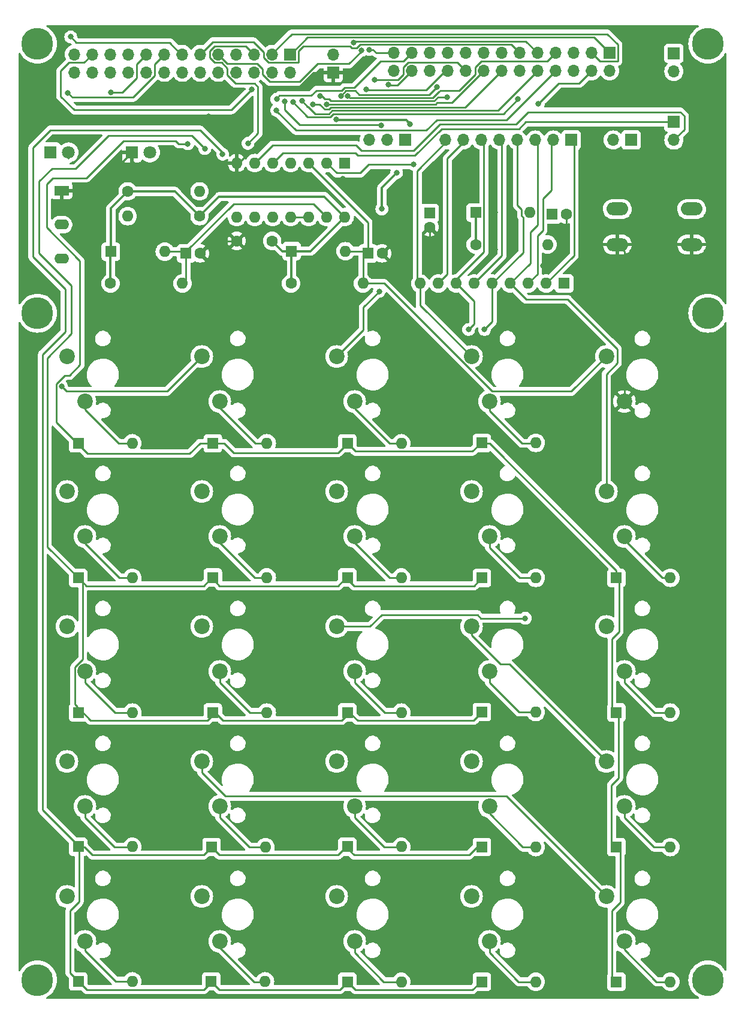
<source format=gtl>
%TF.GenerationSoftware,KiCad,Pcbnew,9.0.3-9.0.3-0~ubuntu24.04.1*%
%TF.CreationDate,2025-08-16T22:58:57+09:00*%
%TF.ProjectId,kp25tk,6b703235-746b-42e6-9b69-6361645f7063,0.0.8*%
%TF.SameCoordinates,Original*%
%TF.FileFunction,Copper,L1,Top*%
%TF.FilePolarity,Positive*%
%FSLAX46Y46*%
G04 Gerber Fmt 4.6, Leading zero omitted, Abs format (unit mm)*
G04 Created by KiCad (PCBNEW 9.0.3-9.0.3-0~ubuntu24.04.1) date 2025-08-16 22:58:57*
%MOMM*%
%LPD*%
G01*
G04 APERTURE LIST*
%TA.AperFunction,ComponentPad*%
%ADD10R,1.600000X1.600000*%
%TD*%
%TA.AperFunction,ComponentPad*%
%ADD11O,1.600000X1.600000*%
%TD*%
%TA.AperFunction,ComponentPad*%
%ADD12C,1.600000*%
%TD*%
%TA.AperFunction,ComponentPad*%
%ADD13C,2.200000*%
%TD*%
%TA.AperFunction,ComponentPad*%
%ADD14C,4.500000*%
%TD*%
%TA.AperFunction,ComponentPad*%
%ADD15R,2.080000X1.408000*%
%TD*%
%TA.AperFunction,ComponentPad*%
%ADD16O,2.080000X1.408000*%
%TD*%
%TA.AperFunction,ComponentPad*%
%ADD17R,1.700000X1.700000*%
%TD*%
%TA.AperFunction,ComponentPad*%
%ADD18O,1.700000X1.700000*%
%TD*%
%TA.AperFunction,ComponentPad*%
%ADD19R,1.800000X1.800000*%
%TD*%
%TA.AperFunction,ComponentPad*%
%ADD20C,1.800000*%
%TD*%
%TA.AperFunction,ComponentPad*%
%ADD21O,3.048000X1.850000*%
%TD*%
%TA.AperFunction,ViaPad*%
%ADD22C,0.800000*%
%TD*%
%TA.AperFunction,Conductor*%
%ADD23C,0.250000*%
%TD*%
%TA.AperFunction,Conductor*%
%ADD24C,0.300000*%
%TD*%
G04 APERTURE END LIST*
D10*
%TO.P,D21,1,K*%
%TO.N,Net-(D16-K)*%
X72165000Y-123500000D03*
D11*
%TO.P,D21,2,A*%
%TO.N,Net-(D21-A)*%
X79785000Y-123500000D03*
%TD*%
D12*
%TO.P,R1,1*%
%TO.N,+5V*%
X83205000Y-82000000D03*
D11*
%TO.P,R1,2*%
%TO.N,Net-(D1-A)*%
X93365000Y-82000000D03*
%TD*%
D13*
%TO.P,SW18,1,1*%
%TO.N,Net-(J5-~{COL2})*%
X127745000Y-111365000D03*
%TO.P,SW18,2,2*%
%TO.N,Net-(D26-A)*%
X130285000Y-117715000D03*
%TD*%
%TO.P,SW22,1,1*%
%TO.N,Net-(J5-~{COL6})*%
X89645000Y-92315000D03*
%TO.P,SW22,2,2*%
%TO.N,Net-(D30-A)*%
X92185000Y-98665000D03*
%TD*%
%TO.P,SW11,1,1*%
%TO.N,Net-(J5-~{COL3})*%
X108695000Y-130415000D03*
%TO.P,SW11,2,2*%
%TO.N,Net-(D19-A)*%
X111235000Y-136765000D03*
%TD*%
D10*
%TO.P,D19,1,K*%
%TO.N,Net-(D16-K)*%
X110165000Y-142500000D03*
D11*
%TO.P,D19,2,A*%
%TO.N,Net-(D19-A)*%
X117785000Y-142500000D03*
%TD*%
D14*
%TO.P,,*%
%TO.N,*%
X47385000Y-86200000D03*
%TD*%
D13*
%TO.P,SW21,1,1*%
%TO.N,Net-(J5-~{COL5})*%
X127745000Y-168515000D03*
%TO.P,SW21,2,2*%
%TO.N,Net-(D29-A)*%
X130285000Y-174865000D03*
%TD*%
D12*
%TO.P,R5,1*%
%TO.N,+5V*%
X70285000Y-72500000D03*
D11*
%TO.P,R5,2*%
%TO.N,Net-(D5-A)*%
X60125000Y-72500000D03*
%TD*%
D13*
%TO.P,SW3,1,1*%
%TO.N,Net-(J5-~{COL3})*%
X108695000Y-168515000D03*
%TO.P,SW3,2,2*%
%TO.N,Net-(D11-A)*%
X111235000Y-174865000D03*
%TD*%
D10*
%TO.P,D2,1,K*%
%TO.N,+5V*%
X109285000Y-72000000D03*
D11*
%TO.P,D2,2,A*%
%TO.N,Net-(D2-A)*%
X116905000Y-72000000D03*
%TD*%
D13*
%TO.P,SW5,1,1*%
%TO.N,Net-(J5-~{COL5})*%
X70595000Y-149465000D03*
%TO.P,SW5,2,2*%
%TO.N,Net-(D13-A)*%
X73135000Y-155815000D03*
%TD*%
D10*
%TO.P,U1,1*%
%TO.N,Net-(J6-NMI)*%
X90785000Y-65000000D03*
D11*
%TO.P,U1,2*%
%TO.N,Net-(J6-~{NMI})*%
X88245000Y-65000000D03*
%TO.P,U1,3*%
%TO.N,Net-(D1-A)*%
X85705000Y-65000000D03*
%TO.P,U1,4*%
%TO.N,Net-(J6-NMI)*%
X83165000Y-65000000D03*
%TO.P,U1,5*%
%TO.N,Net-(J7-RESET)*%
X80625000Y-65000000D03*
%TO.P,U1,6*%
%TO.N,Net-(J7-~{RESET})*%
X78085000Y-65000000D03*
%TO.P,U1,7,GND*%
%TO.N,Earth*%
X75545000Y-65000000D03*
%TO.P,U1,8*%
%TO.N,Net-(J7-RESET)*%
X75545000Y-72620000D03*
%TO.P,U1,9*%
%TO.N,Net-(D2-A)*%
X78085000Y-72620000D03*
%TO.P,U1,10*%
%TO.N,Net-(J8-~{SWITCH})*%
X80625000Y-72620000D03*
%TO.P,U1,11*%
%TO.N,Net-(J8-SWITCH)*%
X83165000Y-72620000D03*
%TO.P,U1,12*%
X85705000Y-72620000D03*
%TO.P,U1,13*%
%TO.N,Net-(D3-A)*%
X88245000Y-72620000D03*
%TO.P,U1,14,VCC*%
%TO.N,+5V*%
X90785000Y-72620000D03*
%TD*%
D10*
%TO.P,D10,1,K*%
%TO.N,Net-(D10-K)*%
X91165000Y-180555000D03*
D11*
%TO.P,D10,2,A*%
%TO.N,Net-(D10-A)*%
X98785000Y-180555000D03*
%TD*%
D10*
%TO.P,D15,1,K*%
%TO.N,Net-(D10-K)*%
X110165000Y-161555000D03*
D11*
%TO.P,D15,2,A*%
%TO.N,Net-(D15-A)*%
X117785000Y-161555000D03*
%TD*%
D10*
%TO.P,D29,1,K*%
%TO.N,Net-(D24-K)*%
X129165000Y-180555000D03*
D11*
%TO.P,D29,2,A*%
%TO.N,Net-(D29-A)*%
X136785000Y-180555000D03*
%TD*%
D13*
%TO.P,SW23,1,1*%
%TO.N,Net-(J5-~{COL7})*%
X108695000Y-92315000D03*
%TO.P,SW23,2,2*%
%TO.N,Net-(D31-A)*%
X111235000Y-98665000D03*
%TD*%
D10*
%TO.P,D20,1,K*%
%TO.N,Net-(D16-K)*%
X53165000Y-123555000D03*
D11*
%TO.P,D20,2,A*%
%TO.N,Net-(D20-A)*%
X60785000Y-123555000D03*
%TD*%
D13*
%TO.P,SW8,1,1*%
%TO.N,Net-(J5-~{COL0})*%
X51545000Y-130415000D03*
%TO.P,SW8,2,2*%
%TO.N,Net-(D16-A)*%
X54085000Y-136765000D03*
%TD*%
D10*
%TO.P,D27,1,K*%
%TO.N,Net-(D24-K)*%
X129165000Y-161555000D03*
D11*
%TO.P,D27,2,A*%
%TO.N,Net-(D27-A)*%
X136785000Y-161555000D03*
%TD*%
D10*
%TO.P,D16,1,K*%
%TO.N,Net-(D16-K)*%
X53165000Y-142555000D03*
D11*
%TO.P,D16,2,A*%
%TO.N,Net-(D16-A)*%
X60785000Y-142555000D03*
%TD*%
D15*
%TO.P,SW27,1,A*%
%TO.N,Earth*%
X50785000Y-68900000D03*
D16*
%TO.P,SW27,2,B*%
%TO.N,Net-(D3-A)*%
X50785000Y-73700000D03*
%TO.P,SW27,3,C*%
%TO.N,unconnected-(SW27-C-Pad3)*%
X50785000Y-78500000D03*
%TD*%
D17*
%TO.P,J3,1,GND_IN*%
%TO.N,Earth*%
X89185000Y-52235000D03*
D18*
%TO.P,J3,2,VCC_IN*%
%TO.N,+5V*%
X89185000Y-49695000D03*
%TD*%
D13*
%TO.P,SW19,1,1*%
%TO.N,Net-(J5-~{COL3})*%
X127745000Y-149465000D03*
%TO.P,SW19,2,2*%
%TO.N,Net-(D27-A)*%
X130285000Y-155815000D03*
%TD*%
D10*
%TO.P,D3,1,K*%
%TO.N,+5V*%
X57745000Y-77500000D03*
D11*
%TO.P,D3,2,A*%
%TO.N,Net-(D3-A)*%
X65365000Y-77500000D03*
%TD*%
D19*
%TO.P,D5,1,K*%
%TO.N,Net-(D3-A)*%
X49245000Y-63500000D03*
D20*
%TO.P,D5,2,A*%
%TO.N,Net-(D5-A)*%
X51785000Y-63500000D03*
%TD*%
D10*
%TO.P,C1,1*%
%TO.N,Net-(D1-A)*%
X94080000Y-77750000D03*
D12*
%TO.P,C1,2*%
%TO.N,Earth*%
X96080000Y-77750000D03*
%TD*%
D10*
%TO.P,D17,1,K*%
%TO.N,Net-(D16-K)*%
X72165000Y-142555000D03*
D11*
%TO.P,D17,2,A*%
%TO.N,Net-(D17-A)*%
X79785000Y-142555000D03*
%TD*%
D17*
%TO.P,J7,1,RESET*%
%TO.N,Net-(J7-RESET)*%
X137285000Y-59225000D03*
D18*
%TO.P,J7,2,~{RESET}*%
%TO.N,Net-(J7-~{RESET})*%
X137285000Y-61765000D03*
%TD*%
D10*
%TO.P,D9,1,K*%
%TO.N,Net-(D10-K)*%
X71915000Y-180500000D03*
D11*
%TO.P,D9,2,A*%
%TO.N,Net-(D9-A)*%
X79535000Y-180500000D03*
%TD*%
D13*
%TO.P,SW12,1,1*%
%TO.N,Net-(J5-~{COL4})*%
X51545000Y-111365000D03*
%TO.P,SW12,2,2*%
%TO.N,Net-(D20-A)*%
X54085000Y-117715000D03*
%TD*%
D10*
%TO.P,D24,1,K*%
%TO.N,Net-(D24-K)*%
X72165000Y-104555000D03*
D11*
%TO.P,D24,2,A*%
%TO.N,Net-(D24-A)*%
X79785000Y-104555000D03*
%TD*%
D13*
%TO.P,SW24,1,1*%
%TO.N,Net-(D1-A)*%
X127745000Y-92315000D03*
%TO.P,SW24,2,2*%
%TO.N,Earth*%
X130285000Y-98665000D03*
%TD*%
D10*
%TO.P,C3,1*%
%TO.N,Net-(D3-A)*%
X68365000Y-77750000D03*
D12*
%TO.P,C3,2*%
%TO.N,Earth*%
X70365000Y-77750000D03*
%TD*%
D17*
%TO.P,J8,1,SWITCH*%
%TO.N,Net-(J8-SWITCH)*%
X137285000Y-49525000D03*
D18*
%TO.P,J8,2,~{SWITCH}*%
%TO.N,Net-(J8-~{SWITCH})*%
X137285000Y-52065000D03*
%TD*%
D17*
%TO.P,J4,1,~{ROWSEL0}*%
%TO.N,Net-(D10-K)*%
X99325000Y-61755000D03*
D18*
%TO.P,J4,2,~{ROWSEL1}*%
%TO.N,Net-(D16-K)*%
X96785000Y-61755000D03*
%TO.P,J4,3,~{ROWSEL2}*%
%TO.N,Net-(D24-K)*%
X94245000Y-61755000D03*
%TD*%
D10*
%TO.P,C5,1*%
%TO.N,+5V*%
X102785000Y-72044888D03*
D12*
%TO.P,C5,2*%
%TO.N,Earth*%
X102785000Y-74044888D03*
%TD*%
D10*
%TO.P,D26,1,K*%
%TO.N,Net-(D24-K)*%
X129165000Y-123555000D03*
D11*
%TO.P,D26,2,A*%
%TO.N,Net-(D26-A)*%
X136785000Y-123555000D03*
%TD*%
D21*
%TO.P,SW25,1,1*%
%TO.N,Net-(D2-A)*%
X129295000Y-71500000D03*
X139795000Y-71500000D03*
%TO.P,SW25,2,2*%
%TO.N,Earth*%
X129295000Y-76500000D03*
X139795000Y-76500000D03*
%TD*%
D12*
%TO.P,R3,1*%
%TO.N,+5V*%
X57705000Y-82000000D03*
D11*
%TO.P,R3,2*%
%TO.N,Net-(D3-A)*%
X67865000Y-82000000D03*
%TD*%
D10*
%TO.P,D14,1,K*%
%TO.N,Net-(D10-K)*%
X91165000Y-161500000D03*
D11*
%TO.P,D14,2,A*%
%TO.N,Net-(D14-A)*%
X98785000Y-161500000D03*
%TD*%
D14*
%TO.P,,*%
%TO.N,*%
X47385000Y-180300000D03*
%TD*%
D13*
%TO.P,SW15,1,1*%
%TO.N,Net-(J5-~{COL7})*%
X108695000Y-111365000D03*
%TO.P,SW15,2,2*%
%TO.N,Net-(D23-A)*%
X111235000Y-117715000D03*
%TD*%
D10*
%TO.P,D30,1,K*%
%TO.N,Net-(D24-K)*%
X91165000Y-104555000D03*
D11*
%TO.P,D30,2,A*%
%TO.N,Net-(D30-A)*%
X98785000Y-104555000D03*
%TD*%
D13*
%TO.P,SW20,1,1*%
%TO.N,Net-(J5-~{COL4})*%
X127745000Y-130415000D03*
%TO.P,SW20,2,2*%
%TO.N,Net-(D28-A)*%
X130285000Y-136765000D03*
%TD*%
D14*
%TO.P,,*%
%TO.N,*%
X47385000Y-48200000D03*
%TD*%
D13*
%TO.P,SW0,1,1*%
%TO.N,Net-(J5-~{COL0})*%
X51545000Y-168515000D03*
%TO.P,SW0,2,2*%
%TO.N,Net-(D8-A)*%
X54085000Y-174865000D03*
%TD*%
D10*
%TO.P,D22,1,K*%
%TO.N,Net-(D16-K)*%
X91165000Y-123500000D03*
D11*
%TO.P,D22,2,A*%
%TO.N,Net-(D22-A)*%
X98785000Y-123500000D03*
%TD*%
D10*
%TO.P,RN1,1,R1*%
%TO.N,+5V*%
X121785000Y-82000000D03*
D11*
%TO.P,RN1,2,R1.2*%
%TO.N,Net-(J5-~{COL0})*%
X119245000Y-82000000D03*
%TO.P,RN1,3,R2.2*%
%TO.N,Net-(J5-~{COL1})*%
X116705000Y-82000000D03*
%TO.P,RN1,4,R3.2*%
%TO.N,Net-(J5-~{COL2})*%
X114165000Y-82000000D03*
%TO.P,RN1,5,R4.2*%
%TO.N,Net-(J5-~{COL3})*%
X111625000Y-82000000D03*
%TO.P,RN1,6,R5.2*%
%TO.N,Net-(J5-~{COL4})*%
X109085000Y-82000000D03*
%TO.P,RN1,7,R6.2*%
%TO.N,Net-(J5-~{COL5})*%
X106545000Y-82000000D03*
%TO.P,RN1,8,R7.2*%
%TO.N,Net-(J5-~{COL6})*%
X104005000Y-82000000D03*
%TO.P,RN1,9,R8.2*%
%TO.N,Net-(J5-~{COL7})*%
X101465000Y-82000000D03*
%TD*%
D13*
%TO.P,SW14,1,1*%
%TO.N,Net-(J5-~{COL6})*%
X89645000Y-111365000D03*
%TO.P,SW14,2,2*%
%TO.N,Net-(D22-A)*%
X92185000Y-117715000D03*
%TD*%
D17*
%TO.P,J2,1,Pin_1*%
%TO.N,/HOST1*%
X128195000Y-49460000D03*
D18*
%TO.P,J2,2,Pin_2*%
%TO.N,/HOST2*%
X128195000Y-52000000D03*
%TO.P,J2,3,Pin_3*%
%TO.N,/HOST3*%
X125655000Y-49460000D03*
%TO.P,J2,4,Pin_4*%
%TO.N,/HOST4*%
X125655000Y-52000000D03*
%TO.P,J2,5,Pin_5*%
%TO.N,/HOST5*%
X123115000Y-49460000D03*
%TO.P,J2,6,Pin_6*%
%TO.N,/HOST6*%
X123115000Y-52000000D03*
%TO.P,J2,7,Pin_7*%
%TO.N,/HOST7*%
X120575000Y-49460000D03*
%TO.P,J2,8,Pin_8*%
%TO.N,/HOST8*%
X120575000Y-52000000D03*
%TO.P,J2,9,Pin_9*%
%TO.N,/HOST9*%
X118035000Y-49460000D03*
%TO.P,J2,10,Pin_10*%
%TO.N,/HOST10*%
X118035000Y-52000000D03*
%TO.P,J2,11,Pin_11*%
%TO.N,/HOST11*%
X115495000Y-49460000D03*
%TO.P,J2,12,Pin_12*%
%TO.N,/HOST12*%
X115495000Y-52000000D03*
%TO.P,J2,13,Pin_13*%
%TO.N,/HOST13*%
X112955000Y-49460000D03*
%TO.P,J2,14,Pin_14*%
%TO.N,/HOST14*%
X112955000Y-52000000D03*
%TO.P,J2,15,Pin_15*%
%TO.N,/HOST15*%
X110415000Y-49460000D03*
%TO.P,J2,16,Pin_16*%
%TO.N,/HOST16*%
X110415000Y-52000000D03*
%TO.P,J2,17,Pin_17*%
%TO.N,/HOST17*%
X107875000Y-49460000D03*
%TO.P,J2,18,Pin_18*%
%TO.N,/HOST18*%
X107875000Y-52000000D03*
%TO.P,J2,19,Pin_19*%
%TO.N,/HOST19*%
X105335000Y-49460000D03*
%TO.P,J2,20,Pin_20*%
%TO.N,/HOST20*%
X105335000Y-52000000D03*
%TO.P,J2,21,Pin_21*%
%TO.N,/HOST21*%
X102795000Y-49460000D03*
%TO.P,J2,22,Pin_22*%
%TO.N,/HOST22*%
X102795000Y-52000000D03*
%TO.P,J2,23,Pin_23*%
%TO.N,/HOST23*%
X100255000Y-49460000D03*
%TO.P,J2,24,Pin_24*%
%TO.N,/HOST24*%
X100255000Y-52000000D03*
%TO.P,J2,25,Pin_25*%
%TO.N,/HOST25*%
X97715000Y-49460000D03*
%TO.P,J2,26,Pin_26*%
%TO.N,/HOST26*%
X97715000Y-52000000D03*
%TD*%
D10*
%TO.P,D18,1,K*%
%TO.N,Net-(D16-K)*%
X91165000Y-142555000D03*
D11*
%TO.P,D18,2,A*%
%TO.N,Net-(D18-A)*%
X98785000Y-142555000D03*
%TD*%
D13*
%TO.P,SW10,1,1*%
%TO.N,Net-(J5-~{COL2})*%
X89645000Y-130415000D03*
%TO.P,SW10,2,2*%
%TO.N,Net-(D18-A)*%
X92185000Y-136765000D03*
%TD*%
%TO.P,SW13,1,1*%
%TO.N,Net-(J5-~{COL5})*%
X70595000Y-111365000D03*
%TO.P,SW13,2,2*%
%TO.N,Net-(D21-A)*%
X73135000Y-117715000D03*
%TD*%
D10*
%TO.P,D25,1,K*%
%TO.N,Net-(D24-K)*%
X53165000Y-104555000D03*
D11*
%TO.P,D25,2,A*%
%TO.N,Net-(D25-A)*%
X60785000Y-104555000D03*
%TD*%
D17*
%TO.P,J1,1,Pin_1*%
%TO.N,/HOST1*%
X83085000Y-49660000D03*
D18*
%TO.P,J1,2,Pin_2*%
%TO.N,/HOST2*%
X83085000Y-52200000D03*
%TO.P,J1,3,Pin_3*%
%TO.N,/HOST3*%
X80545000Y-49660000D03*
%TO.P,J1,4,Pin_4*%
%TO.N,/HOST4*%
X80545000Y-52200000D03*
%TO.P,J1,5,Pin_5*%
%TO.N,/HOST5*%
X78005000Y-49660000D03*
%TO.P,J1,6,Pin_6*%
%TO.N,/HOST6*%
X78005000Y-52200000D03*
%TO.P,J1,7,Pin_7*%
%TO.N,/HOST7*%
X75465000Y-49660000D03*
%TO.P,J1,8,Pin_8*%
%TO.N,/HOST8*%
X75465000Y-52200000D03*
%TO.P,J1,9,Pin_9*%
%TO.N,/HOST9*%
X72925000Y-49660000D03*
%TO.P,J1,10,Pin_10*%
%TO.N,/HOST10*%
X72925000Y-52200000D03*
%TO.P,J1,11,Pin_11*%
%TO.N,/HOST11*%
X70385000Y-49660000D03*
%TO.P,J1,12,Pin_12*%
%TO.N,/HOST12*%
X70385000Y-52200000D03*
%TO.P,J1,13,Pin_13*%
%TO.N,/HOST13*%
X67845000Y-49660000D03*
%TO.P,J1,14,Pin_14*%
%TO.N,/HOST14*%
X67845000Y-52200000D03*
%TO.P,J1,15,Pin_15*%
%TO.N,/HOST15*%
X65305000Y-49660000D03*
%TO.P,J1,16,Pin_16*%
%TO.N,/HOST16*%
X65305000Y-52200000D03*
%TO.P,J1,17,Pin_17*%
%TO.N,/HOST17*%
X62765000Y-49660000D03*
%TO.P,J1,18,Pin_18*%
%TO.N,/HOST18*%
X62765000Y-52200000D03*
%TO.P,J1,19,Pin_19*%
%TO.N,/HOST19*%
X60225000Y-49660000D03*
%TO.P,J1,20,Pin_20*%
%TO.N,/HOST20*%
X60225000Y-52200000D03*
%TO.P,J1,21,Pin_21*%
%TO.N,/HOST21*%
X57685000Y-49660000D03*
%TO.P,J1,22,Pin_22*%
%TO.N,/HOST22*%
X57685000Y-52200000D03*
%TO.P,J1,23,Pin_23*%
%TO.N,/HOST23*%
X55145000Y-49660000D03*
%TO.P,J1,24,Pin_24*%
%TO.N,/HOST24*%
X55145000Y-52200000D03*
%TO.P,J1,25,Pin_25*%
%TO.N,/HOST25*%
X52605000Y-49660000D03*
%TO.P,J1,26,Pin_26*%
%TO.N,/HOST26*%
X52605000Y-52200000D03*
%TD*%
D13*
%TO.P,SW9,1,1*%
%TO.N,Net-(J5-~{COL1})*%
X70595000Y-130415000D03*
%TO.P,SW9,2,2*%
%TO.N,Net-(D17-A)*%
X73135000Y-136765000D03*
%TD*%
D12*
%TO.P,R2,1*%
%TO.N,+5V*%
X109285000Y-76500000D03*
D11*
%TO.P,R2,2*%
%TO.N,Net-(D2-A)*%
X119445000Y-76500000D03*
%TD*%
D12*
%TO.P,R4,1*%
%TO.N,+5V*%
X60125000Y-69000000D03*
D11*
%TO.P,R4,2*%
%TO.N,Net-(D4-A)*%
X70285000Y-69000000D03*
%TD*%
D10*
%TO.P,D1,1,K*%
%TO.N,+5V*%
X83270000Y-77445000D03*
D11*
%TO.P,D1,2,A*%
%TO.N,Net-(D1-A)*%
X90890000Y-77445000D03*
%TD*%
D17*
%TO.P,J5,1,~{COL0}*%
%TO.N,Net-(J5-~{COL0})*%
X122785000Y-61750000D03*
D18*
%TO.P,J5,2,~{COL1}*%
%TO.N,Net-(J5-~{COL1})*%
X120245000Y-61750000D03*
%TO.P,J5,3,~{COL2}*%
%TO.N,Net-(J5-~{COL2})*%
X117705000Y-61750000D03*
%TO.P,J5,4,~{COL3}*%
%TO.N,Net-(J5-~{COL3})*%
X115165000Y-61750000D03*
%TO.P,J5,5,~{COL4}*%
%TO.N,Net-(J5-~{COL4})*%
X112625000Y-61750000D03*
%TO.P,J5,6,~{COL5}*%
%TO.N,Net-(J5-~{COL5})*%
X110085000Y-61750000D03*
%TO.P,J5,7,~{COL6}*%
%TO.N,Net-(J5-~{COL6})*%
X107545000Y-61750000D03*
%TO.P,J5,8,~{COL7}*%
%TO.N,Net-(J5-~{COL7})*%
X105005000Y-61750000D03*
%TD*%
D13*
%TO.P,SW2,1,1*%
%TO.N,Net-(J5-~{COL2})*%
X89645000Y-168515000D03*
%TO.P,SW2,2,2*%
%TO.N,Net-(D10-A)*%
X92185000Y-174865000D03*
%TD*%
D10*
%TO.P,C2,1*%
%TO.N,Net-(D2-A)*%
X120079888Y-72250000D03*
D12*
%TO.P,C2,2*%
%TO.N,Earth*%
X122079888Y-72250000D03*
%TD*%
D13*
%TO.P,SW17,1,1*%
%TO.N,Net-(J5-~{COL1})*%
X51545000Y-92315000D03*
%TO.P,SW17,2,2*%
%TO.N,Net-(D25-A)*%
X54085000Y-98665000D03*
%TD*%
D10*
%TO.P,D8,1,K*%
%TO.N,Net-(D10-K)*%
X53165000Y-180500000D03*
D11*
%TO.P,D8,2,A*%
%TO.N,Net-(D8-A)*%
X60785000Y-180500000D03*
%TD*%
D10*
%TO.P,D11,1,K*%
%TO.N,Net-(D10-K)*%
X110165000Y-180555000D03*
D11*
%TO.P,D11,2,A*%
%TO.N,Net-(D11-A)*%
X117785000Y-180555000D03*
%TD*%
D10*
%TO.P,D23,1,K*%
%TO.N,Net-(D16-K)*%
X110165000Y-123555000D03*
D11*
%TO.P,D23,2,A*%
%TO.N,Net-(D23-A)*%
X117785000Y-123555000D03*
%TD*%
D13*
%TO.P,SW16,1,1*%
%TO.N,Net-(J5-~{COL0})*%
X70595000Y-92315000D03*
%TO.P,SW16,2,2*%
%TO.N,Net-(D24-A)*%
X73135000Y-98665000D03*
%TD*%
D19*
%TO.P,D4,1,K*%
%TO.N,Earth*%
X60745000Y-63500000D03*
D20*
%TO.P,D4,2,A*%
%TO.N,Net-(D4-A)*%
X63285000Y-63500000D03*
%TD*%
D10*
%TO.P,D28,1,K*%
%TO.N,Net-(D24-K)*%
X129165000Y-142555000D03*
D11*
%TO.P,D28,2,A*%
%TO.N,Net-(D28-A)*%
X136785000Y-142555000D03*
%TD*%
D12*
%TO.P,C4,1*%
%TO.N,Earth*%
X75535000Y-76000000D03*
%TO.P,C4,2*%
%TO.N,+5V*%
X80535000Y-76000000D03*
%TD*%
D10*
%TO.P,D12,1,K*%
%TO.N,Net-(D10-K)*%
X53165000Y-161500000D03*
D11*
%TO.P,D12,2,A*%
%TO.N,Net-(D12-A)*%
X60785000Y-161500000D03*
%TD*%
D13*
%TO.P,SW6,1,1*%
%TO.N,Net-(J5-~{COL6})*%
X89645000Y-149465000D03*
%TO.P,SW6,2,2*%
%TO.N,Net-(D14-A)*%
X92185000Y-155815000D03*
%TD*%
D14*
%TO.P,,*%
%TO.N,*%
X142085000Y-48200000D03*
%TD*%
%TO.P,,*%
%TO.N,*%
X142085000Y-86200000D03*
%TD*%
D13*
%TO.P,SW4,1,1*%
%TO.N,Net-(J5-~{COL4})*%
X51545000Y-149465000D03*
%TO.P,SW4,2,2*%
%TO.N,Net-(D12-A)*%
X54085000Y-155815000D03*
%TD*%
D10*
%TO.P,D13,1,K*%
%TO.N,Net-(D10-K)*%
X71975000Y-161555000D03*
D11*
%TO.P,D13,2,A*%
%TO.N,Net-(D13-A)*%
X79595000Y-161555000D03*
%TD*%
D13*
%TO.P,SW7,1,1*%
%TO.N,Net-(J5-~{COL7})*%
X108695000Y-149465000D03*
%TO.P,SW7,2,2*%
%TO.N,Net-(D15-A)*%
X111235000Y-155815000D03*
%TD*%
D10*
%TO.P,D31,1,K*%
%TO.N,Net-(D24-K)*%
X110165000Y-104500000D03*
D11*
%TO.P,D31,2,A*%
%TO.N,Net-(D31-A)*%
X117785000Y-104500000D03*
%TD*%
D17*
%TO.P,J6,1,NMI*%
%TO.N,Net-(J6-NMI)*%
X131260000Y-61750000D03*
D18*
%TO.P,J6,2,~{NMI}*%
%TO.N,Net-(J6-~{NMI})*%
X128720000Y-61750000D03*
%TD*%
D14*
%TO.P,,*%
%TO.N,*%
X142085000Y-180300000D03*
%TD*%
D13*
%TO.P,SW1,1,1*%
%TO.N,Net-(J5-~{COL1})*%
X70595000Y-168515000D03*
%TO.P,SW1,2,2*%
%TO.N,Net-(D9-A)*%
X73135000Y-174865000D03*
%TD*%
D22*
%TO.N,Earth*%
X69085000Y-55950000D03*
X117535000Y-91000000D03*
X51335000Y-133450000D03*
X112035000Y-77250000D03*
X83285000Y-67500000D03*
X123785000Y-128750000D03*
X83035000Y-157000000D03*
X114535000Y-72000000D03*
X90285000Y-82000000D03*
X50785000Y-175750000D03*
X54635000Y-61500000D03*
X77535000Y-67500000D03*
X61935000Y-58900000D03*
X53035000Y-177250000D03*
X107835000Y-115400000D03*
X102785000Y-78250000D03*
X136785000Y-174500000D03*
X67035000Y-100500000D03*
X112035000Y-72000000D03*
X60285000Y-90750000D03*
X106535000Y-77000000D03*
X71535000Y-58450000D03*
X137035000Y-74000000D03*
X51485000Y-127200000D03*
X90535000Y-67250000D03*
X118785000Y-79500000D03*
X124535000Y-68500000D03*
X98685000Y-73200000D03*
X55785000Y-59000000D03*
%TO.N,+5V*%
X98125000Y-66390000D03*
X100035000Y-59500000D03*
X89599555Y-58875000D03*
X96035000Y-71500000D03*
%TO.N,Net-(D10-K)*%
X73535000Y-63750000D03*
%TO.N,Net-(D16-K)*%
X71035000Y-62975000D03*
%TO.N,Net-(D24-K)*%
X68635000Y-62275000D03*
%TO.N,/HOST2*%
X87285000Y-55525000D03*
X105285000Y-55725000D03*
%TO.N,/HOST4*%
X118160000Y-56625000D03*
X82276268Y-56275000D03*
X95943430Y-59675000D03*
%TO.N,/HOST5*%
X77123130Y-62225000D03*
%TO.N,/HOST6*%
X115285000Y-56000000D03*
X83455769Y-56428924D03*
%TO.N,/HOST7*%
X91235000Y-55525000D03*
%TO.N,/HOST8*%
X81160000Y-57575000D03*
%TO.N,/HOST9*%
X92053489Y-48025000D03*
X93141141Y-49131447D03*
%TO.N,/HOST10*%
X84738248Y-56203248D03*
%TO.N,/HOST12*%
X103785000Y-54250000D03*
X90234997Y-55525000D03*
%TO.N,/HOST13*%
X52085000Y-47200000D03*
%TO.N,/HOST14*%
X86296119Y-56725000D03*
%TO.N,/HOST15*%
X51685000Y-55100000D03*
%TO.N,/HOST16*%
X88264162Y-56697436D03*
%TO.N,/HOST17*%
X57785000Y-55000000D03*
%TO.N,/HOST18*%
X94985000Y-53250000D03*
%TO.N,/HOST20*%
X93785000Y-54625000D03*
%TO.N,Net-(J6-~{NMI})*%
X100535000Y-65200000D03*
%TO.N,/HOST23*%
X81191501Y-55994800D03*
X77672653Y-54612347D03*
%TO.N,/HOST24*%
X96990000Y-53975000D03*
%TO.N,/HOST25*%
X94272347Y-48987347D03*
%TO.N,Net-(J5-~{COL0})*%
X50785000Y-96500000D03*
%TO.N,Net-(J5-~{COL2})*%
X116285000Y-129250000D03*
%TO.N,Net-(J5-~{COL3})*%
X110535000Y-88500000D03*
%TO.N,Net-(J5-~{COL5})*%
X108285000Y-88500000D03*
%TO.N,Net-(J5-~{COL6})*%
X95660000Y-83125000D03*
%TD*%
D23*
%TO.N,Net-(D1-A)*%
X122820000Y-97240000D02*
X111604745Y-97240000D01*
X85705000Y-65000000D02*
X94080000Y-73375000D01*
X93365000Y-82000000D02*
X93365000Y-78160000D01*
X96364745Y-82000000D02*
X93365000Y-82000000D01*
X94080000Y-77445000D02*
X90890000Y-77445000D01*
X111604745Y-97240000D02*
X96364745Y-82000000D01*
X93365000Y-78160000D02*
X94080000Y-77445000D01*
X94080000Y-73375000D02*
X94080000Y-77445000D01*
X127745000Y-92315000D02*
X122820000Y-97240000D01*
%TO.N,Earth*%
X80834695Y-54250000D02*
X84347993Y-54250000D01*
X84347993Y-54250000D02*
X86362993Y-52235000D01*
X75535000Y-76000000D02*
X71865000Y-76000000D01*
X60745000Y-64650000D02*
X61095000Y-65000000D01*
X130285000Y-77490000D02*
X129295000Y-76500000D01*
X71865000Y-76000000D02*
X70365000Y-77500000D01*
X139795000Y-76500000D02*
X129295000Y-76500000D01*
X60745000Y-63500000D02*
X60735000Y-63500000D01*
X80035000Y-60750000D02*
X80035000Y-55049695D01*
X119285000Y-79500000D02*
X122079888Y-76705112D01*
X130285000Y-98665000D02*
X130285000Y-77490000D01*
X55335000Y-68900000D02*
X50785000Y-68900000D01*
X75545000Y-65000000D02*
X75785000Y-65000000D01*
X60735000Y-63500000D02*
X55335000Y-68900000D01*
X122079888Y-76705112D02*
X122079888Y-72000000D01*
X118785000Y-79500000D02*
X119285000Y-79500000D01*
X86362993Y-52235000D02*
X88285000Y-52235000D01*
X60745000Y-63500000D02*
X60745000Y-64650000D01*
X102785000Y-74044888D02*
X102785000Y-78250000D01*
X61095000Y-65000000D02*
X75545000Y-65000000D01*
X75785000Y-65000000D02*
X80035000Y-60750000D01*
X80035000Y-55049695D02*
X80834695Y-54250000D01*
%TO.N,Net-(D3-A)*%
X86375000Y-70750000D02*
X75115000Y-70750000D01*
X65365000Y-77500000D02*
X68365000Y-77500000D01*
X68365000Y-77500000D02*
X68365000Y-81500000D01*
X88245000Y-72620000D02*
X86375000Y-70750000D01*
X75115000Y-70750000D02*
X68365000Y-77500000D01*
X68365000Y-81500000D02*
X67865000Y-82000000D01*
%TO.N,+5V*%
X57705000Y-77540000D02*
X57745000Y-77500000D01*
D24*
X89599555Y-58875000D02*
X89649555Y-58925000D01*
X85960000Y-77445000D02*
X83270000Y-77445000D01*
X66785000Y-69000000D02*
X70285000Y-72500000D01*
X99460000Y-58925000D02*
X100035000Y-59500000D01*
X60125000Y-69000000D02*
X66785000Y-69000000D01*
X89649555Y-58925000D02*
X99460000Y-58925000D01*
X60125000Y-69000000D02*
X57745000Y-71380000D01*
X96035000Y-68480000D02*
X96035000Y-71500000D01*
X83270000Y-77445000D02*
X83270000Y-81935000D01*
D23*
X83270000Y-81935000D02*
X83205000Y-82000000D01*
D24*
X57745000Y-71380000D02*
X57745000Y-77500000D01*
X73035000Y-69750000D02*
X87915000Y-69750000D01*
X70285000Y-72500000D02*
X73035000Y-69750000D01*
X90785000Y-72620000D02*
X85960000Y-77445000D01*
X87915000Y-69750000D02*
X90785000Y-72620000D01*
X57705000Y-82000000D02*
X57705000Y-77540000D01*
X83270000Y-77445000D02*
X81980000Y-77445000D01*
X81980000Y-77445000D02*
X80535000Y-76000000D01*
X109285000Y-72000000D02*
X109285000Y-76500000D01*
X98125000Y-66390000D02*
X96035000Y-68480000D01*
D23*
%TO.N,Net-(D10-K)*%
X54345000Y-181680000D02*
X51975000Y-179310000D01*
X46735000Y-62800000D02*
X46735000Y-78250000D01*
X73100000Y-162680000D02*
X89850000Y-162680000D01*
X92100000Y-162680000D02*
X108350000Y-162680000D01*
X108850000Y-181680000D02*
X92290000Y-181680000D01*
X51285000Y-82800000D02*
X51285000Y-88800000D01*
X70850000Y-162680000D02*
X71975000Y-161555000D01*
X46735000Y-78250000D02*
X51285000Y-82800000D01*
X91197500Y-180587500D02*
X90105000Y-181680000D01*
X71975000Y-180560000D02*
X70855000Y-181680000D01*
X109975000Y-180555000D02*
X108850000Y-181680000D01*
X71975000Y-161555000D02*
X73100000Y-162680000D01*
X90105000Y-181680000D02*
X73095000Y-181680000D01*
X53285000Y-161620000D02*
X53220000Y-161555000D01*
X92290000Y-181680000D02*
X91197500Y-180587500D01*
X53220000Y-161555000D02*
X52975000Y-161555000D01*
X48085000Y-156300000D02*
X52975000Y-161190000D01*
X89850000Y-162680000D02*
X90975000Y-161555000D01*
X108350000Y-162680000D02*
X109475000Y-161555000D01*
X54025000Y-161555000D02*
X55150000Y-162680000D01*
X70385000Y-60350000D02*
X49185000Y-60350000D01*
X48085000Y-92000000D02*
X48085000Y-156300000D01*
X51975000Y-179310000D02*
X51975000Y-170560000D01*
X70855000Y-181680000D02*
X54345000Y-181680000D01*
X49185000Y-60350000D02*
X46735000Y-62800000D01*
X52975000Y-161190000D02*
X52975000Y-161555000D01*
X51285000Y-88800000D02*
X48085000Y-92000000D01*
X73535000Y-63500000D02*
X70385000Y-60350000D01*
X73095000Y-181680000D02*
X71975000Y-180560000D01*
X73535000Y-63750000D02*
X73535000Y-63500000D01*
X55150000Y-162680000D02*
X70850000Y-162680000D01*
X53285000Y-169250000D02*
X53285000Y-161620000D01*
X90975000Y-161555000D02*
X92100000Y-162680000D01*
X51975000Y-170560000D02*
X53285000Y-169250000D01*
X52975000Y-161555000D02*
X54025000Y-161555000D01*
%TO.N,Net-(D16-K)*%
X52660000Y-136174745D02*
X53785000Y-135049745D01*
X52185000Y-82300000D02*
X52185000Y-89100000D01*
X48785000Y-119182500D02*
X53157500Y-123555000D01*
X52660000Y-141430000D02*
X52660000Y-136174745D01*
X47635000Y-67600000D02*
X47635000Y-77750000D01*
X92600000Y-143680000D02*
X91475000Y-142555000D01*
X92100000Y-124680000D02*
X90975000Y-123555000D01*
X71350000Y-143680000D02*
X54910000Y-143680000D01*
X57435000Y-61150000D02*
X52785000Y-65800000D01*
X54910000Y-143680000D02*
X52660000Y-141430000D01*
X73600000Y-143680000D02*
X72475000Y-142555000D01*
X54290000Y-124680000D02*
X53165000Y-123555000D01*
X90350000Y-143680000D02*
X73600000Y-143680000D01*
X71035000Y-62975000D02*
X69210000Y-61150000D01*
X48785000Y-92500000D02*
X48785000Y-119182500D01*
X53785000Y-135049745D02*
X53785000Y-124175000D01*
X70850000Y-124680000D02*
X54290000Y-124680000D01*
X110165000Y-123555000D02*
X109040000Y-124680000D01*
X53785000Y-124175000D02*
X53165000Y-123555000D01*
X73100000Y-124680000D02*
X71975000Y-123555000D01*
X71975000Y-123555000D02*
X70850000Y-124680000D01*
X108985000Y-143680000D02*
X92600000Y-143680000D01*
X91475000Y-142555000D02*
X90350000Y-143680000D01*
X52785000Y-65800000D02*
X49435000Y-65800000D01*
X109040000Y-124680000D02*
X92100000Y-124680000D01*
X53157500Y-123555000D02*
X53165000Y-123555000D01*
X49435000Y-65800000D02*
X47635000Y-67600000D01*
X89850000Y-124680000D02*
X73100000Y-124680000D01*
X90975000Y-123555000D02*
X89850000Y-124680000D01*
X72475000Y-142555000D02*
X71350000Y-143680000D01*
X110165000Y-142500000D02*
X108985000Y-143680000D01*
X52185000Y-89100000D02*
X48785000Y-92500000D01*
X47635000Y-77750000D02*
X52185000Y-82300000D01*
X69210000Y-61150000D02*
X57435000Y-61150000D01*
%TO.N,Net-(D24-K)*%
X54420000Y-106000000D02*
X68885000Y-106000000D01*
X128535000Y-141925000D02*
X128535000Y-132125000D01*
X66885000Y-61850000D02*
X59535000Y-61850000D01*
X129485000Y-151800000D02*
X129485000Y-142875000D01*
X128535000Y-170500000D02*
X129685000Y-169350000D01*
X129535000Y-131125000D02*
X129535000Y-123925000D01*
X129165000Y-122482588D02*
X129165000Y-123555000D01*
X91165000Y-104555000D02*
X89820000Y-105900000D01*
X128535000Y-180115000D02*
X128535000Y-170500000D01*
X53385000Y-93500000D02*
X51885000Y-95000000D01*
X59535000Y-61850000D02*
X54285000Y-67100000D01*
X53385000Y-78800000D02*
X53385000Y-93500000D01*
X48685000Y-74100000D02*
X53385000Y-78800000D01*
X128535000Y-132125000D02*
X129535000Y-131125000D01*
X111237412Y-104555000D02*
X129165000Y-122482588D01*
X51885000Y-95000000D02*
X51259695Y-95000000D01*
X49535000Y-67100000D02*
X48685000Y-67950000D01*
X128485000Y-160875000D02*
X128485000Y-152800000D01*
X70330000Y-104555000D02*
X72165000Y-104555000D01*
X129165000Y-142555000D02*
X128535000Y-141925000D01*
X129685000Y-162075000D02*
X128485000Y-160875000D01*
X128485000Y-152800000D02*
X129485000Y-151800000D01*
X51259695Y-95000000D02*
X50060000Y-96199695D01*
X73740000Y-104555000D02*
X72165000Y-104555000D01*
X129485000Y-142875000D02*
X129165000Y-142555000D01*
X91165000Y-104555000D02*
X92290000Y-105680000D01*
X68885000Y-106000000D02*
X70330000Y-104555000D01*
X92290000Y-105680000D02*
X108850000Y-105680000D01*
X48685000Y-67950000D02*
X48685000Y-74100000D01*
X109975000Y-104555000D02*
X111237412Y-104555000D01*
X54285000Y-67100000D02*
X49535000Y-67100000D01*
X129685000Y-169350000D02*
X129685000Y-162075000D01*
X89820000Y-105900000D02*
X75085000Y-105900000D01*
X68635000Y-62275000D02*
X67310000Y-62275000D01*
X108850000Y-105680000D02*
X109975000Y-104555000D01*
X50060000Y-101640000D02*
X54420000Y-106000000D01*
X50060000Y-96199695D02*
X50060000Y-101640000D01*
X129535000Y-123925000D02*
X129165000Y-123555000D01*
X128975000Y-180555000D02*
X128535000Y-180115000D01*
X67310000Y-62275000D02*
X66885000Y-61850000D01*
X75085000Y-105900000D02*
X73740000Y-104555000D01*
%TO.N,/HOST1*%
X85535000Y-47250000D02*
X125985000Y-47250000D01*
X83125000Y-49660000D02*
X85535000Y-47250000D01*
X125985000Y-47250000D02*
X128195000Y-49460000D01*
X83085000Y-49660000D02*
X83125000Y-49660000D01*
%TO.N,/HOST2*%
X87994936Y-55972436D02*
X88564467Y-55972436D01*
X88564467Y-55972436D02*
X88842031Y-56250000D01*
X87547500Y-55525000D02*
X87994936Y-55972436D01*
X88842031Y-56250000D02*
X103421396Y-56250000D01*
X103946396Y-55725000D02*
X105285000Y-55725000D01*
X87285000Y-55525000D02*
X87547500Y-55525000D01*
X103421396Y-56250000D02*
X103946396Y-55725000D01*
%TO.N,/HOST3*%
X127885000Y-46800000D02*
X129370000Y-48285000D01*
X83285000Y-46800000D02*
X127885000Y-46800000D01*
X80545000Y-49660000D02*
X80545000Y-49540000D01*
X126830000Y-50635000D02*
X125655000Y-49460000D01*
X129370000Y-50635000D02*
X126830000Y-50635000D01*
X80545000Y-49540000D02*
X83285000Y-46800000D01*
X129370000Y-48285000D02*
X129370000Y-50635000D01*
%TO.N,/HOST4*%
X118160000Y-56625000D02*
X121035000Y-53750000D01*
X95943430Y-59675000D02*
X95868430Y-59600000D01*
X123905000Y-53750000D02*
X125655000Y-52000000D01*
X82276268Y-57491268D02*
X82276268Y-56275000D01*
X95868430Y-59600000D02*
X84385000Y-59600000D01*
X84385000Y-59600000D02*
X82276268Y-57491268D01*
X121035000Y-53750000D02*
X123905000Y-53750000D01*
%TO.N,/HOST5*%
X78535000Y-60813130D02*
X78535000Y-54250000D01*
X78047347Y-53762347D02*
X75365646Y-53762347D01*
X71750000Y-49173299D02*
X72438299Y-48485000D01*
X74185000Y-51608299D02*
X73411701Y-50835000D01*
X73411701Y-50835000D02*
X72438299Y-50835000D01*
X75365646Y-53762347D02*
X74185000Y-52581701D01*
X72438299Y-50835000D02*
X71750000Y-50146701D01*
X71750000Y-50146701D02*
X71750000Y-49173299D01*
X76830000Y-48485000D02*
X78005000Y-49660000D01*
X74185000Y-52581701D02*
X74185000Y-51608299D01*
X72438299Y-48485000D02*
X76830000Y-48485000D01*
X78535000Y-54250000D02*
X78047347Y-53762347D01*
X77123130Y-62225000D02*
X78535000Y-60813130D01*
%TO.N,/HOST6*%
X85535000Y-58500000D02*
X88759695Y-58500000D01*
X83455769Y-56428924D02*
X83463924Y-56428924D01*
X88759695Y-58500000D02*
X89209695Y-58050000D01*
X89209695Y-58050000D02*
X113235000Y-58050000D01*
X113235000Y-58050000D02*
X115285000Y-56000000D01*
X83463924Y-56428924D02*
X85535000Y-58500000D01*
%TO.N,/HOST7*%
X109240000Y-52486701D02*
X109240000Y-51513299D01*
X104085305Y-54975000D02*
X104310305Y-54750000D01*
X110118299Y-50635000D02*
X119400000Y-50635000D01*
X104310305Y-54750000D02*
X106976701Y-54750000D01*
X91235000Y-55525000D02*
X91510000Y-55800000D01*
X106976701Y-54750000D02*
X109240000Y-52486701D01*
X91510000Y-55800000D02*
X103235000Y-55800000D01*
X109240000Y-51513299D02*
X110118299Y-50635000D01*
X119400000Y-50635000D02*
X120575000Y-49460000D01*
X104060000Y-54975000D02*
X104085305Y-54975000D01*
X103235000Y-55800000D02*
X104060000Y-54975000D01*
%TO.N,/HOST8*%
X83935000Y-60400000D02*
X102285000Y-60400000D01*
X103785000Y-58900000D02*
X113675000Y-58900000D01*
X113675000Y-58900000D02*
X120575000Y-52000000D01*
X81160000Y-57575000D02*
X81160000Y-57625000D01*
X81160000Y-57625000D02*
X83935000Y-60400000D01*
X102285000Y-60400000D02*
X103785000Y-58900000D01*
%TO.N,/HOST9*%
X86961597Y-51000000D02*
X84461597Y-53500000D01*
X80183299Y-53500000D02*
X79180000Y-52496701D01*
X93141141Y-49243859D02*
X91385000Y-51000000D01*
X79180000Y-51713299D02*
X78411701Y-50945000D01*
X84461597Y-53500000D02*
X80183299Y-53500000D01*
X74210000Y-50945000D02*
X72925000Y-49660000D01*
X92278489Y-47800000D02*
X116375000Y-47800000D01*
X78411701Y-50945000D02*
X74210000Y-50945000D01*
X79180000Y-52496701D02*
X79180000Y-51713299D01*
X93141141Y-49131447D02*
X93141141Y-49243859D01*
X116375000Y-47800000D02*
X118035000Y-49460000D01*
X92053489Y-48025000D02*
X92278489Y-47800000D01*
X91385000Y-51000000D02*
X86961597Y-51000000D01*
%TO.N,/HOST10*%
X84738248Y-56203248D02*
X85560305Y-57025305D01*
X89023299Y-57600000D02*
X112435000Y-57600000D01*
X88573299Y-58050000D02*
X89023299Y-57600000D01*
X85560305Y-57025305D02*
X85571119Y-57025305D01*
X85571119Y-57025305D02*
X86595814Y-58050000D01*
X86595814Y-58050000D02*
X88573299Y-58050000D01*
X112435000Y-57600000D02*
X118035000Y-52000000D01*
%TO.N,/HOST11*%
X79370000Y-50146701D02*
X79370000Y-49363299D01*
X84260000Y-49161396D02*
X84260000Y-50835000D01*
X77906701Y-47900000D02*
X72145000Y-47900000D01*
X92997283Y-48250000D02*
X92497283Y-48750000D01*
X79370000Y-49363299D02*
X77906701Y-47900000D01*
X80058299Y-50835000D02*
X79370000Y-50146701D01*
X91753184Y-48750000D02*
X91523184Y-48520000D01*
X91523184Y-48520000D02*
X84901396Y-48520000D01*
X84901396Y-48520000D02*
X84260000Y-49161396D01*
X72145000Y-47900000D02*
X70385000Y-49660000D01*
X115495000Y-49460000D02*
X114285000Y-48250000D01*
X114285000Y-48250000D02*
X92997283Y-48250000D01*
X84260000Y-50835000D02*
X80058299Y-50835000D01*
X92497283Y-48750000D02*
X91753184Y-48750000D01*
%TO.N,/HOST12*%
X92835000Y-55350000D02*
X102685000Y-55350000D01*
X90234997Y-55525000D02*
X90234997Y-55499698D01*
X90234997Y-55499698D02*
X90934695Y-54800000D01*
X102685000Y-55350000D02*
X103785000Y-54250000D01*
X92285000Y-54800000D02*
X92835000Y-55350000D01*
X90934695Y-54800000D02*
X92285000Y-54800000D01*
%TO.N,/HOST13*%
X52085000Y-47200000D02*
X52885000Y-48000000D01*
X52885000Y-48000000D02*
X66035000Y-48000000D01*
X67695000Y-49660000D02*
X67845000Y-49660000D01*
X66035000Y-48000000D02*
X67695000Y-49660000D01*
%TO.N,/HOST14*%
X88564467Y-57422436D02*
X88836903Y-57150000D01*
X87260000Y-56725000D02*
X87957436Y-57422436D01*
X88836903Y-57150000D02*
X107805000Y-57150000D01*
X86296119Y-56725000D02*
X87260000Y-56725000D01*
X87957436Y-57422436D02*
X88564467Y-57422436D01*
X107805000Y-57150000D02*
X112955000Y-52000000D01*
%TO.N,/HOST15*%
X63940000Y-51025000D02*
X65305000Y-49660000D01*
X51685000Y-55100000D02*
X52310000Y-55725000D01*
X63940000Y-52686701D02*
X63940000Y-51025000D01*
X60901701Y-55725000D02*
X63940000Y-52686701D01*
X52310000Y-55725000D02*
X60901701Y-55725000D01*
%TO.N,/HOST16*%
X103607792Y-56700000D02*
X103807792Y-56500000D01*
X88264162Y-56697436D02*
X88266726Y-56700000D01*
X103807792Y-56500000D02*
X105915000Y-56500000D01*
X88266726Y-56700000D02*
X103607792Y-56700000D01*
X105915000Y-56500000D02*
X110415000Y-52000000D01*
%TO.N,/HOST17*%
X57785000Y-55000000D02*
X59385000Y-55000000D01*
X61400000Y-51025000D02*
X62765000Y-49660000D01*
X61400000Y-52985000D02*
X61400000Y-51025000D01*
X59385000Y-55000000D02*
X61400000Y-52985000D01*
%TO.N,/HOST18*%
X98316701Y-53250000D02*
X99080000Y-52486701D01*
X99768299Y-50825000D02*
X106700000Y-50825000D01*
X99080000Y-52486701D02*
X99080000Y-51513299D01*
X94985000Y-53250000D02*
X98316701Y-53250000D01*
X99080000Y-51513299D02*
X99768299Y-50825000D01*
X106700000Y-50825000D02*
X107875000Y-52000000D01*
%TO.N,/HOST20*%
X102309695Y-54700000D02*
X105009695Y-52000000D01*
X105009695Y-52000000D02*
X105335000Y-52000000D01*
X93785000Y-54625000D02*
X93860000Y-54700000D01*
X93860000Y-54700000D02*
X102309695Y-54700000D01*
%TO.N,Net-(J6-~{NMI})*%
X128910000Y-61750000D02*
X128720000Y-61750000D01*
X100535000Y-65200000D02*
X100515000Y-65220000D01*
X100515000Y-65220000D02*
X94195000Y-65220000D01*
X89655000Y-66410000D02*
X88245000Y-65000000D01*
X94195000Y-65220000D02*
X93005000Y-66410000D01*
X93005000Y-66410000D02*
X89655000Y-66410000D01*
%TO.N,Net-(J7-RESET)*%
X100715000Y-63950000D02*
X92621396Y-63950000D01*
X116341396Y-59225000D02*
X115406396Y-60160000D01*
X92621396Y-63950000D02*
X92261396Y-63590000D01*
X82035000Y-63590000D02*
X80625000Y-65000000D01*
X104505000Y-60160000D02*
X100715000Y-63950000D01*
X115406396Y-60160000D02*
X104505000Y-60160000D01*
X137285000Y-59225000D02*
X116341396Y-59225000D01*
X92261396Y-63590000D02*
X82035000Y-63590000D01*
%TO.N,Net-(J7-~{RESET})*%
X78085000Y-65000000D02*
X80585000Y-62500000D01*
X104245000Y-59540000D02*
X114958198Y-59540000D01*
X93175000Y-63250000D02*
X100535000Y-63250000D01*
X116698198Y-57800000D02*
X138210000Y-57800000D01*
X138210000Y-57800000D02*
X138785000Y-58375000D01*
X80585000Y-62500000D02*
X92425000Y-62500000D01*
X138785000Y-58375000D02*
X138785000Y-60265000D01*
X92425000Y-62500000D02*
X93175000Y-63250000D01*
X100535000Y-63250000D02*
X104245000Y-59540000D01*
X138785000Y-60265000D02*
X137285000Y-61765000D01*
X114958198Y-59540000D02*
X116698198Y-57800000D01*
%TO.N,Net-(J8-SWITCH)*%
X83165000Y-72620000D02*
X85705000Y-72620000D01*
%TO.N,/HOST23*%
X50685000Y-55600000D02*
X50685000Y-52000000D01*
X90748299Y-54350000D02*
X92135000Y-54350000D01*
X50685000Y-52000000D02*
X51850000Y-50835000D01*
X52585000Y-57500000D02*
X50685000Y-55600000D01*
X77672653Y-54612347D02*
X74785000Y-57500000D01*
X74785000Y-57500000D02*
X52585000Y-57500000D01*
X95850000Y-50635000D02*
X99080000Y-50635000D01*
X53970000Y-50835000D02*
X55145000Y-49660000D01*
X86056752Y-55478248D02*
X86785000Y-54750000D01*
X81191501Y-55843194D02*
X81556447Y-55478248D01*
X90348299Y-54750000D02*
X90748299Y-54350000D01*
X81556447Y-55478248D02*
X86056752Y-55478248D01*
X86785000Y-54750000D02*
X90348299Y-54750000D01*
X99080000Y-50635000D02*
X100255000Y-49460000D01*
X92135000Y-54350000D02*
X95850000Y-50635000D01*
X51850000Y-50835000D02*
X53970000Y-50835000D01*
X81191501Y-55994800D02*
X81191501Y-55843194D01*
%TO.N,/HOST24*%
X96990000Y-53975000D02*
X97015000Y-54000000D01*
X97015000Y-54000000D02*
X98255000Y-54000000D01*
X98255000Y-54000000D02*
X100255000Y-52000000D01*
%TO.N,/HOST25*%
X94272347Y-48987347D02*
X94772347Y-48987347D01*
X95245000Y-49460000D02*
X97715000Y-49460000D01*
X94772347Y-48987347D02*
X95245000Y-49460000D01*
%TO.N,Net-(J5-~{COL0})*%
X123204888Y-78040112D02*
X119245000Y-82000000D01*
X122785000Y-61750000D02*
X123204888Y-62169888D01*
X51515000Y-97230000D02*
X65680000Y-97230000D01*
X65680000Y-97230000D02*
X70595000Y-92315000D01*
X50785000Y-96500000D02*
X51515000Y-97230000D01*
X123204888Y-62169888D02*
X123204888Y-78040112D01*
%TO.N,Net-(J5-~{COL1})*%
X118035000Y-80670000D02*
X116705000Y-82000000D01*
X119985000Y-62010000D02*
X119985000Y-68800000D01*
X118785000Y-74500000D02*
X118035000Y-75250000D01*
X120245000Y-61750000D02*
X119985000Y-62010000D01*
X119985000Y-68800000D02*
X118785000Y-70000000D01*
X118785000Y-70000000D02*
X118785000Y-74500000D01*
X118035000Y-75250000D02*
X118035000Y-80670000D01*
%TO.N,Net-(J5-~{COL2})*%
X109535000Y-128750000D02*
X96035000Y-128750000D01*
X96035000Y-128750000D02*
X94370000Y-130415000D01*
X127745000Y-94790000D02*
X129285000Y-93250000D01*
X118080000Y-73705000D02*
X118080000Y-62125000D01*
X129285000Y-91250000D02*
X122285000Y-84250000D01*
X118080000Y-62125000D02*
X117705000Y-61750000D01*
X116285000Y-129250000D02*
X110035000Y-129250000D01*
X110035000Y-129250000D02*
X109535000Y-128750000D01*
X114165000Y-82000000D02*
X117035000Y-79130000D01*
X94370000Y-130415000D02*
X89645000Y-130415000D01*
X117035000Y-79130000D02*
X117035000Y-74750000D01*
X129285000Y-93250000D02*
X129285000Y-91250000D01*
X127745000Y-111365000D02*
X127745000Y-94790000D01*
X116415000Y-84250000D02*
X114165000Y-82000000D01*
X122285000Y-84250000D02*
X116415000Y-84250000D01*
X117035000Y-74750000D02*
X118080000Y-73705000D01*
%TO.N,Net-(J5-~{COL3})*%
X127745000Y-149465000D02*
X114030000Y-135750000D01*
X115185000Y-61770000D02*
X115185000Y-70939009D01*
X115985000Y-72670991D02*
X115985000Y-77640000D01*
X114030000Y-135750000D02*
X112785000Y-135750000D01*
X115985000Y-77640000D02*
X111625000Y-82000000D01*
X108695000Y-131660000D02*
X108695000Y-130415000D01*
X111625000Y-87410000D02*
X111625000Y-82000000D01*
X110535000Y-88500000D02*
X111625000Y-87410000D01*
X112785000Y-135750000D02*
X108695000Y-131660000D01*
X115780000Y-71534009D02*
X115780000Y-72465991D01*
X115185000Y-70939009D02*
X115780000Y-71534009D01*
X115780000Y-72465991D02*
X115985000Y-72670991D01*
X115165000Y-61750000D02*
X115185000Y-61770000D01*
%TO.N,Net-(J5-~{COL4})*%
X113000000Y-78085000D02*
X109085000Y-82000000D01*
X113000000Y-61750000D02*
X113000000Y-78085000D01*
%TO.N,Net-(J5-~{COL5})*%
X127745000Y-168515000D02*
X113620000Y-154390000D01*
X109035000Y-87750000D02*
X109035000Y-84490000D01*
X73964366Y-154390000D02*
X70595000Y-151020634D01*
X110460000Y-77575000D02*
X106545000Y-81490000D01*
X106545000Y-81490000D02*
X106545000Y-82000000D01*
X70595000Y-151020634D02*
X70595000Y-149465000D01*
X110460000Y-62125000D02*
X110460000Y-77575000D01*
X108285000Y-88500000D02*
X109035000Y-87750000D01*
X110085000Y-61750000D02*
X110460000Y-62125000D01*
X109035000Y-84490000D02*
X106545000Y-82000000D01*
X113620000Y-154390000D02*
X73964366Y-154390000D01*
%TO.N,Net-(J5-~{COL6})*%
X105285000Y-64385000D02*
X105285000Y-80720000D01*
X93410000Y-85375000D02*
X93410000Y-88550000D01*
X107920000Y-61750000D02*
X105285000Y-64385000D01*
X105285000Y-80720000D02*
X104005000Y-82000000D01*
X95660000Y-83125000D02*
X93410000Y-85375000D01*
X93410000Y-88550000D02*
X89645000Y-92315000D01*
%TO.N,Net-(J5-~{COL7})*%
X101035000Y-81570000D02*
X101035000Y-66095000D01*
X101035000Y-66095000D02*
X105380000Y-61750000D01*
X101465000Y-85085000D02*
X108695000Y-92315000D01*
X101465000Y-82000000D02*
X101465000Y-85085000D01*
X101465000Y-82000000D02*
X101035000Y-81570000D01*
%TO.N,Net-(D8-A)*%
X60785000Y-180500000D02*
X58408630Y-180500000D01*
X58408630Y-180500000D02*
X54085000Y-176176370D01*
X54085000Y-176176370D02*
X54085000Y-174865000D01*
%TO.N,Net-(D9-A)*%
X79095000Y-180555000D02*
X77963630Y-180555000D01*
X77963630Y-180555000D02*
X73135000Y-175726370D01*
X73135000Y-175726370D02*
X73135000Y-174865000D01*
%TO.N,Net-(D10-A)*%
X98595000Y-180555000D02*
X96319366Y-180555000D01*
X96319366Y-180555000D02*
X92185000Y-176420634D01*
X92185000Y-176420634D02*
X92185000Y-174865000D01*
%TO.N,Net-(D11-A)*%
X117595000Y-180555000D02*
X115369366Y-180555000D01*
X111235000Y-176420634D02*
X111235000Y-174865000D01*
X115369366Y-180555000D02*
X111235000Y-176420634D01*
%TO.N,Net-(D12-A)*%
X54085000Y-157370634D02*
X54085000Y-155815000D01*
X58269366Y-161555000D02*
X54085000Y-157370634D01*
X60595000Y-161555000D02*
X58269366Y-161555000D01*
%TO.N,Net-(D13-A)*%
X77319366Y-161555000D02*
X73135000Y-157370634D01*
X73135000Y-157370634D02*
X73135000Y-155815000D01*
X79595000Y-161555000D02*
X77319366Y-161555000D01*
%TO.N,Net-(D14-A)*%
X98595000Y-161555000D02*
X96369366Y-161555000D01*
X96369366Y-161555000D02*
X92185000Y-157370634D01*
X92185000Y-157370634D02*
X92185000Y-155815000D01*
%TO.N,Net-(D15-A)*%
X111235000Y-156826370D02*
X111235000Y-155815000D01*
X115963630Y-161555000D02*
X111235000Y-156826370D01*
X117095000Y-161555000D02*
X115963630Y-161555000D01*
%TO.N,Net-(D16-A)*%
X54085000Y-138320634D02*
X54085000Y-136765000D01*
X61405000Y-142555000D02*
X58319366Y-142555000D01*
X58319366Y-142555000D02*
X54085000Y-138320634D01*
%TO.N,Net-(D17-A)*%
X73135000Y-138320634D02*
X73135000Y-136765000D01*
X77369366Y-142555000D02*
X73135000Y-138320634D01*
X80095000Y-142555000D02*
X77369366Y-142555000D01*
%TO.N,Net-(D18-A)*%
X99095000Y-142555000D02*
X96419366Y-142555000D01*
X96419366Y-142555000D02*
X92185000Y-138320634D01*
X92185000Y-138320634D02*
X92185000Y-136765000D01*
%TO.N,Net-(D19-A)*%
X115414366Y-142500000D02*
X111235000Y-138320634D01*
X111235000Y-138320634D02*
X111235000Y-136765000D01*
X117785000Y-142500000D02*
X115414366Y-142500000D01*
%TO.N,Net-(D20-A)*%
X58963630Y-123555000D02*
X54085000Y-118676370D01*
X54085000Y-118676370D02*
X54085000Y-117715000D01*
X60785000Y-123555000D02*
X58963630Y-123555000D01*
%TO.N,Net-(D21-A)*%
X79595000Y-123555000D02*
X78090000Y-123555000D01*
X78090000Y-123555000D02*
X73135000Y-118600000D01*
X73135000Y-118600000D02*
X73135000Y-117715000D01*
%TO.N,Net-(D22-A)*%
X97090000Y-123555000D02*
X92185000Y-118650000D01*
X92185000Y-118650000D02*
X92185000Y-117715000D01*
X98595000Y-123555000D02*
X97090000Y-123555000D01*
%TO.N,Net-(D23-A)*%
X118095000Y-123555000D02*
X115519366Y-123555000D01*
X111235000Y-119270634D02*
X111235000Y-117715000D01*
X115519366Y-123555000D02*
X111235000Y-119270634D01*
%TO.N,Net-(D24-A)*%
X73135000Y-99538185D02*
X73135000Y-98665000D01*
X79595000Y-104555000D02*
X78151815Y-104555000D01*
X78151815Y-104555000D02*
X73135000Y-99538185D01*
%TO.N,Net-(D25-A)*%
X58840000Y-104555000D02*
X54085000Y-99800000D01*
X54085000Y-99800000D02*
X54085000Y-98665000D01*
X60785000Y-104555000D02*
X58840000Y-104555000D01*
%TO.N,Net-(D26-A)*%
X130285000Y-118186370D02*
X130285000Y-117715000D01*
X136785000Y-123555000D02*
X135653630Y-123555000D01*
X135653630Y-123555000D02*
X130285000Y-118186370D01*
%TO.N,Net-(D27-A)*%
X134469366Y-161555000D02*
X130285000Y-157370634D01*
X130285000Y-157370634D02*
X130285000Y-155815000D01*
X137095000Y-161555000D02*
X134469366Y-161555000D01*
%TO.N,Net-(D28-A)*%
X130285000Y-138320634D02*
X130285000Y-136765000D01*
X136785000Y-142555000D02*
X134519366Y-142555000D01*
X134519366Y-142555000D02*
X130285000Y-138320634D01*
%TO.N,Net-(D29-A)*%
X130285000Y-176000000D02*
X130285000Y-174865000D01*
X134840000Y-180555000D02*
X130285000Y-176000000D01*
X136595000Y-180555000D02*
X134840000Y-180555000D01*
%TO.N,Net-(D30-A)*%
X97090000Y-104555000D02*
X92185000Y-99650000D01*
X92185000Y-99650000D02*
X92185000Y-98665000D01*
X98595000Y-104555000D02*
X97090000Y-104555000D01*
%TO.N,Net-(D31-A)*%
X111235000Y-99950000D02*
X111235000Y-98665000D01*
X117595000Y-104555000D02*
X115840000Y-104555000D01*
X115840000Y-104555000D02*
X111235000Y-99950000D01*
%TO.N,Net-(D5-A)*%
X51785000Y-64350000D02*
X51785000Y-63500000D01*
X60125000Y-72500000D02*
X59935000Y-72500000D01*
%TD*%
%TA.AperFunction,Conductor*%
%TO.N,Earth*%
G36*
X52805703Y-175833677D02*
G01*
X52818790Y-175846859D01*
X52939078Y-175987699D01*
X52949776Y-176000224D01*
X52949780Y-176000227D01*
X53141343Y-176163838D01*
X53141345Y-176163838D01*
X53185735Y-176191041D01*
X53356141Y-176295466D01*
X53356143Y-176295467D01*
X53428560Y-176325463D01*
X53482964Y-176369303D01*
X53500184Y-176405429D01*
X53506380Y-176426757D01*
X53516580Y-176444004D01*
X53525138Y-176461473D01*
X53532514Y-176480102D01*
X53558181Y-176515430D01*
X53564593Y-176525191D01*
X53586828Y-176562787D01*
X53586833Y-176562794D01*
X53600990Y-176576950D01*
X53613627Y-176591745D01*
X53625406Y-176607957D01*
X53644159Y-176623471D01*
X53659057Y-176635795D01*
X53667698Y-176643658D01*
X57866858Y-180842819D01*
X57900343Y-180904142D01*
X57895359Y-180973834D01*
X57853487Y-181029767D01*
X57788023Y-181054184D01*
X57779177Y-181054500D01*
X54655453Y-181054500D01*
X54588414Y-181034815D01*
X54567772Y-181018181D01*
X54501818Y-180952227D01*
X54468333Y-180890904D01*
X54465499Y-180864546D01*
X54465499Y-179652129D01*
X54465498Y-179652123D01*
X54465497Y-179652116D01*
X54459091Y-179592517D01*
X54457911Y-179589354D01*
X54408797Y-179457671D01*
X54408793Y-179457664D01*
X54322547Y-179342455D01*
X54322544Y-179342452D01*
X54207335Y-179256206D01*
X54207328Y-179256202D01*
X54072482Y-179205908D01*
X54072483Y-179205908D01*
X54012883Y-179199501D01*
X54012881Y-179199500D01*
X54012873Y-179199500D01*
X54012865Y-179199500D01*
X52800453Y-179199500D01*
X52733414Y-179179815D01*
X52712772Y-179163181D01*
X52636819Y-179087228D01*
X52603334Y-179025905D01*
X52600500Y-178999547D01*
X52600500Y-175927390D01*
X52620185Y-175860351D01*
X52672989Y-175814596D01*
X52742147Y-175804652D01*
X52805703Y-175833677D01*
G37*
%TD.AperFunction*%
%TA.AperFunction,Conductor*%
G36*
X49613540Y-102082452D02*
G01*
X49634057Y-102099425D01*
X49642698Y-102107288D01*
X51828181Y-104292771D01*
X51861666Y-104354094D01*
X51864500Y-104380452D01*
X51864500Y-105402870D01*
X51864501Y-105402876D01*
X51870908Y-105462483D01*
X51921202Y-105597328D01*
X51921206Y-105597335D01*
X52007452Y-105712544D01*
X52007455Y-105712547D01*
X52122664Y-105798793D01*
X52122671Y-105798797D01*
X52257517Y-105849091D01*
X52257516Y-105849091D01*
X52264444Y-105849835D01*
X52317127Y-105855500D01*
X53339546Y-105855499D01*
X53406585Y-105875183D01*
X53427227Y-105891818D01*
X53919197Y-106383788D01*
X53929022Y-106396051D01*
X53929243Y-106395869D01*
X53934211Y-106401874D01*
X53983222Y-106447899D01*
X53986021Y-106450612D01*
X54005522Y-106470114D01*
X54005526Y-106470117D01*
X54005529Y-106470120D01*
X54008702Y-106472581D01*
X54017574Y-106480159D01*
X54049418Y-106510062D01*
X54066976Y-106519714D01*
X54083235Y-106530395D01*
X54099064Y-106542673D01*
X54139155Y-106560021D01*
X54149626Y-106565151D01*
X54172180Y-106577550D01*
X54187902Y-106586194D01*
X54187904Y-106586195D01*
X54187908Y-106586197D01*
X54207316Y-106591180D01*
X54225719Y-106597481D01*
X54244101Y-106605436D01*
X54244102Y-106605436D01*
X54244104Y-106605437D01*
X54287250Y-106612270D01*
X54298672Y-106614636D01*
X54340981Y-106625500D01*
X54361016Y-106625500D01*
X54380414Y-106627026D01*
X54400194Y-106630159D01*
X54400195Y-106630160D01*
X54400195Y-106630159D01*
X54400196Y-106630160D01*
X54443675Y-106626050D01*
X54455344Y-106625500D01*
X68802257Y-106625500D01*
X68817877Y-106627224D01*
X68817904Y-106626939D01*
X68825660Y-106627671D01*
X68825667Y-106627673D01*
X68892873Y-106625561D01*
X68896768Y-106625500D01*
X68924346Y-106625500D01*
X68924350Y-106625500D01*
X68928324Y-106624997D01*
X68939963Y-106624080D01*
X68983627Y-106622709D01*
X69002869Y-106617117D01*
X69021912Y-106613174D01*
X69041792Y-106610664D01*
X69082401Y-106594585D01*
X69093444Y-106590803D01*
X69135390Y-106578618D01*
X69152629Y-106568422D01*
X69170103Y-106559862D01*
X69188727Y-106552488D01*
X69188727Y-106552487D01*
X69188732Y-106552486D01*
X69224083Y-106526800D01*
X69233814Y-106520408D01*
X69271420Y-106498170D01*
X69285589Y-106483999D01*
X69300379Y-106471368D01*
X69316587Y-106459594D01*
X69344438Y-106425926D01*
X69352279Y-106417309D01*
X70552771Y-105216819D01*
X70614094Y-105183334D01*
X70640452Y-105180500D01*
X70740501Y-105180500D01*
X70807540Y-105200185D01*
X70853295Y-105252989D01*
X70864501Y-105304500D01*
X70864501Y-105402876D01*
X70870908Y-105462483D01*
X70921202Y-105597328D01*
X70921206Y-105597335D01*
X71007452Y-105712544D01*
X71007455Y-105712547D01*
X71122664Y-105798793D01*
X71122671Y-105798797D01*
X71257517Y-105849091D01*
X71257516Y-105849091D01*
X71264444Y-105849835D01*
X71317127Y-105855500D01*
X73012872Y-105855499D01*
X73072483Y-105849091D01*
X73207331Y-105798796D01*
X73322546Y-105712546D01*
X73408796Y-105597331D01*
X73459091Y-105462483D01*
X73460877Y-105445864D01*
X73487611Y-105381317D01*
X73545002Y-105341466D01*
X73614827Y-105338970D01*
X73671847Y-105371438D01*
X74584197Y-106283788D01*
X74594022Y-106296051D01*
X74594243Y-106295869D01*
X74599211Y-106301874D01*
X74599213Y-106301876D01*
X74599214Y-106301877D01*
X74615636Y-106317298D01*
X74648222Y-106347899D01*
X74651021Y-106350612D01*
X74670522Y-106370114D01*
X74670526Y-106370117D01*
X74670529Y-106370120D01*
X74673702Y-106372581D01*
X74682574Y-106380159D01*
X74714418Y-106410062D01*
X74731976Y-106419714D01*
X74748235Y-106430395D01*
X74764064Y-106442673D01*
X74804155Y-106460021D01*
X74814626Y-106465151D01*
X74836370Y-106477105D01*
X74852902Y-106486194D01*
X74852904Y-106486195D01*
X74852908Y-106486197D01*
X74872316Y-106491180D01*
X74890719Y-106497481D01*
X74909101Y-106505436D01*
X74909102Y-106505436D01*
X74909104Y-106505437D01*
X74952250Y-106512270D01*
X74963672Y-106514636D01*
X75005981Y-106525500D01*
X75026016Y-106525500D01*
X75045414Y-106527026D01*
X75065194Y-106530159D01*
X75065195Y-106530160D01*
X75065195Y-106530159D01*
X75065196Y-106530160D01*
X75108675Y-106526050D01*
X75120344Y-106525500D01*
X89737257Y-106525500D01*
X89752877Y-106527224D01*
X89752904Y-106526939D01*
X89760660Y-106527671D01*
X89760667Y-106527673D01*
X89827873Y-106525561D01*
X89831768Y-106525500D01*
X89859346Y-106525500D01*
X89859350Y-106525500D01*
X89863324Y-106524997D01*
X89874963Y-106524080D01*
X89918627Y-106522709D01*
X89937869Y-106517117D01*
X89956912Y-106513174D01*
X89976792Y-106510664D01*
X90017401Y-106494585D01*
X90028444Y-106490803D01*
X90070390Y-106478618D01*
X90087629Y-106468422D01*
X90105103Y-106459862D01*
X90123727Y-106452488D01*
X90123727Y-106452487D01*
X90123732Y-106452486D01*
X90159083Y-106426800D01*
X90168814Y-106420408D01*
X90206420Y-106398170D01*
X90220589Y-106383999D01*
X90235379Y-106371368D01*
X90251587Y-106359594D01*
X90279438Y-106325926D01*
X90287279Y-106317309D01*
X90712771Y-105891818D01*
X90774094Y-105858333D01*
X90800452Y-105855499D01*
X91529546Y-105855499D01*
X91596585Y-105875184D01*
X91617227Y-105891818D01*
X91789197Y-106063788D01*
X91799022Y-106076051D01*
X91799243Y-106075869D01*
X91804211Y-106081874D01*
X91853222Y-106127899D01*
X91856021Y-106130612D01*
X91875522Y-106150114D01*
X91875526Y-106150117D01*
X91875529Y-106150120D01*
X91878702Y-106152581D01*
X91887574Y-106160159D01*
X91919418Y-106190062D01*
X91936976Y-106199714D01*
X91953235Y-106210395D01*
X91969064Y-106222673D01*
X92009155Y-106240021D01*
X92019626Y-106245151D01*
X92042180Y-106257550D01*
X92057902Y-106266194D01*
X92057904Y-106266195D01*
X92057908Y-106266197D01*
X92077316Y-106271180D01*
X92095719Y-106277481D01*
X92114101Y-106285436D01*
X92114102Y-106285436D01*
X92114104Y-106285437D01*
X92157250Y-106292270D01*
X92168672Y-106294636D01*
X92210981Y-106305500D01*
X92231016Y-106305500D01*
X92250414Y-106307026D01*
X92270194Y-106310159D01*
X92270195Y-106310160D01*
X92270195Y-106310159D01*
X92270196Y-106310160D01*
X92313675Y-106306050D01*
X92325344Y-106305500D01*
X108767257Y-106305500D01*
X108782877Y-106307224D01*
X108782904Y-106306939D01*
X108790660Y-106307671D01*
X108790667Y-106307673D01*
X108857873Y-106305561D01*
X108861768Y-106305500D01*
X108889346Y-106305500D01*
X108889350Y-106305500D01*
X108893324Y-106304997D01*
X108904963Y-106304080D01*
X108948627Y-106302709D01*
X108967869Y-106297117D01*
X108986912Y-106293174D01*
X109006792Y-106290664D01*
X109047401Y-106274585D01*
X109058444Y-106270803D01*
X109100390Y-106258618D01*
X109117629Y-106248422D01*
X109135103Y-106239862D01*
X109153727Y-106232488D01*
X109153727Y-106232487D01*
X109153732Y-106232486D01*
X109189083Y-106206800D01*
X109198814Y-106200408D01*
X109236420Y-106178170D01*
X109250589Y-106163999D01*
X109265379Y-106151368D01*
X109281587Y-106139594D01*
X109309438Y-106105926D01*
X109317279Y-106097309D01*
X109577771Y-105836818D01*
X109639094Y-105803333D01*
X109665452Y-105800499D01*
X111012871Y-105800499D01*
X111012872Y-105800499D01*
X111072483Y-105794091D01*
X111207331Y-105743796D01*
X111312491Y-105665072D01*
X111377952Y-105640656D01*
X111446225Y-105655507D01*
X111474481Y-105676659D01*
X113397376Y-107599554D01*
X113430861Y-107660877D01*
X113425877Y-107730569D01*
X113384005Y-107786502D01*
X113366515Y-107797450D01*
X113177317Y-107894988D01*
X113012116Y-108024905D01*
X113012112Y-108024909D01*
X112874478Y-108183746D01*
X112769398Y-108365750D01*
X112700656Y-108564365D01*
X112700656Y-108564367D01*
X112685804Y-108667670D01*
X112670746Y-108772401D01*
X112680745Y-108982327D01*
X112730296Y-109186578D01*
X112730298Y-109186582D01*
X112817598Y-109377743D01*
X112817601Y-109377748D01*
X112817602Y-109377750D01*
X112817604Y-109377753D01*
X112880627Y-109466256D01*
X112939515Y-109548953D01*
X112939520Y-109548959D01*
X113091620Y-109693985D01*
X113224399Y-109779317D01*
X113268428Y-109807613D01*
X113463543Y-109885725D01*
X113566729Y-109905612D01*
X113669914Y-109925500D01*
X113669915Y-109925500D01*
X113827419Y-109925500D01*
X113827425Y-109925500D01*
X113984218Y-109910528D01*
X114185875Y-109851316D01*
X114372682Y-109755011D01*
X114537886Y-109625092D01*
X114675519Y-109466256D01*
X114780604Y-109284244D01*
X114793325Y-109247487D01*
X114833850Y-109190576D01*
X114898715Y-109164607D01*
X114967322Y-109177828D01*
X114998185Y-109200364D01*
X128013683Y-122215862D01*
X128047168Y-122277185D01*
X128042184Y-122346877D01*
X128013687Y-122391221D01*
X128007451Y-122397457D01*
X127921206Y-122512664D01*
X127921202Y-122512671D01*
X127870908Y-122647517D01*
X127864501Y-122707116D01*
X127864501Y-122707123D01*
X127864500Y-122707135D01*
X127864500Y-124402870D01*
X127864501Y-124402876D01*
X127870908Y-124462483D01*
X127921202Y-124597328D01*
X127921206Y-124597335D01*
X128007452Y-124712544D01*
X128007455Y-124712547D01*
X128122664Y-124798793D01*
X128122671Y-124798797D01*
X128134833Y-124803333D01*
X128257517Y-124849091D01*
X128317127Y-124855500D01*
X128785500Y-124855499D01*
X128852539Y-124875183D01*
X128898294Y-124927987D01*
X128909500Y-124979499D01*
X128909500Y-129035803D01*
X128889815Y-129102842D01*
X128837011Y-129148597D01*
X128767853Y-129158541D01*
X128704970Y-129130095D01*
X128688654Y-129116160D01*
X128473859Y-128984533D01*
X128241110Y-128888126D01*
X127996151Y-128829317D01*
X127745000Y-128809551D01*
X127493848Y-128829317D01*
X127248889Y-128888126D01*
X127016140Y-128984533D01*
X126801346Y-129116160D01*
X126801343Y-129116161D01*
X126609776Y-129279776D01*
X126446161Y-129471343D01*
X126446160Y-129471346D01*
X126314533Y-129686140D01*
X126218126Y-129918889D01*
X126159317Y-130163848D01*
X126139551Y-130415000D01*
X126159317Y-130666151D01*
X126218126Y-130911110D01*
X126314533Y-131143859D01*
X126446160Y-131358653D01*
X126446161Y-131358656D01*
X126486472Y-131405854D01*
X126609776Y-131550224D01*
X126758066Y-131676875D01*
X126801343Y-131713838D01*
X126801345Y-131713838D01*
X126821661Y-131726288D01*
X127016140Y-131845466D01*
X127248889Y-131941873D01*
X127493852Y-132000683D01*
X127745000Y-132020449D01*
X127745001Y-132020448D01*
X127745003Y-132020449D01*
X127753867Y-132019751D01*
X127774013Y-132018165D01*
X127842390Y-132032526D01*
X127892148Y-132081576D01*
X127907194Y-132130109D01*
X127908949Y-132148670D01*
X127909500Y-132160343D01*
X127909500Y-141521677D01*
X127901682Y-141565010D01*
X127870908Y-141647517D01*
X127864501Y-141707116D01*
X127864501Y-141707123D01*
X127864500Y-141707135D01*
X127864500Y-143402870D01*
X127864501Y-143402876D01*
X127870908Y-143462483D01*
X127921202Y-143597328D01*
X127921206Y-143597335D01*
X128007452Y-143712544D01*
X128007455Y-143712547D01*
X128122664Y-143798793D01*
X128122671Y-143798797D01*
X128167618Y-143815561D01*
X128257517Y-143849091D01*
X128317127Y-143855500D01*
X128735500Y-143855499D01*
X128802539Y-143875183D01*
X128848294Y-143927987D01*
X128859500Y-143979499D01*
X128859500Y-148049437D01*
X128839815Y-148116476D01*
X128787011Y-148162231D01*
X128717853Y-148172175D01*
X128670710Y-148155164D01*
X128473859Y-148034533D01*
X128241110Y-147938126D01*
X127996151Y-147879317D01*
X127745000Y-147859551D01*
X127493848Y-147879317D01*
X127248887Y-147938127D01*
X127248881Y-147938129D01*
X127222072Y-147949233D01*
X127152603Y-147956700D01*
X127090124Y-147925423D01*
X127086942Y-147922352D01*
X120825451Y-141660861D01*
X114530803Y-135366212D01*
X114520980Y-135353950D01*
X114520759Y-135354134D01*
X114515786Y-135348122D01*
X114466776Y-135302099D01*
X114464006Y-135299415D01*
X114454463Y-135289872D01*
X114420981Y-135228547D01*
X114425970Y-135158855D01*
X114467844Y-135102924D01*
X114501470Y-135085057D01*
X114655537Y-135031560D01*
X114924459Y-134895668D01*
X115172869Y-134725144D01*
X115396333Y-134523032D01*
X115590865Y-134292939D01*
X115752993Y-134038970D01*
X115879823Y-133765658D01*
X115969093Y-133477879D01*
X116019209Y-133180770D01*
X116029277Y-132879631D01*
X115999118Y-132579838D01*
X115929269Y-132286739D01*
X115820977Y-132005566D01*
X115676175Y-131741335D01*
X115497446Y-131498762D01*
X115287980Y-131282176D01*
X115241794Y-131245703D01*
X115051521Y-131095446D01*
X115051517Y-131095443D01*
X115051515Y-131095442D01*
X114792270Y-130941891D01*
X114514872Y-130824264D01*
X114514863Y-130824261D01*
X114224272Y-130744660D01*
X114149616Y-130734620D01*
X113925653Y-130704500D01*
X113699756Y-130704500D01*
X113699748Y-130704500D01*
X113474368Y-130719587D01*
X113474359Y-130719589D01*
X113179094Y-130779604D01*
X112894464Y-130878439D01*
X112894459Y-130878441D01*
X112625546Y-131014328D01*
X112377125Y-131184860D01*
X112153665Y-131386969D01*
X111959132Y-131617064D01*
X111797006Y-131871030D01*
X111797005Y-131871032D01*
X111680010Y-132123152D01*
X111670177Y-132144342D01*
X111651824Y-132203504D01*
X111580907Y-132432118D01*
X111530791Y-132729230D01*
X111520723Y-133030373D01*
X111549761Y-133319019D01*
X111536886Y-133387692D01*
X111488927Y-133438503D01*
X111421111Y-133455319D01*
X111354969Y-133432801D01*
X111338703Y-133419112D01*
X109730689Y-131811098D01*
X109697204Y-131749775D01*
X109702188Y-131680083D01*
X109737835Y-131629131D01*
X109830224Y-131550224D01*
X109993836Y-131358659D01*
X110125466Y-131143859D01*
X110221873Y-130911111D01*
X110280683Y-130666148D01*
X110300449Y-130415000D01*
X110280683Y-130163852D01*
X110248175Y-130028445D01*
X110251666Y-129958665D01*
X110292330Y-129901847D01*
X110357256Y-129876034D01*
X110368749Y-129875500D01*
X115581252Y-129875500D01*
X115648291Y-129895185D01*
X115673400Y-129916526D01*
X115679126Y-129922885D01*
X115679130Y-129922889D01*
X115832265Y-130034148D01*
X115832270Y-130034151D01*
X116005192Y-130111142D01*
X116005197Y-130111144D01*
X116190354Y-130150500D01*
X116190355Y-130150500D01*
X116379644Y-130150500D01*
X116379646Y-130150500D01*
X116564803Y-130111144D01*
X116737730Y-130034151D01*
X116890871Y-129922888D01*
X117017533Y-129782216D01*
X117112179Y-129618284D01*
X117170674Y-129438256D01*
X117190460Y-129250000D01*
X117170674Y-129061744D01*
X117112179Y-128881716D01*
X117017533Y-128717784D01*
X116890871Y-128577112D01*
X116890870Y-128577111D01*
X116737734Y-128465851D01*
X116737729Y-128465848D01*
X116564807Y-128388857D01*
X116564802Y-128388855D01*
X116419001Y-128357865D01*
X116379646Y-128349500D01*
X116190354Y-128349500D01*
X116169409Y-128353952D01*
X116005197Y-128388855D01*
X116005192Y-128388857D01*
X115832270Y-128465848D01*
X115832265Y-128465851D01*
X115679130Y-128577110D01*
X115679126Y-128577114D01*
X115673400Y-128583474D01*
X115613913Y-128620121D01*
X115581252Y-128624500D01*
X114827799Y-128624500D01*
X114760760Y-128604815D01*
X114715005Y-128552011D01*
X114705061Y-128482853D01*
X114720412Y-128438500D01*
X114780601Y-128334249D01*
X114780600Y-128334249D01*
X114780604Y-128334244D01*
X114849344Y-128135633D01*
X114879254Y-127927602D01*
X114869254Y-127717670D01*
X114819704Y-127513424D01*
X114819701Y-127513417D01*
X114732401Y-127322256D01*
X114732398Y-127322251D01*
X114732397Y-127322250D01*
X114732396Y-127322247D01*
X114610486Y-127151048D01*
X114610484Y-127151046D01*
X114610479Y-127151040D01*
X114458379Y-127006014D01*
X114281574Y-126892388D01*
X114086455Y-126814274D01*
X113880086Y-126774500D01*
X113880085Y-126774500D01*
X113722575Y-126774500D01*
X113565782Y-126789472D01*
X113565778Y-126789473D01*
X113364127Y-126848683D01*
X113177313Y-126944991D01*
X113012116Y-127074905D01*
X113012112Y-127074909D01*
X112874478Y-127233746D01*
X112769398Y-127415750D01*
X112700656Y-127614365D01*
X112700656Y-127614367D01*
X112685804Y-127717670D01*
X112670746Y-127822401D01*
X112680745Y-128032327D01*
X112730296Y-128236578D01*
X112730298Y-128236582D01*
X112817598Y-128427743D01*
X112817602Y-128427750D01*
X112818184Y-128428567D01*
X112818348Y-128429042D01*
X112820554Y-128432862D01*
X112819817Y-128433287D01*
X112841040Y-128494593D01*
X112824572Y-128562494D01*
X112774007Y-128610712D01*
X112717181Y-128624500D01*
X110345452Y-128624500D01*
X110278413Y-128604815D01*
X110257771Y-128588181D01*
X110035806Y-128366216D01*
X110025981Y-128353952D01*
X110025760Y-128354136D01*
X110020784Y-128348121D01*
X109971776Y-128302099D01*
X109968977Y-128299386D01*
X109949477Y-128279885D01*
X109949471Y-128279880D01*
X109946286Y-128277409D01*
X109937434Y-128269848D01*
X109905582Y-128239938D01*
X109905580Y-128239936D01*
X109905577Y-128239935D01*
X109888029Y-128230288D01*
X109871763Y-128219604D01*
X109855932Y-128207324D01*
X109815849Y-128189978D01*
X109805363Y-128184841D01*
X109767094Y-128163803D01*
X109767092Y-128163802D01*
X109747693Y-128158822D01*
X109729281Y-128152518D01*
X109710898Y-128144562D01*
X109710892Y-128144560D01*
X109667760Y-128137729D01*
X109656322Y-128135361D01*
X109614020Y-128124500D01*
X109614019Y-128124500D01*
X109593984Y-128124500D01*
X109574586Y-128122973D01*
X109567162Y-128121797D01*
X109554805Y-128119840D01*
X109554804Y-128119840D01*
X109511325Y-128123950D01*
X109499656Y-128124500D01*
X96117743Y-128124500D01*
X96102122Y-128122775D01*
X96102095Y-128123061D01*
X96094333Y-128122326D01*
X96027113Y-128124439D01*
X96023219Y-128124500D01*
X95995650Y-128124500D01*
X95991673Y-128125002D01*
X95980041Y-128125917D01*
X95947583Y-128126937D01*
X95879958Y-128109368D01*
X95832567Y-128058027D01*
X95820456Y-127989215D01*
X95820940Y-127985424D01*
X95829254Y-127927602D01*
X95819254Y-127717670D01*
X95769704Y-127513424D01*
X95769701Y-127513417D01*
X95682401Y-127322256D01*
X95682398Y-127322251D01*
X95682397Y-127322250D01*
X95682396Y-127322247D01*
X95560486Y-127151048D01*
X95560484Y-127151046D01*
X95560479Y-127151040D01*
X95408379Y-127006014D01*
X95231574Y-126892388D01*
X95036455Y-126814274D01*
X94830086Y-126774500D01*
X94830085Y-126774500D01*
X94672575Y-126774500D01*
X94515782Y-126789472D01*
X94515778Y-126789473D01*
X94314127Y-126848683D01*
X94127313Y-126944991D01*
X93962116Y-127074905D01*
X93962112Y-127074909D01*
X93824478Y-127233746D01*
X93719398Y-127415750D01*
X93650656Y-127614365D01*
X93650656Y-127614367D01*
X93635804Y-127717670D01*
X93620746Y-127822401D01*
X93630745Y-128032327D01*
X93680296Y-128236578D01*
X93680298Y-128236582D01*
X93767598Y-128427743D01*
X93767601Y-128427748D01*
X93767602Y-128427750D01*
X93767604Y-128427753D01*
X93881844Y-128588181D01*
X93889515Y-128598953D01*
X93889520Y-128598959D01*
X94041620Y-128743985D01*
X94174399Y-128829317D01*
X94218428Y-128857613D01*
X94413543Y-128935725D01*
X94516729Y-128955612D01*
X94619914Y-128975500D01*
X94625546Y-128975500D01*
X94692585Y-128995185D01*
X94738340Y-129047989D01*
X94748284Y-129117147D01*
X94719259Y-129180703D01*
X94713227Y-129187181D01*
X94147228Y-129753181D01*
X94085905Y-129786666D01*
X94059547Y-129789500D01*
X91201133Y-129789500D01*
X91134094Y-129769815D01*
X91088339Y-129717011D01*
X91086572Y-129712952D01*
X91075467Y-129686143D01*
X91075466Y-129686141D01*
X90943839Y-129471346D01*
X90943838Y-129471343D01*
X90892999Y-129411819D01*
X90780224Y-129279776D01*
X90589810Y-129117147D01*
X90588656Y-129116161D01*
X90588653Y-129116160D01*
X90373859Y-128984533D01*
X90141110Y-128888126D01*
X89896151Y-128829317D01*
X89645000Y-128809551D01*
X89393848Y-128829317D01*
X89148889Y-128888126D01*
X88916140Y-128984533D01*
X88701346Y-129116160D01*
X88701343Y-129116161D01*
X88509776Y-129279776D01*
X88346161Y-129471343D01*
X88346160Y-129471346D01*
X88214533Y-129686140D01*
X88118126Y-129918889D01*
X88059317Y-130163848D01*
X88039551Y-130415000D01*
X88059317Y-130666151D01*
X88118126Y-130911110D01*
X88214533Y-131143859D01*
X88346160Y-131358653D01*
X88346161Y-131358656D01*
X88386472Y-131405854D01*
X88509776Y-131550224D01*
X88658066Y-131676875D01*
X88701343Y-131713838D01*
X88701345Y-131713838D01*
X88721661Y-131726288D01*
X88916140Y-131845466D01*
X89148889Y-131941873D01*
X89393852Y-132000683D01*
X89645000Y-132020449D01*
X89896148Y-132000683D01*
X90141111Y-131941873D01*
X90373859Y-131845466D01*
X90588659Y-131713836D01*
X90780224Y-131550224D01*
X90943836Y-131358659D01*
X91075466Y-131143859D01*
X91086572Y-131117048D01*
X91130412Y-131062644D01*
X91196706Y-131040579D01*
X91201133Y-131040500D01*
X93164779Y-131040500D01*
X93231818Y-131060185D01*
X93277573Y-131112989D01*
X93287517Y-131182147D01*
X93258492Y-131245703D01*
X93247957Y-131256465D01*
X93103665Y-131386969D01*
X92909132Y-131617064D01*
X92747006Y-131871030D01*
X92747005Y-131871032D01*
X92630010Y-132123152D01*
X92620177Y-132144342D01*
X92601824Y-132203504D01*
X92530907Y-132432118D01*
X92480791Y-132729230D01*
X92470723Y-133030373D01*
X92500881Y-133330160D01*
X92500882Y-133330162D01*
X92570728Y-133623252D01*
X92570733Y-133623266D01*
X92679020Y-133904427D01*
X92679024Y-133904436D01*
X92823825Y-134168665D01*
X92823829Y-134168671D01*
X93002551Y-134411234D01*
X93002554Y-134411238D01*
X93002561Y-134411245D01*
X93212019Y-134627823D01*
X93448478Y-134814553D01*
X93448480Y-134814554D01*
X93448485Y-134814558D01*
X93707730Y-134968109D01*
X93985128Y-135085736D01*
X94275729Y-135165340D01*
X94574347Y-135205500D01*
X94574351Y-135205500D01*
X94800252Y-135205500D01*
X94964164Y-135194526D01*
X95025634Y-135190412D01*
X95320903Y-135130396D01*
X95605537Y-135031560D01*
X95874459Y-134895668D01*
X96122869Y-134725144D01*
X96346333Y-134523032D01*
X96540865Y-134292939D01*
X96702993Y-134038970D01*
X96829823Y-133765658D01*
X96919093Y-133477879D01*
X96969209Y-133180770D01*
X96979277Y-132879631D01*
X96949118Y-132579838D01*
X96879269Y-132286739D01*
X96770977Y-132005566D01*
X96626175Y-131741335D01*
X96447446Y-131498762D01*
X96237980Y-131282176D01*
X96191794Y-131245703D01*
X96001521Y-131095446D01*
X96001517Y-131095443D01*
X96001515Y-131095442D01*
X95742270Y-130941891D01*
X95464872Y-130824264D01*
X95464863Y-130824261D01*
X95184361Y-130747424D01*
X95124904Y-130710728D01*
X95094725Y-130647712D01*
X95103406Y-130578383D01*
X95129440Y-130540149D01*
X95635439Y-130034151D01*
X96257771Y-129411819D01*
X96319094Y-129378334D01*
X96345452Y-129375500D01*
X107233477Y-129375500D01*
X107300516Y-129395185D01*
X107346271Y-129447989D01*
X107356215Y-129517147D01*
X107339204Y-129564290D01*
X107264533Y-129686140D01*
X107168126Y-129918889D01*
X107109317Y-130163848D01*
X107089551Y-130415000D01*
X107109317Y-130666151D01*
X107168126Y-130911110D01*
X107264533Y-131143859D01*
X107396160Y-131358653D01*
X107396161Y-131358656D01*
X107436472Y-131405854D01*
X107559776Y-131550224D01*
X107708066Y-131676875D01*
X107751343Y-131713838D01*
X107751345Y-131713838D01*
X107796204Y-131741328D01*
X107966141Y-131845466D01*
X107966143Y-131845467D01*
X108072591Y-131889559D01*
X108126995Y-131933399D01*
X108140428Y-131958465D01*
X108142512Y-131963728D01*
X108142513Y-131963731D01*
X108168181Y-131999060D01*
X108174593Y-132008821D01*
X108196828Y-132046417D01*
X108196833Y-132046424D01*
X108210990Y-132060580D01*
X108223628Y-132075376D01*
X108235405Y-132091586D01*
X108235406Y-132091587D01*
X108269057Y-132119425D01*
X108277698Y-132127288D01*
X111114296Y-134963887D01*
X111147781Y-135025210D01*
X111142797Y-135094902D01*
X111100925Y-135150835D01*
X111036346Y-135175185D01*
X110983852Y-135179317D01*
X110983848Y-135179318D01*
X110738889Y-135238126D01*
X110506140Y-135334533D01*
X110291346Y-135466160D01*
X110291343Y-135466161D01*
X110099776Y-135629776D01*
X109936161Y-135821343D01*
X109936160Y-135821346D01*
X109804533Y-136036140D01*
X109708126Y-136268889D01*
X109649317Y-136513848D01*
X109629551Y-136765000D01*
X109649317Y-137016151D01*
X109708126Y-137261110D01*
X109804533Y-137493859D01*
X109936160Y-137708653D01*
X109936161Y-137708656D01*
X109936164Y-137708659D01*
X110099776Y-137900224D01*
X110248066Y-138026875D01*
X110291343Y-138063838D01*
X110291346Y-138063839D01*
X110506134Y-138195462D01*
X110506137Y-138195464D01*
X110506139Y-138195464D01*
X110506141Y-138195466D01*
X110532593Y-138206422D01*
X110586995Y-138250260D01*
X110609062Y-138316553D01*
X110609080Y-138317086D01*
X110609439Y-138328504D01*
X110609500Y-138332401D01*
X110609500Y-138359991D01*
X110610003Y-138363969D01*
X110610918Y-138375601D01*
X110612290Y-138419258D01*
X110612291Y-138419261D01*
X110617880Y-138438501D01*
X110621824Y-138457545D01*
X110624336Y-138477426D01*
X110640414Y-138518037D01*
X110644197Y-138529086D01*
X110656382Y-138571024D01*
X110666269Y-138587743D01*
X110666580Y-138588268D01*
X110675138Y-138605737D01*
X110682514Y-138624366D01*
X110708181Y-138659694D01*
X110714593Y-138669455D01*
X110736828Y-138707051D01*
X110736833Y-138707058D01*
X110750990Y-138721214D01*
X110763627Y-138736009D01*
X110775406Y-138752221D01*
X110783542Y-138758952D01*
X110809057Y-138780059D01*
X110817698Y-138787922D01*
X114913563Y-142883788D01*
X114923388Y-142896051D01*
X114923609Y-142895869D01*
X114928577Y-142901874D01*
X114928579Y-142901876D01*
X114928580Y-142901877D01*
X114967886Y-142938788D01*
X114977588Y-142947899D01*
X114980387Y-142950612D01*
X114999888Y-142970114D01*
X114999892Y-142970117D01*
X114999895Y-142970120D01*
X115003068Y-142972581D01*
X115011940Y-142980159D01*
X115043784Y-143010062D01*
X115061342Y-143019714D01*
X115077601Y-143030395D01*
X115093430Y-143042673D01*
X115133521Y-143060021D01*
X115143992Y-143065151D01*
X115161381Y-143074711D01*
X115182268Y-143086194D01*
X115182270Y-143086195D01*
X115182274Y-143086197D01*
X115201682Y-143091180D01*
X115220083Y-143097480D01*
X115226240Y-143100144D01*
X115238467Y-143105436D01*
X115238468Y-143105436D01*
X115238470Y-143105437D01*
X115281616Y-143112270D01*
X115293038Y-143114636D01*
X115335347Y-143125500D01*
X115355382Y-143125500D01*
X115374780Y-143127026D01*
X115394560Y-143130159D01*
X115394561Y-143130160D01*
X115394561Y-143130159D01*
X115394562Y-143130160D01*
X115438041Y-143126050D01*
X115449710Y-143125500D01*
X116570812Y-143125500D01*
X116637851Y-143145185D01*
X116672387Y-143178377D01*
X116784954Y-143339141D01*
X116945858Y-143500045D01*
X116945861Y-143500047D01*
X117132266Y-143630568D01*
X117338504Y-143726739D01*
X117558308Y-143785635D01*
X117720230Y-143799801D01*
X117784998Y-143805468D01*
X117785000Y-143805468D01*
X117785002Y-143805468D01*
X117841807Y-143800498D01*
X118011692Y-143785635D01*
X118231496Y-143726739D01*
X118437734Y-143630568D01*
X118624139Y-143500047D01*
X118785047Y-143339139D01*
X118915568Y-143152734D01*
X119011739Y-142946496D01*
X119070635Y-142726692D01*
X119090468Y-142500000D01*
X119070635Y-142273308D01*
X119011739Y-142053504D01*
X118926961Y-141871700D01*
X118916470Y-141802624D01*
X118944990Y-141738840D01*
X119003466Y-141700600D01*
X119073333Y-141700045D01*
X119127023Y-141731614D01*
X123219909Y-145824500D01*
X126202352Y-148806943D01*
X126235837Y-148868266D01*
X126230853Y-148937958D01*
X126229233Y-148942075D01*
X126218126Y-148968889D01*
X126159317Y-149213848D01*
X126139551Y-149465000D01*
X126159317Y-149716151D01*
X126218126Y-149961110D01*
X126314533Y-150193859D01*
X126446160Y-150408653D01*
X126446161Y-150408656D01*
X126446164Y-150408659D01*
X126609776Y-150600224D01*
X126688036Y-150667064D01*
X126801343Y-150763838D01*
X126801346Y-150763839D01*
X127016140Y-150895466D01*
X127148426Y-150950260D01*
X127248889Y-150991873D01*
X127493852Y-151050683D01*
X127745000Y-151070449D01*
X127996148Y-151050683D01*
X128241111Y-150991873D01*
X128473859Y-150895466D01*
X128670710Y-150774834D01*
X128738155Y-150756590D01*
X128804758Y-150777706D01*
X128849372Y-150831478D01*
X128859500Y-150880562D01*
X128859500Y-151489546D01*
X128839815Y-151556585D01*
X128823181Y-151577227D01*
X128101208Y-152299199D01*
X128088951Y-152309020D01*
X128089134Y-152309241D01*
X128083122Y-152314214D01*
X128037098Y-152363223D01*
X128034391Y-152366016D01*
X128014889Y-152385517D01*
X128014875Y-152385534D01*
X128012407Y-152388715D01*
X128004843Y-152397570D01*
X127974937Y-152429418D01*
X127974936Y-152429420D01*
X127965284Y-152446976D01*
X127954610Y-152463226D01*
X127942329Y-152479061D01*
X127942324Y-152479068D01*
X127924975Y-152519158D01*
X127919838Y-152529644D01*
X127898803Y-152567906D01*
X127893822Y-152587307D01*
X127887521Y-152605710D01*
X127879562Y-152624102D01*
X127879561Y-152624105D01*
X127872728Y-152667243D01*
X127870360Y-152678674D01*
X127859501Y-152720971D01*
X127859500Y-152720982D01*
X127859500Y-152741016D01*
X127857973Y-152760415D01*
X127854840Y-152780194D01*
X127854840Y-152780195D01*
X127858950Y-152823674D01*
X127859500Y-152835343D01*
X127859500Y-160792255D01*
X127857775Y-160807872D01*
X127858061Y-160807899D01*
X127857326Y-160815665D01*
X127859439Y-160882872D01*
X127859500Y-160886767D01*
X127859500Y-160914357D01*
X127860003Y-160918335D01*
X127860918Y-160929967D01*
X127862290Y-160973622D01*
X127862973Y-160977929D01*
X127864500Y-160997332D01*
X127864500Y-162402870D01*
X127864501Y-162402876D01*
X127870908Y-162462483D01*
X127921202Y-162597328D01*
X127921206Y-162597335D01*
X128007452Y-162712544D01*
X128007455Y-162712547D01*
X128122664Y-162798793D01*
X128122671Y-162798797D01*
X128167618Y-162815561D01*
X128257517Y-162849091D01*
X128317127Y-162855500D01*
X128935500Y-162855499D01*
X129002539Y-162875183D01*
X129048294Y-162927987D01*
X129059500Y-162979499D01*
X129059500Y-167263915D01*
X129039815Y-167330954D01*
X128987011Y-167376709D01*
X128917853Y-167386653D01*
X128854969Y-167358206D01*
X128688655Y-167216161D01*
X128688653Y-167216160D01*
X128473859Y-167084533D01*
X128241110Y-166988126D01*
X127996151Y-166929317D01*
X127745000Y-166909551D01*
X127493848Y-166929317D01*
X127248887Y-166988127D01*
X127248881Y-166988129D01*
X127222072Y-166999233D01*
X127152603Y-167006700D01*
X127090124Y-166975423D01*
X127086942Y-166972352D01*
X114454467Y-154339877D01*
X114420982Y-154278554D01*
X114425966Y-154208862D01*
X114467838Y-154152929D01*
X114501473Y-154135057D01*
X114523956Y-154127250D01*
X114655537Y-154081560D01*
X114924459Y-153945668D01*
X115172869Y-153775144D01*
X115396333Y-153573032D01*
X115590865Y-153342939D01*
X115752993Y-153088970D01*
X115879823Y-152815658D01*
X115969093Y-152527879D01*
X116019209Y-152230770D01*
X116029277Y-151929631D01*
X115999118Y-151629838D01*
X115929269Y-151336739D01*
X115820977Y-151055566D01*
X115676175Y-150791335D01*
X115497446Y-150548762D01*
X115287980Y-150332176D01*
X115164742Y-150234856D01*
X115051521Y-150145446D01*
X115051517Y-150145443D01*
X115051515Y-150145442D01*
X114792270Y-149991891D01*
X114514872Y-149874264D01*
X114514863Y-149874261D01*
X114224272Y-149794660D01*
X114149616Y-149784620D01*
X113925653Y-149754500D01*
X113699756Y-149754500D01*
X113699748Y-149754500D01*
X113474368Y-149769587D01*
X113474359Y-149769589D01*
X113179094Y-149829604D01*
X112894464Y-149928439D01*
X112894459Y-149928441D01*
X112625546Y-150064328D01*
X112377125Y-150234860D01*
X112153665Y-150436969D01*
X111959132Y-150667064D01*
X111797006Y-150921030D01*
X111797005Y-150921032D01*
X111687249Y-151157552D01*
X111670177Y-151194342D01*
X111670176Y-151194346D01*
X111580907Y-151482118D01*
X111555990Y-151629837D01*
X111530791Y-151779230D01*
X111520887Y-152075480D01*
X111520723Y-152080373D01*
X111550881Y-152380160D01*
X111550882Y-152380162D01*
X111620728Y-152673252D01*
X111620733Y-152673266D01*
X111729020Y-152954427D01*
X111729024Y-152954436D01*
X111873825Y-153218665D01*
X111873829Y-153218671D01*
X112052551Y-153461234D01*
X112052554Y-153461238D01*
X112052561Y-153461245D01*
X112142553Y-153554296D01*
X112175009Y-153616170D01*
X112168861Y-153685769D01*
X112126060Y-153740995D01*
X112060197Y-153764315D01*
X112053419Y-153764500D01*
X96451670Y-153764500D01*
X96384631Y-153744815D01*
X96338876Y-153692011D01*
X96328932Y-153622853D01*
X96356977Y-153560442D01*
X96440843Y-153461245D01*
X96540865Y-153342939D01*
X96702993Y-153088970D01*
X96829823Y-152815658D01*
X96919093Y-152527879D01*
X96969209Y-152230770D01*
X96979277Y-151929631D01*
X96949118Y-151629838D01*
X96879269Y-151336739D01*
X96770977Y-151055566D01*
X96626175Y-150791335D01*
X96447446Y-150548762D01*
X96237980Y-150332176D01*
X96114742Y-150234856D01*
X96001521Y-150145446D01*
X96001517Y-150145443D01*
X96001515Y-150145442D01*
X95742270Y-149991891D01*
X95464872Y-149874264D01*
X95464863Y-149874261D01*
X95174272Y-149794660D01*
X95099616Y-149784620D01*
X94875653Y-149754500D01*
X94649756Y-149754500D01*
X94649748Y-149754500D01*
X94424368Y-149769587D01*
X94424359Y-149769589D01*
X94129094Y-149829604D01*
X93844464Y-149928439D01*
X93844459Y-149928441D01*
X93575546Y-150064328D01*
X93327125Y-150234860D01*
X93103665Y-150436969D01*
X92909132Y-150667064D01*
X92747006Y-150921030D01*
X92747005Y-150921032D01*
X92637249Y-151157552D01*
X92620177Y-151194342D01*
X92620176Y-151194346D01*
X92530907Y-151482118D01*
X92505990Y-151629837D01*
X92480791Y-151779230D01*
X92470887Y-152075480D01*
X92470723Y-152080373D01*
X92500881Y-152380160D01*
X92500882Y-152380162D01*
X92570728Y-152673252D01*
X92570733Y-152673266D01*
X92679020Y-152954427D01*
X92679024Y-152954436D01*
X92823825Y-153218665D01*
X92823829Y-153218671D01*
X93002551Y-153461234D01*
X93002554Y-153461238D01*
X93002561Y-153461245D01*
X93092553Y-153554296D01*
X93125009Y-153616170D01*
X93118861Y-153685769D01*
X93076060Y-153740995D01*
X93010197Y-153764315D01*
X93003419Y-153764500D01*
X77401670Y-153764500D01*
X77334631Y-153744815D01*
X77288876Y-153692011D01*
X77278932Y-153622853D01*
X77306977Y-153560442D01*
X77390843Y-153461245D01*
X77490865Y-153342939D01*
X77652993Y-153088970D01*
X77779823Y-152815658D01*
X77869093Y-152527879D01*
X77919209Y-152230770D01*
X77929277Y-151929631D01*
X77899118Y-151629838D01*
X77829269Y-151336739D01*
X77720977Y-151055566D01*
X77576175Y-150791335D01*
X77397446Y-150548762D01*
X77187980Y-150332176D01*
X77064742Y-150234856D01*
X76951521Y-150145446D01*
X76951517Y-150145443D01*
X76951515Y-150145442D01*
X76692270Y-149991891D01*
X76414872Y-149874264D01*
X76414863Y-149874261D01*
X76124272Y-149794660D01*
X76049616Y-149784620D01*
X75825653Y-149754500D01*
X75599756Y-149754500D01*
X75599748Y-149754500D01*
X75374368Y-149769587D01*
X75374359Y-149769589D01*
X75079094Y-149829604D01*
X74794464Y-149928439D01*
X74794459Y-149928441D01*
X74525546Y-150064328D01*
X74277125Y-150234860D01*
X74053665Y-150436969D01*
X73859132Y-150667064D01*
X73697006Y-150921030D01*
X73697005Y-150921032D01*
X73587249Y-151157552D01*
X73570177Y-151194342D01*
X73570176Y-151194346D01*
X73480907Y-151482118D01*
X73455990Y-151629837D01*
X73430791Y-151779230D01*
X73420887Y-152075480D01*
X73420723Y-152080373D01*
X73450881Y-152380160D01*
X73450882Y-152380162D01*
X73520728Y-152673252D01*
X73520730Y-152673259D01*
X73520731Y-152673261D01*
X73550584Y-152750773D01*
X73553849Y-152759249D01*
X73559575Y-152828884D01*
X73526744Y-152890560D01*
X73465780Y-152924695D01*
X73396040Y-152920452D01*
X73350454Y-152891497D01*
X71454032Y-150995075D01*
X71420547Y-150933752D01*
X71425531Y-150864060D01*
X71467403Y-150808127D01*
X71476920Y-150801669D01*
X71538659Y-150763836D01*
X71730224Y-150600224D01*
X71893836Y-150408659D01*
X72025466Y-150193859D01*
X72121873Y-149961111D01*
X72180683Y-149716148D01*
X72200449Y-149465000D01*
X88039551Y-149465000D01*
X88059317Y-149716151D01*
X88118126Y-149961110D01*
X88214533Y-150193859D01*
X88346160Y-150408653D01*
X88346161Y-150408656D01*
X88346164Y-150408659D01*
X88509776Y-150600224D01*
X88588036Y-150667064D01*
X88701343Y-150763838D01*
X88701346Y-150763839D01*
X88916140Y-150895466D01*
X89048426Y-150950260D01*
X89148889Y-150991873D01*
X89393852Y-151050683D01*
X89645000Y-151070449D01*
X89896148Y-151050683D01*
X90141111Y-150991873D01*
X90373859Y-150895466D01*
X90588659Y-150763836D01*
X90780224Y-150600224D01*
X90943836Y-150408659D01*
X91075466Y-150193859D01*
X91171873Y-149961111D01*
X91230683Y-149716148D01*
X91250449Y-149465000D01*
X107089551Y-149465000D01*
X107109317Y-149716151D01*
X107168126Y-149961110D01*
X107264533Y-150193859D01*
X107396160Y-150408653D01*
X107396161Y-150408656D01*
X107396164Y-150408659D01*
X107559776Y-150600224D01*
X107638036Y-150667064D01*
X107751343Y-150763838D01*
X107751346Y-150763839D01*
X107966140Y-150895466D01*
X108098426Y-150950260D01*
X108198889Y-150991873D01*
X108443852Y-151050683D01*
X108695000Y-151070449D01*
X108946148Y-151050683D01*
X109191111Y-150991873D01*
X109423859Y-150895466D01*
X109638659Y-150763836D01*
X109830224Y-150600224D01*
X109993836Y-150408659D01*
X110125466Y-150193859D01*
X110221873Y-149961111D01*
X110280683Y-149716148D01*
X110300449Y-149465000D01*
X110280683Y-149213852D01*
X110221873Y-148968889D01*
X110180194Y-148868266D01*
X110125466Y-148736140D01*
X109993839Y-148521346D01*
X109993838Y-148521343D01*
X109956875Y-148478066D01*
X109830224Y-148329776D01*
X109645697Y-148172175D01*
X109638656Y-148166161D01*
X109638653Y-148166160D01*
X109423859Y-148034533D01*
X109191110Y-147938126D01*
X108946151Y-147879317D01*
X108695000Y-147859551D01*
X108443848Y-147879317D01*
X108198889Y-147938126D01*
X107966140Y-148034533D01*
X107751346Y-148166160D01*
X107751343Y-148166161D01*
X107559776Y-148329776D01*
X107396161Y-148521343D01*
X107396160Y-148521346D01*
X107264533Y-148736140D01*
X107168126Y-148968889D01*
X107109317Y-149213848D01*
X107089551Y-149465000D01*
X91250449Y-149465000D01*
X91230683Y-149213852D01*
X91171873Y-148968889D01*
X91130194Y-148868266D01*
X91075466Y-148736140D01*
X90943839Y-148521346D01*
X90943838Y-148521343D01*
X90906875Y-148478066D01*
X90780224Y-148329776D01*
X90595697Y-148172175D01*
X90588656Y-148166161D01*
X90588653Y-148166160D01*
X90373859Y-148034533D01*
X90141110Y-147938126D01*
X89896151Y-147879317D01*
X89645000Y-147859551D01*
X89393848Y-147879317D01*
X89148889Y-147938126D01*
X88916140Y-148034533D01*
X88701346Y-148166160D01*
X88701343Y-148166161D01*
X88509776Y-148329776D01*
X88346161Y-148521343D01*
X88346160Y-148521346D01*
X88214533Y-148736140D01*
X88118126Y-148968889D01*
X88059317Y-149213848D01*
X88039551Y-149465000D01*
X72200449Y-149465000D01*
X72180683Y-149213852D01*
X72121873Y-148968889D01*
X72080194Y-148868266D01*
X72025466Y-148736140D01*
X71893839Y-148521346D01*
X71893838Y-148521343D01*
X71856875Y-148478066D01*
X71730224Y-148329776D01*
X71545697Y-148172175D01*
X71538656Y-148166161D01*
X71538653Y-148166160D01*
X71323859Y-148034533D01*
X71091110Y-147938126D01*
X70846151Y-147879317D01*
X70595000Y-147859551D01*
X70343848Y-147879317D01*
X70098889Y-147938126D01*
X69866140Y-148034533D01*
X69651346Y-148166160D01*
X69651343Y-148166161D01*
X69459776Y-148329776D01*
X69296161Y-148521343D01*
X69296160Y-148521346D01*
X69164533Y-148736140D01*
X69068126Y-148968889D01*
X69009317Y-149213848D01*
X68989551Y-149465000D01*
X69009317Y-149716151D01*
X69068126Y-149961110D01*
X69164533Y-150193859D01*
X69296160Y-150408653D01*
X69296161Y-150408656D01*
X69296164Y-150408659D01*
X69459776Y-150600224D01*
X69538036Y-150667064D01*
X69651343Y-150763838D01*
X69651346Y-150763839D01*
X69866134Y-150895462D01*
X69866137Y-150895464D01*
X69866139Y-150895464D01*
X69866141Y-150895466D01*
X69892593Y-150906422D01*
X69946995Y-150950260D01*
X69969062Y-151016553D01*
X69969080Y-151017086D01*
X69969439Y-151028504D01*
X69969500Y-151032401D01*
X69969500Y-151059991D01*
X69970003Y-151063969D01*
X69970918Y-151075601D01*
X69972290Y-151119258D01*
X69972291Y-151119261D01*
X69977880Y-151138501D01*
X69981824Y-151157545D01*
X69984336Y-151177426D01*
X70000414Y-151218037D01*
X70004197Y-151229086D01*
X70016381Y-151271022D01*
X70026580Y-151288268D01*
X70035138Y-151305737D01*
X70042514Y-151324366D01*
X70068181Y-151359694D01*
X70074593Y-151369455D01*
X70096828Y-151407051D01*
X70096833Y-151407058D01*
X70110990Y-151421214D01*
X70123628Y-151436010D01*
X70135405Y-151452220D01*
X70135406Y-151452221D01*
X70169057Y-151480059D01*
X70177698Y-151487922D01*
X72755703Y-154065927D01*
X72789188Y-154127250D01*
X72784204Y-154196942D01*
X72742332Y-154252875D01*
X72696971Y-154274181D01*
X72638894Y-154288124D01*
X72638890Y-154288126D01*
X72406140Y-154384533D01*
X72191346Y-154516160D01*
X72191343Y-154516161D01*
X71999776Y-154679776D01*
X71836161Y-154871343D01*
X71836160Y-154871346D01*
X71704533Y-155086140D01*
X71608126Y-155318889D01*
X71549317Y-155563848D01*
X71529551Y-155815000D01*
X71549317Y-156066151D01*
X71608126Y-156311110D01*
X71704533Y-156543859D01*
X71836160Y-156758653D01*
X71836161Y-156758656D01*
X71869527Y-156797722D01*
X71999776Y-156950224D01*
X72102934Y-157038329D01*
X72191343Y-157113838D01*
X72191346Y-157113839D01*
X72406134Y-157245462D01*
X72406137Y-157245464D01*
X72406139Y-157245464D01*
X72406141Y-157245466D01*
X72432593Y-157256422D01*
X72486995Y-157300260D01*
X72509062Y-157366553D01*
X72509080Y-157367086D01*
X72509439Y-157378504D01*
X72509500Y-157382401D01*
X72509500Y-157409991D01*
X72510003Y-157413969D01*
X72510918Y-157425601D01*
X72512290Y-157469258D01*
X72512291Y-157469261D01*
X72517880Y-157488501D01*
X72521824Y-157507545D01*
X72524336Y-157527426D01*
X72540414Y-157568037D01*
X72544197Y-157579086D01*
X72556382Y-157621024D01*
X72566269Y-157637743D01*
X72566580Y-157638268D01*
X72575138Y-157655737D01*
X72582514Y-157674366D01*
X72608181Y-157709694D01*
X72614593Y-157719455D01*
X72636828Y-157757051D01*
X72636833Y-157757058D01*
X72650990Y-157771214D01*
X72663627Y-157786009D01*
X72675406Y-157802221D01*
X72683542Y-157808952D01*
X72709057Y-157830059D01*
X72717698Y-157837922D01*
X76722594Y-161842819D01*
X76756079Y-161904142D01*
X76751095Y-161973834D01*
X76709223Y-162029767D01*
X76643759Y-162054184D01*
X76634913Y-162054500D01*
X73410453Y-162054500D01*
X73343414Y-162034815D01*
X73322772Y-162018181D01*
X73311818Y-162007227D01*
X73278333Y-161945904D01*
X73275499Y-161919546D01*
X73275499Y-160707129D01*
X73275498Y-160707123D01*
X73275497Y-160707116D01*
X73269091Y-160647517D01*
X73248577Y-160592517D01*
X73218797Y-160512671D01*
X73218793Y-160512664D01*
X73132547Y-160397455D01*
X73132544Y-160397452D01*
X73017335Y-160311206D01*
X73017328Y-160311202D01*
X72882482Y-160260908D01*
X72882483Y-160260908D01*
X72822883Y-160254501D01*
X72822881Y-160254500D01*
X72822873Y-160254500D01*
X72822864Y-160254500D01*
X71127129Y-160254500D01*
X71127123Y-160254501D01*
X71067516Y-160260908D01*
X70932671Y-160311202D01*
X70932664Y-160311206D01*
X70817455Y-160397452D01*
X70817452Y-160397455D01*
X70731206Y-160512664D01*
X70731202Y-160512671D01*
X70680908Y-160647517D01*
X70674501Y-160707116D01*
X70674501Y-160707123D01*
X70674500Y-160707135D01*
X70674500Y-161919545D01*
X70654815Y-161986584D01*
X70638185Y-162007222D01*
X70627231Y-162018177D01*
X70565910Y-162051665D01*
X70539546Y-162054500D01*
X62144400Y-162054500D01*
X62077361Y-162034815D01*
X62031606Y-161982011D01*
X62021662Y-161912853D01*
X62024625Y-161898407D01*
X62051907Y-161796585D01*
X62070635Y-161726692D01*
X62090468Y-161500000D01*
X62070635Y-161273308D01*
X62011739Y-161053504D01*
X61915568Y-160847266D01*
X61785047Y-160660861D01*
X61785045Y-160660858D01*
X61624141Y-160499954D01*
X61437734Y-160369432D01*
X61437732Y-160369431D01*
X61231497Y-160273261D01*
X61231488Y-160273258D01*
X61011697Y-160214366D01*
X61011693Y-160214365D01*
X61011692Y-160214365D01*
X61011691Y-160214364D01*
X61011686Y-160214364D01*
X60785002Y-160194532D01*
X60784998Y-160194532D01*
X60558313Y-160214364D01*
X60558302Y-160214366D01*
X60338511Y-160273258D01*
X60338502Y-160273261D01*
X60132267Y-160369431D01*
X60132265Y-160369432D01*
X59945858Y-160499954D01*
X59784954Y-160660858D01*
X59654431Y-160847267D01*
X59649472Y-160857903D01*
X59603300Y-160910343D01*
X59537089Y-160929500D01*
X58579819Y-160929500D01*
X58512780Y-160909815D01*
X58492138Y-160893181D01*
X54944032Y-157345075D01*
X54910547Y-157283752D01*
X54915531Y-157214060D01*
X54957403Y-157158127D01*
X54966920Y-157151669D01*
X55028659Y-157113836D01*
X55220224Y-156950224D01*
X55317853Y-156835914D01*
X55376358Y-156797722D01*
X55446226Y-156797223D01*
X55505273Y-156834577D01*
X55534751Y-156897924D01*
X55534880Y-156934093D01*
X55520746Y-157032398D01*
X55530745Y-157242327D01*
X55580296Y-157446578D01*
X55580298Y-157446582D01*
X55667598Y-157637743D01*
X55667601Y-157637748D01*
X55667602Y-157637750D01*
X55667604Y-157637753D01*
X55773177Y-157786010D01*
X55789515Y-157808953D01*
X55789520Y-157808959D01*
X55941620Y-157953985D01*
X56036578Y-158015011D01*
X56118428Y-158067613D01*
X56313543Y-158145725D01*
X56416729Y-158165612D01*
X56519914Y-158185500D01*
X56519915Y-158185500D01*
X56677419Y-158185500D01*
X56677425Y-158185500D01*
X56834218Y-158170528D01*
X57035875Y-158111316D01*
X57222682Y-158015011D01*
X57387886Y-157885092D01*
X57525519Y-157726256D01*
X57571471Y-157646666D01*
X57630601Y-157544249D01*
X57630600Y-157544249D01*
X57630604Y-157544244D01*
X57699344Y-157345633D01*
X57729254Y-157137602D01*
X57719254Y-156927670D01*
X57669704Y-156723424D01*
X57666029Y-156715376D01*
X57582401Y-156532256D01*
X57582398Y-156532251D01*
X57582397Y-156532250D01*
X57582396Y-156532247D01*
X57460486Y-156361048D01*
X57460484Y-156361046D01*
X57460479Y-156361040D01*
X57308379Y-156216014D01*
X57131574Y-156102388D01*
X57068727Y-156077228D01*
X56936457Y-156024275D01*
X56936455Y-156024274D01*
X56730086Y-155984500D01*
X56730085Y-155984500D01*
X56572575Y-155984500D01*
X56415782Y-155999472D01*
X56415778Y-155999473D01*
X56214127Y-156058683D01*
X56027313Y-156154991D01*
X55862116Y-156284905D01*
X55862107Y-156284913D01*
X55857657Y-156290050D01*
X55798877Y-156327822D01*
X55729007Y-156327818D01*
X55670231Y-156290041D01*
X55641209Y-156226484D01*
X55643373Y-156179899D01*
X55670683Y-156066148D01*
X55690449Y-155815000D01*
X55670683Y-155563852D01*
X55611873Y-155318889D01*
X55544878Y-155157147D01*
X55515466Y-155086140D01*
X55383839Y-154871346D01*
X55383838Y-154871343D01*
X55346875Y-154828066D01*
X55220224Y-154679776D01*
X55054969Y-154538635D01*
X55028656Y-154516161D01*
X55028653Y-154516160D01*
X54813859Y-154384533D01*
X54581110Y-154288126D01*
X54336151Y-154229317D01*
X54085000Y-154209551D01*
X53833848Y-154229317D01*
X53588889Y-154288126D01*
X53356140Y-154384533D01*
X53141346Y-154516160D01*
X53141343Y-154516161D01*
X52949776Y-154679776D01*
X52786161Y-154871343D01*
X52786160Y-154871346D01*
X52654533Y-155086140D01*
X52558126Y-155318889D01*
X52499317Y-155563848D01*
X52479551Y-155815000D01*
X52499317Y-156066151D01*
X52558126Y-156311110D01*
X52654533Y-156543859D01*
X52786160Y-156758653D01*
X52786161Y-156758656D01*
X52819527Y-156797722D01*
X52949776Y-156950224D01*
X53052934Y-157038329D01*
X53141343Y-157113838D01*
X53141346Y-157113839D01*
X53356134Y-157245462D01*
X53356137Y-157245464D01*
X53356139Y-157245464D01*
X53356141Y-157245466D01*
X53382593Y-157256422D01*
X53436995Y-157300260D01*
X53459062Y-157366553D01*
X53459080Y-157367086D01*
X53459439Y-157378504D01*
X53459500Y-157382401D01*
X53459500Y-157409991D01*
X53460003Y-157413969D01*
X53460918Y-157425601D01*
X53462290Y-157469258D01*
X53462291Y-157469261D01*
X53467880Y-157488501D01*
X53471824Y-157507545D01*
X53474336Y-157527426D01*
X53490414Y-157568037D01*
X53494197Y-157579086D01*
X53506382Y-157621024D01*
X53516269Y-157637743D01*
X53516580Y-157638268D01*
X53525138Y-157655737D01*
X53532514Y-157674366D01*
X53558181Y-157709694D01*
X53564593Y-157719455D01*
X53586828Y-157757051D01*
X53586833Y-157757058D01*
X53600990Y-157771214D01*
X53613627Y-157786009D01*
X53625406Y-157802221D01*
X53633542Y-157808952D01*
X53659057Y-157830059D01*
X53667698Y-157837922D01*
X57672594Y-161842819D01*
X57706079Y-161904142D01*
X57701095Y-161973834D01*
X57659223Y-162029767D01*
X57593759Y-162054184D01*
X57584913Y-162054500D01*
X55460453Y-162054500D01*
X55393414Y-162034815D01*
X55372772Y-162018181D01*
X54525803Y-161171212D01*
X54515980Y-161158950D01*
X54515759Y-161159134D01*
X54510788Y-161153125D01*
X54504612Y-161147325D01*
X54469220Y-161087082D01*
X54465499Y-161056935D01*
X54465499Y-160652129D01*
X54465498Y-160652123D01*
X54465497Y-160652116D01*
X54459091Y-160592517D01*
X54429310Y-160512671D01*
X54408797Y-160457671D01*
X54408793Y-160457664D01*
X54322547Y-160342455D01*
X54322544Y-160342452D01*
X54207335Y-160256206D01*
X54207328Y-160256202D01*
X54072482Y-160205908D01*
X54072483Y-160205908D01*
X54012883Y-160199501D01*
X54012881Y-160199500D01*
X54012873Y-160199500D01*
X54012865Y-160199500D01*
X52920453Y-160199500D01*
X52853414Y-160179815D01*
X52832772Y-160163181D01*
X48746819Y-156077228D01*
X48713334Y-156015905D01*
X48710500Y-155989547D01*
X48710500Y-152080373D01*
X54370723Y-152080373D01*
X54400881Y-152380160D01*
X54400882Y-152380162D01*
X54470728Y-152673252D01*
X54470733Y-152673266D01*
X54579020Y-152954427D01*
X54579024Y-152954436D01*
X54723825Y-153218665D01*
X54723829Y-153218671D01*
X54902551Y-153461234D01*
X54902554Y-153461238D01*
X54902561Y-153461245D01*
X55112019Y-153677823D01*
X55348478Y-153864553D01*
X55348480Y-153864554D01*
X55348485Y-153864558D01*
X55607730Y-154018109D01*
X55885128Y-154135736D01*
X56175729Y-154215340D01*
X56474347Y-154255500D01*
X56474351Y-154255500D01*
X56700252Y-154255500D01*
X56864164Y-154244526D01*
X56925634Y-154240412D01*
X57220903Y-154180396D01*
X57505537Y-154081560D01*
X57774459Y-153945668D01*
X58022869Y-153775144D01*
X58246333Y-153573032D01*
X58440865Y-153342939D01*
X58602993Y-153088970D01*
X58729823Y-152815658D01*
X58819093Y-152527879D01*
X58869209Y-152230770D01*
X58879277Y-151929631D01*
X58849118Y-151629838D01*
X58779269Y-151336739D01*
X58670977Y-151055566D01*
X58526175Y-150791335D01*
X58347446Y-150548762D01*
X58137980Y-150332176D01*
X58014742Y-150234856D01*
X57901521Y-150145446D01*
X57901517Y-150145443D01*
X57901515Y-150145442D01*
X57642270Y-149991891D01*
X57364872Y-149874264D01*
X57364863Y-149874261D01*
X57074272Y-149794660D01*
X56999616Y-149784620D01*
X56775653Y-149754500D01*
X56549756Y-149754500D01*
X56549748Y-149754500D01*
X56324368Y-149769587D01*
X56324359Y-149769589D01*
X56029094Y-149829604D01*
X55744464Y-149928439D01*
X55744459Y-149928441D01*
X55475546Y-150064328D01*
X55227125Y-150234860D01*
X55003665Y-150436969D01*
X54809132Y-150667064D01*
X54647006Y-150921030D01*
X54647005Y-150921032D01*
X54537249Y-151157552D01*
X54520177Y-151194342D01*
X54520176Y-151194346D01*
X54430907Y-151482118D01*
X54405990Y-151629837D01*
X54380791Y-151779230D01*
X54370887Y-152075480D01*
X54370723Y-152080373D01*
X48710500Y-152080373D01*
X48710500Y-149465000D01*
X49939551Y-149465000D01*
X49959317Y-149716151D01*
X50018126Y-149961110D01*
X50114533Y-150193859D01*
X50246160Y-150408653D01*
X50246161Y-150408656D01*
X50246164Y-150408659D01*
X50409776Y-150600224D01*
X50488036Y-150667064D01*
X50601343Y-150763838D01*
X50601346Y-150763839D01*
X50816140Y-150895466D01*
X50948426Y-150950260D01*
X51048889Y-150991873D01*
X51293852Y-151050683D01*
X51545000Y-151070449D01*
X51796148Y-151050683D01*
X52041111Y-150991873D01*
X52273859Y-150895466D01*
X52488659Y-150763836D01*
X52680224Y-150600224D01*
X52843836Y-150408659D01*
X52975466Y-150193859D01*
X53071873Y-149961111D01*
X53130683Y-149716148D01*
X53150449Y-149465000D01*
X53130683Y-149213852D01*
X53071873Y-148968889D01*
X53030194Y-148868266D01*
X52975466Y-148736140D01*
X52843839Y-148521346D01*
X52843838Y-148521343D01*
X52806875Y-148478066D01*
X52680224Y-148329776D01*
X52495697Y-148172175D01*
X52488656Y-148166161D01*
X52488653Y-148166160D01*
X52273859Y-148034533D01*
X52041110Y-147938126D01*
X51796151Y-147879317D01*
X51545000Y-147859551D01*
X51293848Y-147879317D01*
X51048889Y-147938126D01*
X50816140Y-148034533D01*
X50601346Y-148166160D01*
X50601343Y-148166161D01*
X50409776Y-148329776D01*
X50246161Y-148521343D01*
X50246160Y-148521346D01*
X50114533Y-148736140D01*
X50018126Y-148968889D01*
X49959317Y-149213848D01*
X49939551Y-149465000D01*
X48710500Y-149465000D01*
X48710500Y-146872401D01*
X55520746Y-146872401D01*
X55530745Y-147082327D01*
X55580296Y-147286578D01*
X55580298Y-147286582D01*
X55667598Y-147477743D01*
X55667601Y-147477748D01*
X55667602Y-147477750D01*
X55667604Y-147477753D01*
X55730627Y-147566256D01*
X55789515Y-147648953D01*
X55789520Y-147648959D01*
X55941620Y-147793985D01*
X56074399Y-147879317D01*
X56118428Y-147907613D01*
X56313543Y-147985725D01*
X56416729Y-148005612D01*
X56519914Y-148025500D01*
X56519915Y-148025500D01*
X56677419Y-148025500D01*
X56677425Y-148025500D01*
X56834218Y-148010528D01*
X57035875Y-147951316D01*
X57222682Y-147855011D01*
X57387886Y-147725092D01*
X57525519Y-147566256D01*
X57630604Y-147384244D01*
X57699344Y-147185633D01*
X57729254Y-146977602D01*
X57724243Y-146872401D01*
X74570746Y-146872401D01*
X74580745Y-147082327D01*
X74630296Y-147286578D01*
X74630298Y-147286582D01*
X74717598Y-147477743D01*
X74717601Y-147477748D01*
X74717602Y-147477750D01*
X74717604Y-147477753D01*
X74780627Y-147566256D01*
X74839515Y-147648953D01*
X74839520Y-147648959D01*
X74991620Y-147793985D01*
X75124399Y-147879317D01*
X75168428Y-147907613D01*
X75363543Y-147985725D01*
X75466729Y-148005612D01*
X75569914Y-148025500D01*
X75569915Y-148025500D01*
X75727419Y-148025500D01*
X75727425Y-148025500D01*
X75884218Y-148010528D01*
X76085875Y-147951316D01*
X76272682Y-147855011D01*
X76437886Y-147725092D01*
X76575519Y-147566256D01*
X76680604Y-147384244D01*
X76749344Y-147185633D01*
X76779254Y-146977602D01*
X76774243Y-146872401D01*
X93620746Y-146872401D01*
X93630745Y-147082327D01*
X93680296Y-147286578D01*
X93680298Y-147286582D01*
X93767598Y-147477743D01*
X93767601Y-147477748D01*
X93767602Y-147477750D01*
X93767604Y-147477753D01*
X93830627Y-147566256D01*
X93889515Y-147648953D01*
X93889520Y-147648959D01*
X94041620Y-147793985D01*
X94174399Y-147879317D01*
X94218428Y-147907613D01*
X94413543Y-147985725D01*
X94516729Y-148005612D01*
X94619914Y-148025500D01*
X94619915Y-148025500D01*
X94777419Y-148025500D01*
X94777425Y-148025500D01*
X94934218Y-148010528D01*
X95135875Y-147951316D01*
X95322682Y-147855011D01*
X95487886Y-147725092D01*
X95625519Y-147566256D01*
X95730604Y-147384244D01*
X95799344Y-147185633D01*
X95829254Y-146977602D01*
X95824243Y-146872401D01*
X112670746Y-146872401D01*
X112680745Y-147082327D01*
X112730296Y-147286578D01*
X112730298Y-147286582D01*
X112817598Y-147477743D01*
X112817601Y-147477748D01*
X112817602Y-147477750D01*
X112817604Y-147477753D01*
X112880627Y-147566256D01*
X112939515Y-147648953D01*
X112939520Y-147648959D01*
X113091620Y-147793985D01*
X113224399Y-147879317D01*
X113268428Y-147907613D01*
X113463543Y-147985725D01*
X113566729Y-148005612D01*
X113669914Y-148025500D01*
X113669915Y-148025500D01*
X113827419Y-148025500D01*
X113827425Y-148025500D01*
X113984218Y-148010528D01*
X114185875Y-147951316D01*
X114372682Y-147855011D01*
X114537886Y-147725092D01*
X114675519Y-147566256D01*
X114780604Y-147384244D01*
X114849344Y-147185633D01*
X114879254Y-146977602D01*
X114869254Y-146767670D01*
X114819704Y-146563424D01*
X114819701Y-146563417D01*
X114732401Y-146372256D01*
X114732398Y-146372251D01*
X114732397Y-146372250D01*
X114732396Y-146372247D01*
X114610486Y-146201048D01*
X114610484Y-146201046D01*
X114610479Y-146201040D01*
X114458379Y-146056014D01*
X114281574Y-145942388D01*
X114086455Y-145864274D01*
X113880086Y-145824500D01*
X113880085Y-145824500D01*
X113722575Y-145824500D01*
X113565782Y-145839472D01*
X113565778Y-145839473D01*
X113364127Y-145898683D01*
X113177313Y-145994991D01*
X113012116Y-146124905D01*
X113012112Y-146124909D01*
X112874478Y-146283746D01*
X112769398Y-146465750D01*
X112700656Y-146664365D01*
X112700656Y-146664367D01*
X112685804Y-146767670D01*
X112670746Y-146872401D01*
X95824243Y-146872401D01*
X95819254Y-146767670D01*
X95769704Y-146563424D01*
X95769701Y-146563417D01*
X95682401Y-146372256D01*
X95682398Y-146372251D01*
X95682397Y-146372250D01*
X95682396Y-146372247D01*
X95560486Y-146201048D01*
X95560484Y-146201046D01*
X95560479Y-146201040D01*
X95408379Y-146056014D01*
X95231574Y-145942388D01*
X95036455Y-145864274D01*
X94830086Y-145824500D01*
X94830085Y-145824500D01*
X94672575Y-145824500D01*
X94515782Y-145839472D01*
X94515778Y-145839473D01*
X94314127Y-145898683D01*
X94127313Y-145994991D01*
X93962116Y-146124905D01*
X93962112Y-146124909D01*
X93824478Y-146283746D01*
X93719398Y-146465750D01*
X93650656Y-146664365D01*
X93650656Y-146664367D01*
X93635804Y-146767670D01*
X93620746Y-146872401D01*
X76774243Y-146872401D01*
X76769254Y-146767670D01*
X76719704Y-146563424D01*
X76719701Y-146563417D01*
X76632401Y-146372256D01*
X76632398Y-146372251D01*
X76632397Y-146372250D01*
X76632396Y-146372247D01*
X76510486Y-146201048D01*
X76510484Y-146201046D01*
X76510479Y-146201040D01*
X76358379Y-146056014D01*
X76181574Y-145942388D01*
X75986455Y-145864274D01*
X75780086Y-145824500D01*
X75780085Y-145824500D01*
X75622575Y-145824500D01*
X75465782Y-145839472D01*
X75465778Y-145839473D01*
X75264127Y-145898683D01*
X75077313Y-145994991D01*
X74912116Y-146124905D01*
X74912112Y-146124909D01*
X74774478Y-146283746D01*
X74669398Y-146465750D01*
X74600656Y-146664365D01*
X74600656Y-146664367D01*
X74585804Y-146767670D01*
X74570746Y-146872401D01*
X57724243Y-146872401D01*
X57719254Y-146767670D01*
X57669704Y-146563424D01*
X57669701Y-146563417D01*
X57582401Y-146372256D01*
X57582398Y-146372251D01*
X57582397Y-146372250D01*
X57582396Y-146372247D01*
X57460486Y-146201048D01*
X57460484Y-146201046D01*
X57460479Y-146201040D01*
X57308379Y-146056014D01*
X57131574Y-145942388D01*
X56936455Y-145864274D01*
X56730086Y-145824500D01*
X56730085Y-145824500D01*
X56572575Y-145824500D01*
X56415782Y-145839472D01*
X56415778Y-145839473D01*
X56214127Y-145898683D01*
X56027313Y-145994991D01*
X55862116Y-146124905D01*
X55862112Y-146124909D01*
X55724478Y-146283746D01*
X55619398Y-146465750D01*
X55550656Y-146664365D01*
X55550656Y-146664367D01*
X55535804Y-146767670D01*
X55520746Y-146872401D01*
X48710500Y-146872401D01*
X48710500Y-120291952D01*
X48730185Y-120224913D01*
X48782989Y-120179158D01*
X48852147Y-120169214D01*
X48915703Y-120198239D01*
X48922181Y-120204271D01*
X51828181Y-123110271D01*
X51861666Y-123171594D01*
X51864500Y-123197952D01*
X51864500Y-124402870D01*
X51864501Y-124402876D01*
X51870908Y-124462483D01*
X51921202Y-124597328D01*
X51921206Y-124597335D01*
X52007452Y-124712544D01*
X52007455Y-124712547D01*
X52122664Y-124798793D01*
X52122671Y-124798797D01*
X52257517Y-124849091D01*
X52257516Y-124849091D01*
X52264444Y-124849835D01*
X52317127Y-124855500D01*
X53035500Y-124855499D01*
X53102539Y-124875183D01*
X53148294Y-124927987D01*
X53159500Y-124979499D01*
X53159500Y-129546786D01*
X53139815Y-129613825D01*
X53087011Y-129659580D01*
X53017853Y-129669524D01*
X52954297Y-129640499D01*
X52929773Y-129611576D01*
X52843839Y-129471346D01*
X52843838Y-129471343D01*
X52792999Y-129411819D01*
X52680224Y-129279776D01*
X52489810Y-129117147D01*
X52488656Y-129116161D01*
X52488653Y-129116160D01*
X52273859Y-128984533D01*
X52041110Y-128888126D01*
X51796151Y-128829317D01*
X51545000Y-128809551D01*
X51293848Y-128829317D01*
X51048889Y-128888126D01*
X50816140Y-128984533D01*
X50601346Y-129116160D01*
X50601343Y-129116161D01*
X50409776Y-129279776D01*
X50246161Y-129471343D01*
X50246160Y-129471346D01*
X50114533Y-129686140D01*
X50018126Y-129918889D01*
X49959317Y-130163848D01*
X49939551Y-130415000D01*
X49959317Y-130666151D01*
X50018126Y-130911110D01*
X50114533Y-131143859D01*
X50246160Y-131358653D01*
X50246161Y-131358656D01*
X50286472Y-131405854D01*
X50409776Y-131550224D01*
X50558066Y-131676875D01*
X50601343Y-131713838D01*
X50601345Y-131713838D01*
X50621661Y-131726288D01*
X50816140Y-131845466D01*
X51048889Y-131941873D01*
X51293852Y-132000683D01*
X51545000Y-132020449D01*
X51796148Y-132000683D01*
X52041111Y-131941873D01*
X52273859Y-131845466D01*
X52488659Y-131713836D01*
X52680224Y-131550224D01*
X52843836Y-131358659D01*
X52929773Y-131218423D01*
X52981584Y-131171548D01*
X53050514Y-131160125D01*
X53114677Y-131187782D01*
X53153702Y-131245738D01*
X53159500Y-131283213D01*
X53159500Y-134739291D01*
X53139815Y-134806330D01*
X53123181Y-134826972D01*
X52276208Y-135673944D01*
X52263951Y-135683765D01*
X52264134Y-135683986D01*
X52258122Y-135688959D01*
X52212098Y-135737968D01*
X52209391Y-135740761D01*
X52189889Y-135760262D01*
X52189875Y-135760279D01*
X52187407Y-135763460D01*
X52179843Y-135772315D01*
X52149937Y-135804163D01*
X52149936Y-135804165D01*
X52140284Y-135821721D01*
X52129610Y-135837971D01*
X52117329Y-135853806D01*
X52117324Y-135853813D01*
X52099975Y-135893903D01*
X52094838Y-135904389D01*
X52073803Y-135942651D01*
X52068822Y-135962052D01*
X52062521Y-135980455D01*
X52054562Y-135998847D01*
X52054561Y-135998850D01*
X52047728Y-136041988D01*
X52045360Y-136053419D01*
X52034501Y-136095716D01*
X52034500Y-136095727D01*
X52034500Y-136115761D01*
X52032973Y-136135160D01*
X52029840Y-136154939D01*
X52029840Y-136154940D01*
X52033950Y-136198419D01*
X52034500Y-136210088D01*
X52034500Y-141320054D01*
X52014815Y-141387093D01*
X52009766Y-141394365D01*
X51921206Y-141512664D01*
X51921202Y-141512671D01*
X51870908Y-141647517D01*
X51864501Y-141707116D01*
X51864501Y-141707123D01*
X51864500Y-141707135D01*
X51864500Y-143402870D01*
X51864501Y-143402876D01*
X51870908Y-143462483D01*
X51921202Y-143597328D01*
X51921206Y-143597335D01*
X52007452Y-143712544D01*
X52007455Y-143712547D01*
X52122664Y-143798793D01*
X52122671Y-143798797D01*
X52257517Y-143849091D01*
X52257516Y-143849091D01*
X52264444Y-143849835D01*
X52317127Y-143855500D01*
X54012872Y-143855499D01*
X54072483Y-143849091D01*
X54086687Y-143843792D01*
X54156377Y-143838807D01*
X54217701Y-143872291D01*
X54409194Y-144063784D01*
X54419019Y-144076048D01*
X54419240Y-144075866D01*
X54424210Y-144081874D01*
X54473239Y-144127915D01*
X54476022Y-144130612D01*
X54495530Y-144150120D01*
X54498691Y-144152572D01*
X54507571Y-144160156D01*
X54539418Y-144190062D01*
X54539422Y-144190064D01*
X54556973Y-144199713D01*
X54573231Y-144210392D01*
X54589064Y-144222674D01*
X54624410Y-144237968D01*
X54629155Y-144240022D01*
X54639635Y-144245155D01*
X54677908Y-144266197D01*
X54697312Y-144271179D01*
X54715710Y-144277478D01*
X54734105Y-144285438D01*
X54777254Y-144292271D01*
X54788680Y-144294638D01*
X54830981Y-144305500D01*
X54851016Y-144305500D01*
X54870413Y-144307026D01*
X54890196Y-144310160D01*
X54933675Y-144306050D01*
X54945344Y-144305500D01*
X71267257Y-144305500D01*
X71282877Y-144307224D01*
X71282904Y-144306939D01*
X71290660Y-144307671D01*
X71290667Y-144307673D01*
X71357873Y-144305561D01*
X71361768Y-144305500D01*
X71389346Y-144305500D01*
X71389350Y-144305500D01*
X71393324Y-144304997D01*
X71404963Y-144304080D01*
X71448627Y-144302709D01*
X71467869Y-144297117D01*
X71486912Y-144293174D01*
X71506792Y-144290664D01*
X71547401Y-144274585D01*
X71558444Y-144270803D01*
X71600390Y-144258618D01*
X71617629Y-144248422D01*
X71635103Y-144239862D01*
X71653727Y-144232488D01*
X71653727Y-144232487D01*
X71653732Y-144232486D01*
X71689083Y-144206800D01*
X71698814Y-144200408D01*
X71736420Y-144178170D01*
X71750589Y-144163999D01*
X71765379Y-144151368D01*
X71781587Y-144139594D01*
X71809438Y-144105926D01*
X71817279Y-144097309D01*
X72022771Y-143891818D01*
X72084094Y-143858333D01*
X72110452Y-143855499D01*
X72839546Y-143855499D01*
X72906585Y-143875184D01*
X72927227Y-143891818D01*
X73099197Y-144063788D01*
X73109022Y-144076051D01*
X73109243Y-144075869D01*
X73114211Y-144081874D01*
X73163222Y-144127899D01*
X73166021Y-144130612D01*
X73185522Y-144150114D01*
X73185526Y-144150117D01*
X73185529Y-144150120D01*
X73188702Y-144152581D01*
X73197574Y-144160159D01*
X73229418Y-144190062D01*
X73246974Y-144199713D01*
X73263235Y-144210395D01*
X73279064Y-144222673D01*
X73319155Y-144240021D01*
X73329626Y-144245151D01*
X73352180Y-144257550D01*
X73367902Y-144266194D01*
X73367904Y-144266195D01*
X73367908Y-144266197D01*
X73387316Y-144271180D01*
X73405719Y-144277481D01*
X73424101Y-144285436D01*
X73424102Y-144285436D01*
X73424104Y-144285437D01*
X73467250Y-144292270D01*
X73478672Y-144294636D01*
X73520981Y-144305500D01*
X73541016Y-144305500D01*
X73560414Y-144307026D01*
X73580194Y-144310159D01*
X73580195Y-144310160D01*
X73580195Y-144310159D01*
X73580196Y-144310160D01*
X73623675Y-144306050D01*
X73635344Y-144305500D01*
X90267257Y-144305500D01*
X90282877Y-144307224D01*
X90282904Y-144306939D01*
X90290660Y-144307671D01*
X90290667Y-144307673D01*
X90357873Y-144305561D01*
X90361768Y-144305500D01*
X90389346Y-144305500D01*
X90389350Y-144305500D01*
X90393324Y-144304997D01*
X90404963Y-144304080D01*
X90448627Y-144302709D01*
X90467869Y-144297117D01*
X90486912Y-144293174D01*
X90506792Y-144290664D01*
X90547401Y-144274585D01*
X90558444Y-144270803D01*
X90600390Y-144258618D01*
X90617629Y-144248422D01*
X90635103Y-144239862D01*
X90653727Y-144232488D01*
X90653727Y-144232487D01*
X90653732Y-144232486D01*
X90689083Y-144206800D01*
X90698814Y-144200408D01*
X90736420Y-144178170D01*
X90750589Y-144163999D01*
X90765379Y-144151368D01*
X90781587Y-144139594D01*
X90809438Y-144105926D01*
X90817279Y-144097309D01*
X91022771Y-143891818D01*
X91084094Y-143858333D01*
X91110452Y-143855499D01*
X91839546Y-143855499D01*
X91906585Y-143875184D01*
X91927227Y-143891818D01*
X92099197Y-144063788D01*
X92109022Y-144076051D01*
X92109243Y-144075869D01*
X92114211Y-144081874D01*
X92163222Y-144127899D01*
X92166021Y-144130612D01*
X92185522Y-144150114D01*
X92185526Y-144150117D01*
X92185529Y-144150120D01*
X92188702Y-144152581D01*
X92197574Y-144160159D01*
X92229418Y-144190062D01*
X92246974Y-144199713D01*
X92263235Y-144210395D01*
X92279064Y-144222673D01*
X92319155Y-144240021D01*
X92329626Y-144245151D01*
X92352180Y-144257550D01*
X92367902Y-144266194D01*
X92367904Y-144266195D01*
X92367908Y-144266197D01*
X92387316Y-144271180D01*
X92405719Y-144277481D01*
X92424101Y-144285436D01*
X92424102Y-144285436D01*
X92424104Y-144285437D01*
X92467250Y-144292270D01*
X92478672Y-144294636D01*
X92520981Y-144305500D01*
X92541016Y-144305500D01*
X92560414Y-144307026D01*
X92580194Y-144310159D01*
X92580195Y-144310160D01*
X92580195Y-144310159D01*
X92580196Y-144310160D01*
X92623675Y-144306050D01*
X92635344Y-144305500D01*
X108902257Y-144305500D01*
X108917877Y-144307224D01*
X108917904Y-144306939D01*
X108925660Y-144307671D01*
X108925667Y-144307673D01*
X108992873Y-144305561D01*
X108996768Y-144305500D01*
X109024346Y-144305500D01*
X109024350Y-144305500D01*
X109028324Y-144304997D01*
X109039963Y-144304080D01*
X109083627Y-144302709D01*
X109102869Y-144297117D01*
X109121912Y-144293174D01*
X109141792Y-144290664D01*
X109182401Y-144274585D01*
X109193444Y-144270803D01*
X109235390Y-144258618D01*
X109252629Y-144248422D01*
X109270103Y-144239862D01*
X109288727Y-144232488D01*
X109288727Y-144232487D01*
X109288732Y-144232486D01*
X109324083Y-144206800D01*
X109333814Y-144200408D01*
X109371420Y-144178170D01*
X109385589Y-144163999D01*
X109400379Y-144151368D01*
X109416587Y-144139594D01*
X109444438Y-144105926D01*
X109452279Y-144097309D01*
X109712771Y-143836818D01*
X109774094Y-143803333D01*
X109800452Y-143800499D01*
X111012871Y-143800499D01*
X111012872Y-143800499D01*
X111072483Y-143794091D01*
X111207331Y-143743796D01*
X111322546Y-143657546D01*
X111408796Y-143542331D01*
X111459091Y-143407483D01*
X111465500Y-143347873D01*
X111465499Y-141652128D01*
X111459091Y-141592517D01*
X111432669Y-141521677D01*
X111408797Y-141457671D01*
X111408793Y-141457664D01*
X111322547Y-141342455D01*
X111322544Y-141342452D01*
X111207335Y-141256206D01*
X111207328Y-141256202D01*
X111072482Y-141205908D01*
X111072483Y-141205908D01*
X111012883Y-141199501D01*
X111012881Y-141199500D01*
X111012873Y-141199500D01*
X111012864Y-141199500D01*
X109317129Y-141199500D01*
X109317123Y-141199501D01*
X109257516Y-141205908D01*
X109122671Y-141256202D01*
X109122664Y-141256206D01*
X109007455Y-141342452D01*
X109007452Y-141342455D01*
X108921206Y-141457664D01*
X108921202Y-141457671D01*
X108870908Y-141592517D01*
X108864501Y-141652116D01*
X108864501Y-141652123D01*
X108864500Y-141652135D01*
X108864500Y-142864545D01*
X108844815Y-142931584D01*
X108828182Y-142952226D01*
X108762228Y-143018181D01*
X108700905Y-143051666D01*
X108674546Y-143054500D01*
X100159137Y-143054500D01*
X100092098Y-143034815D01*
X100046343Y-142982011D01*
X100036399Y-142912853D01*
X100039362Y-142898407D01*
X100054256Y-142842819D01*
X100070635Y-142781692D01*
X100090468Y-142555000D01*
X100070635Y-142328308D01*
X100011739Y-142108504D01*
X99915568Y-141902266D01*
X99785047Y-141715861D01*
X99785045Y-141715858D01*
X99624141Y-141554954D01*
X99437734Y-141424432D01*
X99437732Y-141424431D01*
X99231497Y-141328261D01*
X99231488Y-141328258D01*
X99011697Y-141269366D01*
X99011693Y-141269365D01*
X99011692Y-141269365D01*
X99011691Y-141269364D01*
X99011686Y-141269364D01*
X98785002Y-141249532D01*
X98784998Y-141249532D01*
X98558313Y-141269364D01*
X98558302Y-141269366D01*
X98338511Y-141328258D01*
X98338502Y-141328261D01*
X98132267Y-141424431D01*
X98132265Y-141424432D01*
X97945858Y-141554954D01*
X97784954Y-141715858D01*
X97672387Y-141876623D01*
X97617811Y-141920248D01*
X97570812Y-141929500D01*
X96729818Y-141929500D01*
X96662779Y-141909815D01*
X96642137Y-141893181D01*
X93044032Y-138295075D01*
X93010547Y-138233752D01*
X93015531Y-138164060D01*
X93057403Y-138108127D01*
X93066920Y-138101669D01*
X93128659Y-138063836D01*
X93320224Y-137900224D01*
X93417853Y-137785914D01*
X93476358Y-137747722D01*
X93546226Y-137747223D01*
X93605273Y-137784577D01*
X93634751Y-137847924D01*
X93634880Y-137884093D01*
X93620746Y-137982398D01*
X93630745Y-138192327D01*
X93680296Y-138396578D01*
X93680298Y-138396582D01*
X93767598Y-138587743D01*
X93767601Y-138587748D01*
X93767602Y-138587750D01*
X93767604Y-138587753D01*
X93873177Y-138736010D01*
X93889515Y-138758953D01*
X93889520Y-138758959D01*
X94041620Y-138903985D01*
X94136578Y-138965011D01*
X94218428Y-139017613D01*
X94413543Y-139095725D01*
X94516729Y-139115612D01*
X94619914Y-139135500D01*
X94619915Y-139135500D01*
X94777419Y-139135500D01*
X94777425Y-139135500D01*
X94934218Y-139120528D01*
X95135875Y-139061316D01*
X95322682Y-138965011D01*
X95487886Y-138835092D01*
X95625519Y-138676256D01*
X95640216Y-138650801D01*
X95710488Y-138529086D01*
X95730604Y-138494244D01*
X95799344Y-138295633D01*
X95829254Y-138087602D01*
X95819254Y-137877670D01*
X95769704Y-137673424D01*
X95762118Y-137656813D01*
X95682401Y-137482256D01*
X95682398Y-137482251D01*
X95682397Y-137482250D01*
X95682396Y-137482247D01*
X95560486Y-137311048D01*
X95560484Y-137311046D01*
X95560479Y-137311040D01*
X95408379Y-137166014D01*
X95231574Y-137052388D01*
X95036455Y-136974274D01*
X94830086Y-136934500D01*
X94830085Y-136934500D01*
X94672575Y-136934500D01*
X94515782Y-136949472D01*
X94515778Y-136949473D01*
X94314127Y-137008683D01*
X94127313Y-137104991D01*
X93962116Y-137234905D01*
X93962107Y-137234913D01*
X93957657Y-137240050D01*
X93898877Y-137277822D01*
X93829007Y-137277818D01*
X93770231Y-137240041D01*
X93741209Y-137176484D01*
X93743373Y-137129899D01*
X93770683Y-137016148D01*
X93790449Y-136765000D01*
X93770683Y-136513852D01*
X93711873Y-136268889D01*
X93685093Y-136204237D01*
X93615466Y-136036140D01*
X93483839Y-135821346D01*
X93483838Y-135821343D01*
X93431680Y-135760274D01*
X93320224Y-135629776D01*
X93144317Y-135479537D01*
X93128656Y-135466161D01*
X93128653Y-135466160D01*
X92913859Y-135334533D01*
X92681110Y-135238126D01*
X92436151Y-135179317D01*
X92185000Y-135159551D01*
X91933848Y-135179317D01*
X91688889Y-135238126D01*
X91456140Y-135334533D01*
X91241346Y-135466160D01*
X91241343Y-135466161D01*
X91049776Y-135629776D01*
X90886161Y-135821343D01*
X90886160Y-135821346D01*
X90754533Y-136036140D01*
X90658126Y-136268889D01*
X90599317Y-136513848D01*
X90579551Y-136765000D01*
X90599317Y-137016151D01*
X90658126Y-137261110D01*
X90754533Y-137493859D01*
X90886160Y-137708653D01*
X90886161Y-137708656D01*
X90886164Y-137708659D01*
X91049776Y-137900224D01*
X91198066Y-138026875D01*
X91241343Y-138063838D01*
X91241346Y-138063839D01*
X91456134Y-138195462D01*
X91456137Y-138195464D01*
X91456139Y-138195464D01*
X91456141Y-138195466D01*
X91482593Y-138206422D01*
X91536995Y-138250260D01*
X91559062Y-138316553D01*
X91559080Y-138317086D01*
X91559439Y-138328504D01*
X91559500Y-138332401D01*
X91559500Y-138359991D01*
X91560003Y-138363969D01*
X91560918Y-138375601D01*
X91562290Y-138419258D01*
X91562291Y-138419261D01*
X91567880Y-138438501D01*
X91571824Y-138457545D01*
X91574336Y-138477426D01*
X91590414Y-138518037D01*
X91594197Y-138529086D01*
X91606382Y-138571024D01*
X91616269Y-138587743D01*
X91616580Y-138588268D01*
X91625138Y-138605737D01*
X91632514Y-138624366D01*
X91658181Y-138659694D01*
X91664593Y-138669455D01*
X91686828Y-138707051D01*
X91686833Y-138707058D01*
X91700990Y-138721214D01*
X91713627Y-138736009D01*
X91725406Y-138752221D01*
X91733542Y-138758952D01*
X91759057Y-138780059D01*
X91767698Y-138787922D01*
X95822594Y-142842819D01*
X95856079Y-142904142D01*
X95851095Y-142973834D01*
X95809223Y-143029767D01*
X95743759Y-143054184D01*
X95734913Y-143054500D01*
X92910453Y-143054500D01*
X92843414Y-143034815D01*
X92822772Y-143018181D01*
X92501818Y-142697227D01*
X92468333Y-142635904D01*
X92465499Y-142609546D01*
X92465499Y-141707129D01*
X92465498Y-141707123D01*
X92465497Y-141707116D01*
X92459091Y-141647517D01*
X92438577Y-141592517D01*
X92408797Y-141512671D01*
X92408793Y-141512664D01*
X92322547Y-141397455D01*
X92322544Y-141397452D01*
X92207335Y-141311206D01*
X92207328Y-141311202D01*
X92072482Y-141260908D01*
X92072483Y-141260908D01*
X92012883Y-141254501D01*
X92012881Y-141254500D01*
X92012873Y-141254500D01*
X92012864Y-141254500D01*
X90317129Y-141254500D01*
X90317123Y-141254501D01*
X90257516Y-141260908D01*
X90122671Y-141311202D01*
X90122664Y-141311206D01*
X90007455Y-141397452D01*
X90007452Y-141397455D01*
X89921206Y-141512664D01*
X89921202Y-141512671D01*
X89870908Y-141647517D01*
X89864501Y-141707116D01*
X89864500Y-141707127D01*
X89864500Y-142350908D01*
X89864501Y-142930500D01*
X89844816Y-142997539D01*
X89792013Y-143043294D01*
X89740501Y-143054500D01*
X81159137Y-143054500D01*
X81092098Y-143034815D01*
X81046343Y-142982011D01*
X81036399Y-142912853D01*
X81039362Y-142898407D01*
X81054256Y-142842819D01*
X81070635Y-142781692D01*
X81090468Y-142555000D01*
X81070635Y-142328308D01*
X81011739Y-142108504D01*
X80915568Y-141902266D01*
X80785047Y-141715861D01*
X80785045Y-141715858D01*
X80624141Y-141554954D01*
X80437734Y-141424432D01*
X80437732Y-141424431D01*
X80231497Y-141328261D01*
X80231488Y-141328258D01*
X80011697Y-141269366D01*
X80011693Y-141269365D01*
X80011692Y-141269365D01*
X80011691Y-141269364D01*
X80011686Y-141269364D01*
X79785002Y-141249532D01*
X79784998Y-141249532D01*
X79558313Y-141269364D01*
X79558302Y-141269366D01*
X79338511Y-141328258D01*
X79338502Y-141328261D01*
X79132267Y-141424431D01*
X79132265Y-141424432D01*
X78945858Y-141554954D01*
X78784954Y-141715858D01*
X78672387Y-141876623D01*
X78617811Y-141920248D01*
X78570812Y-141929500D01*
X77679818Y-141929500D01*
X77612779Y-141909815D01*
X77592137Y-141893181D01*
X73994032Y-138295075D01*
X73960547Y-138233752D01*
X73965531Y-138164060D01*
X74007403Y-138108127D01*
X74016920Y-138101669D01*
X74078659Y-138063836D01*
X74270224Y-137900224D01*
X74367853Y-137785914D01*
X74426358Y-137747722D01*
X74496226Y-137747223D01*
X74555273Y-137784577D01*
X74584751Y-137847924D01*
X74584880Y-137884093D01*
X74570746Y-137982398D01*
X74580745Y-138192327D01*
X74630296Y-138396578D01*
X74630298Y-138396582D01*
X74717598Y-138587743D01*
X74717601Y-138587748D01*
X74717602Y-138587750D01*
X74717604Y-138587753D01*
X74823177Y-138736010D01*
X74839515Y-138758953D01*
X74839520Y-138758959D01*
X74991620Y-138903985D01*
X75086578Y-138965011D01*
X75168428Y-139017613D01*
X75363543Y-139095725D01*
X75466729Y-139115612D01*
X75569914Y-139135500D01*
X75569915Y-139135500D01*
X75727419Y-139135500D01*
X75727425Y-139135500D01*
X75884218Y-139120528D01*
X76085875Y-139061316D01*
X76272682Y-138965011D01*
X76437886Y-138835092D01*
X76575519Y-138676256D01*
X76590216Y-138650801D01*
X76660488Y-138529086D01*
X76680604Y-138494244D01*
X76749344Y-138295633D01*
X76779254Y-138087602D01*
X76769254Y-137877670D01*
X76719704Y-137673424D01*
X76712118Y-137656813D01*
X76632401Y-137482256D01*
X76632398Y-137482251D01*
X76632397Y-137482250D01*
X76632396Y-137482247D01*
X76510486Y-137311048D01*
X76510484Y-137311046D01*
X76510479Y-137311040D01*
X76358379Y-137166014D01*
X76181574Y-137052388D01*
X75986455Y-136974274D01*
X75780086Y-136934500D01*
X75780085Y-136934500D01*
X75622575Y-136934500D01*
X75465782Y-136949472D01*
X75465778Y-136949473D01*
X75264127Y-137008683D01*
X75077313Y-137104991D01*
X74912116Y-137234905D01*
X74912107Y-137234913D01*
X74907657Y-137240050D01*
X74848877Y-137277822D01*
X74779007Y-137277818D01*
X74720231Y-137240041D01*
X74691209Y-137176484D01*
X74693373Y-137129899D01*
X74720683Y-137016148D01*
X74740449Y-136765000D01*
X74720683Y-136513852D01*
X74661873Y-136268889D01*
X74635093Y-136204237D01*
X74565466Y-136036140D01*
X74433839Y-135821346D01*
X74433838Y-135821343D01*
X74381680Y-135760274D01*
X74270224Y-135629776D01*
X74094317Y-135479537D01*
X74078656Y-135466161D01*
X74078653Y-135466160D01*
X73863859Y-135334533D01*
X73631110Y-135238126D01*
X73386151Y-135179317D01*
X73135000Y-135159551D01*
X72883848Y-135179317D01*
X72638889Y-135238126D01*
X72406140Y-135334533D01*
X72191346Y-135466160D01*
X72191343Y-135466161D01*
X71999776Y-135629776D01*
X71836161Y-135821343D01*
X71836160Y-135821346D01*
X71704533Y-136036140D01*
X71608126Y-136268889D01*
X71549317Y-136513848D01*
X71529551Y-136765000D01*
X71549317Y-137016151D01*
X71608126Y-137261110D01*
X71704533Y-137493859D01*
X71836160Y-137708653D01*
X71836161Y-137708656D01*
X71836164Y-137708659D01*
X71999776Y-137900224D01*
X72148066Y-138026875D01*
X72191343Y-138063838D01*
X72191346Y-138063839D01*
X72406134Y-138195462D01*
X72406137Y-138195464D01*
X72406139Y-138195464D01*
X72406141Y-138195466D01*
X72432593Y-138206422D01*
X72486995Y-138250260D01*
X72509062Y-138316553D01*
X72509080Y-138317086D01*
X72509439Y-138328504D01*
X72509500Y-138332401D01*
X72509500Y-138359991D01*
X72510003Y-138363969D01*
X72510918Y-138375601D01*
X72512290Y-138419258D01*
X72512291Y-138419261D01*
X72517880Y-138438501D01*
X72521824Y-138457545D01*
X72524336Y-138477426D01*
X72540414Y-138518037D01*
X72544197Y-138529086D01*
X72556382Y-138571024D01*
X72566269Y-138587743D01*
X72566580Y-138588268D01*
X72575138Y-138605737D01*
X72582514Y-138624366D01*
X72608181Y-138659694D01*
X72614593Y-138669455D01*
X72636828Y-138707051D01*
X72636833Y-138707058D01*
X72650990Y-138721214D01*
X72663627Y-138736009D01*
X72675406Y-138752221D01*
X72683542Y-138758952D01*
X72709057Y-138780059D01*
X72717698Y-138787922D01*
X76772594Y-142842819D01*
X76806079Y-142904142D01*
X76801095Y-142973834D01*
X76759223Y-143029767D01*
X76693759Y-143054184D01*
X76684913Y-143054500D01*
X73910453Y-143054500D01*
X73843414Y-143034815D01*
X73822772Y-143018181D01*
X73501818Y-142697227D01*
X73468333Y-142635904D01*
X73465499Y-142609546D01*
X73465499Y-141707129D01*
X73465498Y-141707123D01*
X73465497Y-141707116D01*
X73459091Y-141647517D01*
X73438577Y-141592517D01*
X73408797Y-141512671D01*
X73408793Y-141512664D01*
X73322547Y-141397455D01*
X73322544Y-141397452D01*
X73207335Y-141311206D01*
X73207328Y-141311202D01*
X73072482Y-141260908D01*
X73072483Y-141260908D01*
X73012883Y-141254501D01*
X73012881Y-141254500D01*
X73012873Y-141254500D01*
X73012864Y-141254500D01*
X71317129Y-141254500D01*
X71317123Y-141254501D01*
X71257516Y-141260908D01*
X71122671Y-141311202D01*
X71122664Y-141311206D01*
X71007455Y-141397452D01*
X71007452Y-141397455D01*
X70921206Y-141512664D01*
X70921202Y-141512671D01*
X70870908Y-141647517D01*
X70864501Y-141707116D01*
X70864500Y-141707127D01*
X70864500Y-142350908D01*
X70864501Y-142930500D01*
X70844816Y-142997539D01*
X70792013Y-143043294D01*
X70740501Y-143054500D01*
X62159137Y-143054500D01*
X62092098Y-143034815D01*
X62046343Y-142982011D01*
X62036399Y-142912853D01*
X62039362Y-142898407D01*
X62054256Y-142842819D01*
X62070635Y-142781692D01*
X62090468Y-142555000D01*
X62070635Y-142328308D01*
X62011739Y-142108504D01*
X61915568Y-141902266D01*
X61785047Y-141715861D01*
X61785045Y-141715858D01*
X61624141Y-141554954D01*
X61437734Y-141424432D01*
X61437732Y-141424431D01*
X61231497Y-141328261D01*
X61231488Y-141328258D01*
X61011697Y-141269366D01*
X61011693Y-141269365D01*
X61011692Y-141269365D01*
X61011691Y-141269364D01*
X61011686Y-141269364D01*
X60785002Y-141249532D01*
X60784998Y-141249532D01*
X60558313Y-141269364D01*
X60558302Y-141269366D01*
X60338511Y-141328258D01*
X60338502Y-141328261D01*
X60132267Y-141424431D01*
X60132265Y-141424432D01*
X59945858Y-141554954D01*
X59784954Y-141715858D01*
X59672387Y-141876623D01*
X59617811Y-141920248D01*
X59570812Y-141929500D01*
X58629818Y-141929500D01*
X58562779Y-141909815D01*
X58542137Y-141893181D01*
X54944032Y-138295075D01*
X54910547Y-138233752D01*
X54915531Y-138164060D01*
X54957403Y-138108127D01*
X54966920Y-138101669D01*
X55028659Y-138063836D01*
X55220224Y-137900224D01*
X55317853Y-137785914D01*
X55376358Y-137747722D01*
X55446226Y-137747223D01*
X55505273Y-137784577D01*
X55534751Y-137847924D01*
X55534880Y-137884093D01*
X55520746Y-137982398D01*
X55530745Y-138192327D01*
X55580296Y-138396578D01*
X55580298Y-138396582D01*
X55667598Y-138587743D01*
X55667601Y-138587748D01*
X55667602Y-138587750D01*
X55667604Y-138587753D01*
X55773177Y-138736010D01*
X55789515Y-138758953D01*
X55789520Y-138758959D01*
X55941620Y-138903985D01*
X56036578Y-138965011D01*
X56118428Y-139017613D01*
X56313543Y-139095725D01*
X56416729Y-139115612D01*
X56519914Y-139135500D01*
X56519915Y-139135500D01*
X56677419Y-139135500D01*
X56677425Y-139135500D01*
X56834218Y-139120528D01*
X57035875Y-139061316D01*
X57222682Y-138965011D01*
X57387886Y-138835092D01*
X57525519Y-138676256D01*
X57540216Y-138650801D01*
X57610488Y-138529086D01*
X57630604Y-138494244D01*
X57699344Y-138295633D01*
X57729254Y-138087602D01*
X57719254Y-137877670D01*
X57669704Y-137673424D01*
X57662118Y-137656813D01*
X57582401Y-137482256D01*
X57582398Y-137482251D01*
X57582397Y-137482250D01*
X57582396Y-137482247D01*
X57460486Y-137311048D01*
X57460484Y-137311046D01*
X57460479Y-137311040D01*
X57308379Y-137166014D01*
X57131574Y-137052388D01*
X56936455Y-136974274D01*
X56730086Y-136934500D01*
X56730085Y-136934500D01*
X56572575Y-136934500D01*
X56415782Y-136949472D01*
X56415778Y-136949473D01*
X56214127Y-137008683D01*
X56027313Y-137104991D01*
X55862116Y-137234905D01*
X55862107Y-137234913D01*
X55857657Y-137240050D01*
X55798877Y-137277822D01*
X55729007Y-137277818D01*
X55670231Y-137240041D01*
X55641209Y-137176484D01*
X55643373Y-137129899D01*
X55670683Y-137016148D01*
X55690449Y-136765000D01*
X55670683Y-136513852D01*
X55611873Y-136268889D01*
X55585093Y-136204237D01*
X55515466Y-136036140D01*
X55383839Y-135821346D01*
X55383838Y-135821343D01*
X55331680Y-135760274D01*
X55220224Y-135629776D01*
X55044317Y-135479537D01*
X55028656Y-135466161D01*
X55028653Y-135466160D01*
X54813859Y-135334533D01*
X54581109Y-135238126D01*
X54581111Y-135238126D01*
X54506974Y-135220328D01*
X54446382Y-135185537D01*
X54414218Y-135123511D01*
X54413449Y-135080350D01*
X54415160Y-135069549D01*
X54411050Y-135026069D01*
X54410500Y-135014400D01*
X54410500Y-134081210D01*
X54430185Y-134014171D01*
X54482989Y-133968416D01*
X54552147Y-133958472D01*
X54615703Y-133987497D01*
X54643239Y-134021615D01*
X54675899Y-134081210D01*
X54723825Y-134168665D01*
X54723829Y-134168671D01*
X54902551Y-134411234D01*
X54902554Y-134411238D01*
X54902561Y-134411245D01*
X55112019Y-134627823D01*
X55348478Y-134814553D01*
X55348480Y-134814554D01*
X55348485Y-134814558D01*
X55607730Y-134968109D01*
X55885128Y-135085736D01*
X56175729Y-135165340D01*
X56474347Y-135205500D01*
X56474351Y-135205500D01*
X56700252Y-135205500D01*
X56864164Y-135194526D01*
X56925634Y-135190412D01*
X57220903Y-135130396D01*
X57505537Y-135031560D01*
X57774459Y-134895668D01*
X58022869Y-134725144D01*
X58246333Y-134523032D01*
X58440865Y-134292939D01*
X58602993Y-134038970D01*
X58729823Y-133765658D01*
X58819093Y-133477879D01*
X58869209Y-133180770D01*
X58874237Y-133030373D01*
X73420723Y-133030373D01*
X73450881Y-133330160D01*
X73450882Y-133330162D01*
X73520728Y-133623252D01*
X73520733Y-133623266D01*
X73629020Y-133904427D01*
X73629024Y-133904436D01*
X73773825Y-134168665D01*
X73773829Y-134168671D01*
X73952551Y-134411234D01*
X73952554Y-134411238D01*
X73952561Y-134411245D01*
X74162019Y-134627823D01*
X74398478Y-134814553D01*
X74398480Y-134814554D01*
X74398485Y-134814558D01*
X74657730Y-134968109D01*
X74935128Y-135085736D01*
X75225729Y-135165340D01*
X75524347Y-135205500D01*
X75524351Y-135205500D01*
X75750252Y-135205500D01*
X75914164Y-135194526D01*
X75975634Y-135190412D01*
X76270903Y-135130396D01*
X76555537Y-135031560D01*
X76824459Y-134895668D01*
X77072869Y-134725144D01*
X77296333Y-134523032D01*
X77490865Y-134292939D01*
X77652993Y-134038970D01*
X77779823Y-133765658D01*
X77869093Y-133477879D01*
X77919209Y-133180770D01*
X77929277Y-132879631D01*
X77899118Y-132579838D01*
X77829269Y-132286739D01*
X77720977Y-132005566D01*
X77576175Y-131741335D01*
X77397446Y-131498762D01*
X77187980Y-131282176D01*
X77141794Y-131245703D01*
X76951521Y-131095446D01*
X76951517Y-131095443D01*
X76951515Y-131095442D01*
X76692270Y-130941891D01*
X76414872Y-130824264D01*
X76414863Y-130824261D01*
X76124272Y-130744660D01*
X76049616Y-130734620D01*
X75825653Y-130704500D01*
X75599756Y-130704500D01*
X75599748Y-130704500D01*
X75374368Y-130719587D01*
X75374359Y-130719589D01*
X75079094Y-130779604D01*
X74794464Y-130878439D01*
X74794459Y-130878441D01*
X74525546Y-131014328D01*
X74277125Y-131184860D01*
X74053665Y-131386969D01*
X73859132Y-131617064D01*
X73697006Y-131871030D01*
X73697005Y-131871032D01*
X73580010Y-132123152D01*
X73570177Y-132144342D01*
X73551824Y-132203504D01*
X73480907Y-132432118D01*
X73430791Y-132729230D01*
X73420723Y-133030373D01*
X58874237Y-133030373D01*
X58879277Y-132879631D01*
X58849118Y-132579838D01*
X58779269Y-132286739D01*
X58670977Y-132005566D01*
X58526175Y-131741335D01*
X58347446Y-131498762D01*
X58137980Y-131282176D01*
X58091794Y-131245703D01*
X57901521Y-131095446D01*
X57901517Y-131095443D01*
X57901515Y-131095442D01*
X57642270Y-130941891D01*
X57364872Y-130824264D01*
X57364863Y-130824261D01*
X57074272Y-130744660D01*
X56999616Y-130734620D01*
X56775653Y-130704500D01*
X56549756Y-130704500D01*
X56549748Y-130704500D01*
X56324368Y-130719587D01*
X56324359Y-130719589D01*
X56029094Y-130779604D01*
X55744464Y-130878439D01*
X55744459Y-130878441D01*
X55475546Y-131014328D01*
X55227125Y-131184860D01*
X55003665Y-131386969D01*
X54809132Y-131617064D01*
X54647007Y-131871029D01*
X54647007Y-131871030D01*
X54646974Y-131871099D01*
X54646960Y-131871115D01*
X54645016Y-131874664D01*
X54644226Y-131874231D01*
X54600897Y-131923620D01*
X54533738Y-131942892D01*
X54466820Y-131922795D01*
X54421391Y-131869711D01*
X54410500Y-131818894D01*
X54410500Y-130415000D01*
X68989551Y-130415000D01*
X69009317Y-130666151D01*
X69068126Y-130911110D01*
X69164533Y-131143859D01*
X69296160Y-131358653D01*
X69296161Y-131358656D01*
X69336472Y-131405854D01*
X69459776Y-131550224D01*
X69608066Y-131676875D01*
X69651343Y-131713838D01*
X69651345Y-131713838D01*
X69671661Y-131726288D01*
X69866140Y-131845466D01*
X70098889Y-131941873D01*
X70343852Y-132000683D01*
X70595000Y-132020449D01*
X70846148Y-132000683D01*
X71091111Y-131941873D01*
X71323859Y-131845466D01*
X71538659Y-131713836D01*
X71730224Y-131550224D01*
X71893836Y-131358659D01*
X72025466Y-131143859D01*
X72121873Y-130911111D01*
X72180683Y-130666148D01*
X72200449Y-130415000D01*
X72180683Y-130163852D01*
X72121873Y-129918889D01*
X72067105Y-129786666D01*
X72025466Y-129686140D01*
X71893839Y-129471346D01*
X71893838Y-129471343D01*
X71842999Y-129411819D01*
X71730224Y-129279776D01*
X71539810Y-129117147D01*
X71538656Y-129116161D01*
X71538653Y-129116160D01*
X71323859Y-128984533D01*
X71091110Y-128888126D01*
X70846151Y-128829317D01*
X70595000Y-128809551D01*
X70343848Y-128829317D01*
X70098889Y-128888126D01*
X69866140Y-128984533D01*
X69651346Y-129116160D01*
X69651343Y-129116161D01*
X69459776Y-129279776D01*
X69296161Y-129471343D01*
X69296160Y-129471346D01*
X69164533Y-129686140D01*
X69068126Y-129918889D01*
X69009317Y-130163848D01*
X68989551Y-130415000D01*
X54410500Y-130415000D01*
X54410500Y-127822401D01*
X55520746Y-127822401D01*
X55530745Y-128032327D01*
X55580296Y-128236578D01*
X55580298Y-128236582D01*
X55667598Y-128427743D01*
X55667601Y-128427748D01*
X55667602Y-128427750D01*
X55667604Y-128427753D01*
X55781844Y-128588181D01*
X55789515Y-128598953D01*
X55789520Y-128598959D01*
X55941620Y-128743985D01*
X56074399Y-128829317D01*
X56118428Y-128857613D01*
X56313543Y-128935725D01*
X56416729Y-128955612D01*
X56519914Y-128975500D01*
X56519915Y-128975500D01*
X56677419Y-128975500D01*
X56677425Y-128975500D01*
X56834218Y-128960528D01*
X57035875Y-128901316D01*
X57222682Y-128805011D01*
X57387886Y-128675092D01*
X57525519Y-128516256D01*
X57554621Y-128465851D01*
X57612145Y-128366216D01*
X57630604Y-128334244D01*
X57699344Y-128135633D01*
X57729254Y-127927602D01*
X57724243Y-127822401D01*
X74570746Y-127822401D01*
X74580745Y-128032327D01*
X74630296Y-128236578D01*
X74630298Y-128236582D01*
X74717598Y-128427743D01*
X74717601Y-128427748D01*
X74717602Y-128427750D01*
X74717604Y-128427753D01*
X74831844Y-128588181D01*
X74839515Y-128598953D01*
X74839520Y-128598959D01*
X74991620Y-128743985D01*
X75124399Y-128829317D01*
X75168428Y-128857613D01*
X75363543Y-128935725D01*
X75466729Y-128955612D01*
X75569914Y-128975500D01*
X75569915Y-128975500D01*
X75727419Y-128975500D01*
X75727425Y-128975500D01*
X75884218Y-128960528D01*
X76085875Y-128901316D01*
X76272682Y-128805011D01*
X76437886Y-128675092D01*
X76575519Y-128516256D01*
X76604621Y-128465851D01*
X76662145Y-128366216D01*
X76680604Y-128334244D01*
X76749344Y-128135633D01*
X76779254Y-127927602D01*
X76769254Y-127717670D01*
X76719704Y-127513424D01*
X76719701Y-127513417D01*
X76632401Y-127322256D01*
X76632398Y-127322251D01*
X76632397Y-127322250D01*
X76632396Y-127322247D01*
X76510486Y-127151048D01*
X76510484Y-127151046D01*
X76510479Y-127151040D01*
X76358379Y-127006014D01*
X76181574Y-126892388D01*
X75986455Y-126814274D01*
X75780086Y-126774500D01*
X75780085Y-126774500D01*
X75622575Y-126774500D01*
X75465782Y-126789472D01*
X75465778Y-126789473D01*
X75264127Y-126848683D01*
X75077313Y-126944991D01*
X74912116Y-127074905D01*
X74912112Y-127074909D01*
X74774478Y-127233746D01*
X74669398Y-127415750D01*
X74600656Y-127614365D01*
X74600656Y-127614367D01*
X74585804Y-127717670D01*
X74570746Y-127822401D01*
X57724243Y-127822401D01*
X57719254Y-127717670D01*
X57669704Y-127513424D01*
X57669701Y-127513417D01*
X57582401Y-127322256D01*
X57582398Y-127322251D01*
X57582397Y-127322250D01*
X57582396Y-127322247D01*
X57460486Y-127151048D01*
X57460484Y-127151046D01*
X57460479Y-127151040D01*
X57308379Y-127006014D01*
X57131574Y-126892388D01*
X56936455Y-126814274D01*
X56730086Y-126774500D01*
X56730085Y-126774500D01*
X56572575Y-126774500D01*
X56415782Y-126789472D01*
X56415778Y-126789473D01*
X56214127Y-126848683D01*
X56027313Y-126944991D01*
X55862116Y-127074905D01*
X55862112Y-127074909D01*
X55724478Y-127233746D01*
X55619398Y-127415750D01*
X55550656Y-127614365D01*
X55550656Y-127614367D01*
X55535804Y-127717670D01*
X55520746Y-127822401D01*
X54410500Y-127822401D01*
X54410500Y-125429500D01*
X54430185Y-125362461D01*
X54482989Y-125316706D01*
X54534500Y-125305500D01*
X70767257Y-125305500D01*
X70782877Y-125307224D01*
X70782904Y-125306939D01*
X70790660Y-125307671D01*
X70790667Y-125307673D01*
X70857873Y-125305561D01*
X70861768Y-125305500D01*
X70889346Y-125305500D01*
X70889350Y-125305500D01*
X70893324Y-125304997D01*
X70904963Y-125304080D01*
X70948627Y-125302709D01*
X70967869Y-125297117D01*
X70986912Y-125293174D01*
X71006792Y-125290664D01*
X71047401Y-125274585D01*
X71058444Y-125270803D01*
X71100390Y-125258618D01*
X71117629Y-125248422D01*
X71135103Y-125239862D01*
X71153727Y-125232488D01*
X71153727Y-125232487D01*
X71153732Y-125232486D01*
X71189083Y-125206800D01*
X71198814Y-125200408D01*
X71236420Y-125178170D01*
X71250589Y-125163999D01*
X71265379Y-125151368D01*
X71281587Y-125139594D01*
X71309438Y-125105926D01*
X71317279Y-125097309D01*
X71577771Y-124836818D01*
X71639094Y-124803333D01*
X71665452Y-124800499D01*
X72284546Y-124800499D01*
X72351585Y-124820184D01*
X72372227Y-124836818D01*
X72599197Y-125063788D01*
X72609022Y-125076051D01*
X72609243Y-125075869D01*
X72614211Y-125081874D01*
X72663222Y-125127899D01*
X72666021Y-125130612D01*
X72685522Y-125150114D01*
X72685526Y-125150117D01*
X72685529Y-125150120D01*
X72688702Y-125152581D01*
X72697574Y-125160159D01*
X72729418Y-125190062D01*
X72746976Y-125199714D01*
X72763235Y-125210395D01*
X72779064Y-125222673D01*
X72819155Y-125240021D01*
X72829626Y-125245151D01*
X72852180Y-125257550D01*
X72867902Y-125266194D01*
X72867904Y-125266195D01*
X72867908Y-125266197D01*
X72887316Y-125271180D01*
X72905719Y-125277481D01*
X72924101Y-125285436D01*
X72924102Y-125285436D01*
X72924104Y-125285437D01*
X72967250Y-125292270D01*
X72978672Y-125294636D01*
X73020981Y-125305500D01*
X73041016Y-125305500D01*
X73060414Y-125307026D01*
X73080194Y-125310159D01*
X73080195Y-125310160D01*
X73080195Y-125310159D01*
X73080196Y-125310160D01*
X73123675Y-125306050D01*
X73135344Y-125305500D01*
X89767257Y-125305500D01*
X89782877Y-125307224D01*
X89782904Y-125306939D01*
X89790660Y-125307671D01*
X89790667Y-125307673D01*
X89857873Y-125305561D01*
X89861768Y-125305500D01*
X89889346Y-125305500D01*
X89889350Y-125305500D01*
X89893324Y-125304997D01*
X89904963Y-125304080D01*
X89948627Y-125302709D01*
X89967869Y-125297117D01*
X89986912Y-125293174D01*
X90006792Y-125290664D01*
X90047401Y-125274585D01*
X90058444Y-125270803D01*
X90100390Y-125258618D01*
X90117629Y-125248422D01*
X90135103Y-125239862D01*
X90153727Y-125232488D01*
X90153727Y-125232487D01*
X90153732Y-125232486D01*
X90189083Y-125206800D01*
X90198814Y-125200408D01*
X90236420Y-125178170D01*
X90250589Y-125163999D01*
X90265379Y-125151368D01*
X90281587Y-125139594D01*
X90309438Y-125105926D01*
X90317279Y-125097309D01*
X90577771Y-124836818D01*
X90639094Y-124803333D01*
X90665452Y-124800499D01*
X91284546Y-124800499D01*
X91351585Y-124820184D01*
X91372227Y-124836818D01*
X91599197Y-125063788D01*
X91609022Y-125076051D01*
X91609243Y-125075869D01*
X91614211Y-125081874D01*
X91663222Y-125127899D01*
X91666021Y-125130612D01*
X91685522Y-125150114D01*
X91685526Y-125150117D01*
X91685529Y-125150120D01*
X91688702Y-125152581D01*
X91697574Y-125160159D01*
X91729418Y-125190062D01*
X91746976Y-125199714D01*
X91763235Y-125210395D01*
X91779064Y-125222673D01*
X91819155Y-125240021D01*
X91829626Y-125245151D01*
X91852180Y-125257550D01*
X91867902Y-125266194D01*
X91867904Y-125266195D01*
X91867908Y-125266197D01*
X91887316Y-125271180D01*
X91905719Y-125277481D01*
X91924101Y-125285436D01*
X91924102Y-125285436D01*
X91924104Y-125285437D01*
X91967250Y-125292270D01*
X91978672Y-125294636D01*
X92020981Y-125305500D01*
X92041016Y-125305500D01*
X92060414Y-125307026D01*
X92080194Y-125310159D01*
X92080195Y-125310160D01*
X92080195Y-125310159D01*
X92080196Y-125310160D01*
X92123675Y-125306050D01*
X92135344Y-125305500D01*
X108957257Y-125305500D01*
X108972877Y-125307224D01*
X108972904Y-125306939D01*
X108980660Y-125307671D01*
X108980667Y-125307673D01*
X109047873Y-125305561D01*
X109051768Y-125305500D01*
X109079346Y-125305500D01*
X109079350Y-125305500D01*
X109083324Y-125304997D01*
X109094963Y-125304080D01*
X109138627Y-125302709D01*
X109157869Y-125297117D01*
X109176912Y-125293174D01*
X109196792Y-125290664D01*
X109237401Y-125274585D01*
X109248444Y-125270803D01*
X109290390Y-125258618D01*
X109307629Y-125248422D01*
X109325103Y-125239862D01*
X109343727Y-125232488D01*
X109343727Y-125232487D01*
X109343732Y-125232486D01*
X109379083Y-125206800D01*
X109388814Y-125200408D01*
X109426420Y-125178170D01*
X109440589Y-125163999D01*
X109455379Y-125151368D01*
X109471587Y-125139594D01*
X109499438Y-125105926D01*
X109507279Y-125097309D01*
X109712771Y-124891818D01*
X109774094Y-124858333D01*
X109800452Y-124855499D01*
X111012871Y-124855499D01*
X111012872Y-124855499D01*
X111072483Y-124849091D01*
X111207331Y-124798796D01*
X111322546Y-124712546D01*
X111408796Y-124597331D01*
X111459091Y-124462483D01*
X111465500Y-124402873D01*
X111465499Y-122707128D01*
X111459091Y-122647517D01*
X111438577Y-122592517D01*
X111408797Y-122512671D01*
X111408793Y-122512664D01*
X111322547Y-122397455D01*
X111322544Y-122397452D01*
X111207335Y-122311206D01*
X111207328Y-122311202D01*
X111072482Y-122260908D01*
X111072483Y-122260908D01*
X111012883Y-122254501D01*
X111012881Y-122254500D01*
X111012873Y-122254500D01*
X111012864Y-122254500D01*
X109317129Y-122254500D01*
X109317123Y-122254501D01*
X109257516Y-122260908D01*
X109122671Y-122311202D01*
X109122664Y-122311206D01*
X109007455Y-122397452D01*
X109007452Y-122397455D01*
X108921206Y-122512664D01*
X108921202Y-122512671D01*
X108870908Y-122647517D01*
X108864501Y-122707116D01*
X108864501Y-122707123D01*
X108864500Y-122707135D01*
X108864500Y-123919545D01*
X108844815Y-123986584D01*
X108828185Y-124007222D01*
X108817231Y-124018177D01*
X108755910Y-124051665D01*
X108729546Y-124054500D01*
X100144400Y-124054500D01*
X100077361Y-124034815D01*
X100031606Y-123982011D01*
X100021662Y-123912853D01*
X100024625Y-123898407D01*
X100051907Y-123796585D01*
X100070635Y-123726692D01*
X100090468Y-123500000D01*
X100070635Y-123273308D01*
X100011739Y-123053504D01*
X99915568Y-122847266D01*
X99785047Y-122660861D01*
X99785045Y-122660858D01*
X99624141Y-122499954D01*
X99437734Y-122369432D01*
X99437732Y-122369431D01*
X99231497Y-122273261D01*
X99231488Y-122273258D01*
X99011697Y-122214366D01*
X99011693Y-122214365D01*
X99011692Y-122214365D01*
X99011691Y-122214364D01*
X99011686Y-122214364D01*
X98785002Y-122194532D01*
X98784998Y-122194532D01*
X98558313Y-122214364D01*
X98558302Y-122214366D01*
X98338511Y-122273258D01*
X98338502Y-122273261D01*
X98132267Y-122369431D01*
X98132265Y-122369432D01*
X97945858Y-122499954D01*
X97784954Y-122660858D01*
X97654431Y-122847267D01*
X97649472Y-122857903D01*
X97603300Y-122910343D01*
X97537089Y-122929500D01*
X97400452Y-122929500D01*
X97333413Y-122909815D01*
X97312771Y-122893181D01*
X94714930Y-120295339D01*
X94681445Y-120234016D01*
X94686429Y-120164324D01*
X94728301Y-120108391D01*
X94790820Y-120084220D01*
X94934218Y-120070528D01*
X95135875Y-120011316D01*
X95322682Y-119915011D01*
X95487886Y-119785092D01*
X95625519Y-119626256D01*
X95671471Y-119546666D01*
X95730601Y-119444249D01*
X95730600Y-119444249D01*
X95730604Y-119444244D01*
X95799344Y-119245633D01*
X95829254Y-119037602D01*
X95819254Y-118827670D01*
X95769704Y-118623424D01*
X95769359Y-118622669D01*
X95682401Y-118432256D01*
X95682398Y-118432251D01*
X95682397Y-118432250D01*
X95682396Y-118432247D01*
X95560486Y-118261048D01*
X95560484Y-118261046D01*
X95560479Y-118261040D01*
X95408379Y-118116014D01*
X95231574Y-118002388D01*
X95036455Y-117924274D01*
X94830086Y-117884500D01*
X94830085Y-117884500D01*
X94672575Y-117884500D01*
X94515782Y-117899472D01*
X94515778Y-117899473D01*
X94314127Y-117958683D01*
X94127313Y-118054991D01*
X93962116Y-118184905D01*
X93962107Y-118184913D01*
X93957657Y-118190050D01*
X93898877Y-118227822D01*
X93829007Y-118227818D01*
X93770231Y-118190041D01*
X93741209Y-118126484D01*
X93743373Y-118079899D01*
X93770683Y-117966148D01*
X93790449Y-117715000D01*
X109629551Y-117715000D01*
X109649317Y-117966151D01*
X109708126Y-118211110D01*
X109804533Y-118443859D01*
X109936160Y-118658653D01*
X109936161Y-118658656D01*
X109936164Y-118658659D01*
X110099776Y-118850224D01*
X110227989Y-118959728D01*
X110291343Y-119013838D01*
X110291346Y-119013839D01*
X110506134Y-119145462D01*
X110506137Y-119145464D01*
X110506139Y-119145464D01*
X110506141Y-119145466D01*
X110532593Y-119156422D01*
X110586995Y-119200260D01*
X110609062Y-119266553D01*
X110609080Y-119267086D01*
X110609439Y-119278504D01*
X110609500Y-119282401D01*
X110609500Y-119309991D01*
X110610003Y-119313969D01*
X110610918Y-119325601D01*
X110612290Y-119369258D01*
X110612291Y-119369261D01*
X110617880Y-119388501D01*
X110621824Y-119407545D01*
X110624336Y-119427426D01*
X110640414Y-119468037D01*
X110644197Y-119479086D01*
X110656382Y-119521024D01*
X110666269Y-119537743D01*
X110666580Y-119538268D01*
X110675138Y-119555737D01*
X110682514Y-119574366D01*
X110708181Y-119609694D01*
X110714593Y-119619455D01*
X110736828Y-119657051D01*
X110736833Y-119657058D01*
X110750990Y-119671214D01*
X110763627Y-119686009D01*
X110775406Y-119702221D01*
X110783542Y-119708952D01*
X110809057Y-119730059D01*
X110817698Y-119737922D01*
X115018560Y-123938784D01*
X115028385Y-123951048D01*
X115028606Y-123950866D01*
X115033576Y-123956874D01*
X115082605Y-124002915D01*
X115085388Y-124005612D01*
X115104896Y-124025120D01*
X115108057Y-124027572D01*
X115116937Y-124035156D01*
X115148784Y-124065062D01*
X115148788Y-124065064D01*
X115166339Y-124074713D01*
X115182597Y-124085392D01*
X115198430Y-124097674D01*
X115233776Y-124112968D01*
X115238521Y-124115022D01*
X115249001Y-124120155D01*
X115287274Y-124141197D01*
X115306678Y-124146179D01*
X115325076Y-124152478D01*
X115343471Y-124160438D01*
X115386620Y-124167271D01*
X115398046Y-124169638D01*
X115440347Y-124180500D01*
X115460382Y-124180500D01*
X115479779Y-124182026D01*
X115499562Y-124185160D01*
X115543041Y-124181050D01*
X115554710Y-124180500D01*
X116570812Y-124180500D01*
X116637851Y-124200185D01*
X116672387Y-124233377D01*
X116784954Y-124394141D01*
X116945858Y-124555045D01*
X116945861Y-124555047D01*
X117132266Y-124685568D01*
X117338504Y-124781739D01*
X117558308Y-124840635D01*
X117720230Y-124854801D01*
X117784998Y-124860468D01*
X117785000Y-124860468D01*
X117785002Y-124860468D01*
X117841807Y-124855498D01*
X118011692Y-124840635D01*
X118231496Y-124781739D01*
X118437734Y-124685568D01*
X118624139Y-124555047D01*
X118785047Y-124394139D01*
X118915568Y-124207734D01*
X119011739Y-124001496D01*
X119070635Y-123781692D01*
X119090468Y-123555000D01*
X119070635Y-123328308D01*
X119021944Y-123146590D01*
X119011741Y-123108511D01*
X119011738Y-123108502D01*
X118986091Y-123053502D01*
X118915568Y-122902266D01*
X118785047Y-122715861D01*
X118785045Y-122715858D01*
X118624141Y-122554954D01*
X118437734Y-122424432D01*
X118437732Y-122424431D01*
X118231497Y-122328261D01*
X118231488Y-122328258D01*
X118011697Y-122269366D01*
X118011693Y-122269365D01*
X118011692Y-122269365D01*
X118011691Y-122269364D01*
X118011686Y-122269364D01*
X117785002Y-122249532D01*
X117784998Y-122249532D01*
X117558313Y-122269364D01*
X117558302Y-122269366D01*
X117338511Y-122328258D01*
X117338502Y-122328261D01*
X117132267Y-122424431D01*
X117132265Y-122424432D01*
X116945858Y-122554954D01*
X116784954Y-122715858D01*
X116672387Y-122876623D01*
X116617811Y-122920248D01*
X116570812Y-122929500D01*
X115829819Y-122929500D01*
X115762780Y-122909815D01*
X115742138Y-122893181D01*
X112094032Y-119245075D01*
X112060547Y-119183752D01*
X112065531Y-119114060D01*
X112107403Y-119058127D01*
X112116920Y-119051669D01*
X112178659Y-119013836D01*
X112370224Y-118850224D01*
X112467853Y-118735914D01*
X112526358Y-118697722D01*
X112596226Y-118697223D01*
X112655273Y-118734577D01*
X112684751Y-118797924D01*
X112684880Y-118834093D01*
X112670746Y-118932398D01*
X112680745Y-119142327D01*
X112730296Y-119346578D01*
X112730298Y-119346582D01*
X112817598Y-119537743D01*
X112817601Y-119537748D01*
X112817602Y-119537750D01*
X112817604Y-119537753D01*
X112923177Y-119686010D01*
X112939515Y-119708953D01*
X112939520Y-119708959D01*
X113091620Y-119853985D01*
X113186575Y-119915009D01*
X113268428Y-119967613D01*
X113463543Y-120045725D01*
X113527673Y-120058085D01*
X113669914Y-120085500D01*
X113669915Y-120085500D01*
X113827419Y-120085500D01*
X113827425Y-120085500D01*
X113984218Y-120070528D01*
X114185875Y-120011316D01*
X114372682Y-119915011D01*
X114537886Y-119785092D01*
X114675519Y-119626256D01*
X114721471Y-119546666D01*
X114780601Y-119444249D01*
X114780600Y-119444249D01*
X114780604Y-119444244D01*
X114849344Y-119245633D01*
X114879254Y-119037602D01*
X114869254Y-118827670D01*
X114819704Y-118623424D01*
X114819359Y-118622669D01*
X114732401Y-118432256D01*
X114732398Y-118432251D01*
X114732397Y-118432250D01*
X114732396Y-118432247D01*
X114610486Y-118261048D01*
X114610484Y-118261046D01*
X114610479Y-118261040D01*
X114458379Y-118116014D01*
X114281574Y-118002388D01*
X114086455Y-117924274D01*
X113880086Y-117884500D01*
X113880085Y-117884500D01*
X113722575Y-117884500D01*
X113565782Y-117899472D01*
X113565778Y-117899473D01*
X113364127Y-117958683D01*
X113177313Y-118054991D01*
X113012116Y-118184905D01*
X113012107Y-118184913D01*
X113007657Y-118190050D01*
X112948877Y-118227822D01*
X112879007Y-118227818D01*
X112820231Y-118190041D01*
X112791209Y-118126484D01*
X112793373Y-118079899D01*
X112820683Y-117966148D01*
X112840449Y-117715000D01*
X112820683Y-117463852D01*
X112761873Y-117218889D01*
X112665466Y-116986141D01*
X112665466Y-116986140D01*
X112533839Y-116771346D01*
X112533838Y-116771343D01*
X112496875Y-116728066D01*
X112370224Y-116579776D01*
X112243571Y-116471604D01*
X112178656Y-116416161D01*
X112178653Y-116416160D01*
X111963859Y-116284533D01*
X111731110Y-116188126D01*
X111486151Y-116129317D01*
X111235000Y-116109551D01*
X110983848Y-116129317D01*
X110738889Y-116188126D01*
X110506140Y-116284533D01*
X110291346Y-116416160D01*
X110291343Y-116416161D01*
X110099776Y-116579776D01*
X109936161Y-116771343D01*
X109936160Y-116771346D01*
X109804533Y-116986140D01*
X109708126Y-117218889D01*
X109649317Y-117463848D01*
X109629551Y-117715000D01*
X93790449Y-117715000D01*
X93770683Y-117463852D01*
X93711873Y-117218889D01*
X93615466Y-116986141D01*
X93615466Y-116986140D01*
X93483839Y-116771346D01*
X93483838Y-116771343D01*
X93446875Y-116728066D01*
X93320224Y-116579776D01*
X93193571Y-116471604D01*
X93128656Y-116416161D01*
X93128653Y-116416160D01*
X92913859Y-116284533D01*
X92681110Y-116188126D01*
X92436151Y-116129317D01*
X92185000Y-116109551D01*
X91933848Y-116129317D01*
X91688889Y-116188126D01*
X91456140Y-116284533D01*
X91241346Y-116416160D01*
X91241343Y-116416161D01*
X91049776Y-116579776D01*
X90886161Y-116771343D01*
X90886160Y-116771346D01*
X90754533Y-116986140D01*
X90658126Y-117218889D01*
X90599317Y-117463848D01*
X90579551Y-117715000D01*
X90599317Y-117966151D01*
X90658126Y-118211110D01*
X90754533Y-118443859D01*
X90886160Y-118658653D01*
X90886161Y-118658656D01*
X90886164Y-118658659D01*
X91049776Y-118850224D01*
X91177989Y-118959728D01*
X91241343Y-119013838D01*
X91241346Y-119013839D01*
X91456140Y-119145466D01*
X91588426Y-119200260D01*
X91688889Y-119241873D01*
X91857701Y-119282401D01*
X91922535Y-119297966D01*
X91981269Y-119330859D01*
X96493229Y-123842819D01*
X96526714Y-123904142D01*
X96521730Y-123973834D01*
X96479858Y-124029767D01*
X96414394Y-124054184D01*
X96405548Y-124054500D01*
X92589500Y-124054500D01*
X92522461Y-124034815D01*
X92476706Y-123982011D01*
X92465500Y-123930500D01*
X92465499Y-122652129D01*
X92465498Y-122652123D01*
X92465497Y-122652116D01*
X92459091Y-122592517D01*
X92429310Y-122512671D01*
X92408797Y-122457671D01*
X92408793Y-122457664D01*
X92322547Y-122342455D01*
X92322544Y-122342452D01*
X92207335Y-122256206D01*
X92207328Y-122256202D01*
X92072482Y-122205908D01*
X92072483Y-122205908D01*
X92012883Y-122199501D01*
X92012881Y-122199500D01*
X92012873Y-122199500D01*
X92012864Y-122199500D01*
X90317129Y-122199500D01*
X90317123Y-122199501D01*
X90257516Y-122205908D01*
X90122671Y-122256202D01*
X90122664Y-122256206D01*
X90007455Y-122342452D01*
X90007452Y-122342455D01*
X89921206Y-122457664D01*
X89921202Y-122457671D01*
X89870908Y-122592517D01*
X89864501Y-122652116D01*
X89864501Y-122652123D01*
X89864500Y-122652135D01*
X89864500Y-123729546D01*
X89844815Y-123796585D01*
X89828181Y-123817227D01*
X89627228Y-124018181D01*
X89565905Y-124051666D01*
X89539547Y-124054500D01*
X81144400Y-124054500D01*
X81077361Y-124034815D01*
X81031606Y-123982011D01*
X81021662Y-123912853D01*
X81024625Y-123898407D01*
X81051907Y-123796585D01*
X81070635Y-123726692D01*
X81090468Y-123500000D01*
X81070635Y-123273308D01*
X81011739Y-123053504D01*
X80915568Y-122847266D01*
X80785047Y-122660861D01*
X80785045Y-122660858D01*
X80624141Y-122499954D01*
X80437734Y-122369432D01*
X80437732Y-122369431D01*
X80231497Y-122273261D01*
X80231488Y-122273258D01*
X80011697Y-122214366D01*
X80011693Y-122214365D01*
X80011692Y-122214365D01*
X80011691Y-122214364D01*
X80011686Y-122214364D01*
X79785002Y-122194532D01*
X79784998Y-122194532D01*
X79558313Y-122214364D01*
X79558302Y-122214366D01*
X79338511Y-122273258D01*
X79338502Y-122273261D01*
X79132267Y-122369431D01*
X79132265Y-122369432D01*
X78945858Y-122499954D01*
X78784954Y-122660858D01*
X78654431Y-122847267D01*
X78649472Y-122857903D01*
X78603300Y-122910343D01*
X78537089Y-122929500D01*
X78400453Y-122929500D01*
X78333414Y-122909815D01*
X78312772Y-122893181D01*
X75710572Y-120290981D01*
X75677087Y-120229658D01*
X75682071Y-120159966D01*
X75723943Y-120104033D01*
X75786463Y-120079862D01*
X75884218Y-120070528D01*
X76085875Y-120011316D01*
X76272682Y-119915011D01*
X76437886Y-119785092D01*
X76575519Y-119626256D01*
X76621471Y-119546666D01*
X76680601Y-119444249D01*
X76680600Y-119444249D01*
X76680604Y-119444244D01*
X76749344Y-119245633D01*
X76779254Y-119037602D01*
X76769254Y-118827670D01*
X76719704Y-118623424D01*
X76719359Y-118622669D01*
X76632401Y-118432256D01*
X76632398Y-118432251D01*
X76632397Y-118432250D01*
X76632396Y-118432247D01*
X76510486Y-118261048D01*
X76510484Y-118261046D01*
X76510479Y-118261040D01*
X76358379Y-118116014D01*
X76181574Y-118002388D01*
X75986455Y-117924274D01*
X75780086Y-117884500D01*
X75780085Y-117884500D01*
X75622575Y-117884500D01*
X75465782Y-117899472D01*
X75465778Y-117899473D01*
X75264127Y-117958683D01*
X75077313Y-118054991D01*
X74912116Y-118184905D01*
X74912107Y-118184913D01*
X74907657Y-118190050D01*
X74848877Y-118227822D01*
X74779007Y-118227818D01*
X74720231Y-118190041D01*
X74691209Y-118126484D01*
X74693373Y-118079899D01*
X74720683Y-117966148D01*
X74740449Y-117715000D01*
X74720683Y-117463852D01*
X74661873Y-117218889D01*
X74565466Y-116986141D01*
X74565466Y-116986140D01*
X74433839Y-116771346D01*
X74433838Y-116771343D01*
X74396875Y-116728066D01*
X74270224Y-116579776D01*
X74143571Y-116471604D01*
X74078656Y-116416161D01*
X74078653Y-116416160D01*
X73863859Y-116284533D01*
X73631110Y-116188126D01*
X73386151Y-116129317D01*
X73135000Y-116109551D01*
X72883848Y-116129317D01*
X72638889Y-116188126D01*
X72406140Y-116284533D01*
X72191346Y-116416160D01*
X72191343Y-116416161D01*
X71999776Y-116579776D01*
X71836161Y-116771343D01*
X71836160Y-116771346D01*
X71704533Y-116986140D01*
X71608126Y-117218889D01*
X71549317Y-117463848D01*
X71529551Y-117715000D01*
X71549317Y-117966151D01*
X71608126Y-118211110D01*
X71704533Y-118443859D01*
X71836160Y-118658653D01*
X71836161Y-118658656D01*
X71836164Y-118658659D01*
X71999776Y-118850224D01*
X72127989Y-118959728D01*
X72191343Y-119013838D01*
X72191346Y-119013839D01*
X72406140Y-119145466D01*
X72538426Y-119200260D01*
X72638889Y-119241873D01*
X72883852Y-119300683D01*
X72897270Y-119301739D01*
X72911232Y-119302838D01*
X72976521Y-119327722D01*
X72989185Y-119338775D01*
X77493228Y-123842819D01*
X77526713Y-123904142D01*
X77521729Y-123973834D01*
X77479857Y-124029767D01*
X77414393Y-124054184D01*
X77405547Y-124054500D01*
X73589500Y-124054500D01*
X73522461Y-124034815D01*
X73476706Y-123982011D01*
X73465500Y-123930500D01*
X73465499Y-122652129D01*
X73465498Y-122652123D01*
X73465497Y-122652116D01*
X73459091Y-122592517D01*
X73429310Y-122512671D01*
X73408797Y-122457671D01*
X73408793Y-122457664D01*
X73322547Y-122342455D01*
X73322544Y-122342452D01*
X73207335Y-122256206D01*
X73207328Y-122256202D01*
X73072482Y-122205908D01*
X73072483Y-122205908D01*
X73012883Y-122199501D01*
X73012881Y-122199500D01*
X73012873Y-122199500D01*
X73012864Y-122199500D01*
X71317129Y-122199500D01*
X71317123Y-122199501D01*
X71257516Y-122205908D01*
X71122671Y-122256202D01*
X71122664Y-122256206D01*
X71007455Y-122342452D01*
X71007452Y-122342455D01*
X70921206Y-122457664D01*
X70921202Y-122457671D01*
X70870908Y-122592517D01*
X70864501Y-122652116D01*
X70864501Y-122652123D01*
X70864500Y-122652135D01*
X70864500Y-123729546D01*
X70844815Y-123796585D01*
X70828181Y-123817227D01*
X70627228Y-124018181D01*
X70565905Y-124051666D01*
X70539547Y-124054500D01*
X62159137Y-124054500D01*
X62092098Y-124034815D01*
X62046343Y-123982011D01*
X62036399Y-123912853D01*
X62039362Y-123898407D01*
X62066644Y-123796585D01*
X62070635Y-123781692D01*
X62090468Y-123555000D01*
X62070635Y-123328308D01*
X62021944Y-123146590D01*
X62011741Y-123108511D01*
X62011738Y-123108502D01*
X61986091Y-123053502D01*
X61915568Y-122902266D01*
X61785047Y-122715861D01*
X61785045Y-122715858D01*
X61624141Y-122554954D01*
X61437734Y-122424432D01*
X61437732Y-122424431D01*
X61231497Y-122328261D01*
X61231488Y-122328258D01*
X61011697Y-122269366D01*
X61011693Y-122269365D01*
X61011692Y-122269365D01*
X61011691Y-122269364D01*
X61011686Y-122269364D01*
X60785002Y-122249532D01*
X60784998Y-122249532D01*
X60558313Y-122269364D01*
X60558302Y-122269366D01*
X60338511Y-122328258D01*
X60338502Y-122328261D01*
X60132267Y-122424431D01*
X60132265Y-122424432D01*
X59945858Y-122554954D01*
X59784954Y-122715858D01*
X59672387Y-122876623D01*
X59617811Y-122920248D01*
X59570812Y-122929500D01*
X59274082Y-122929500D01*
X59207043Y-122909815D01*
X59186401Y-122893181D01*
X56590402Y-120297181D01*
X56556917Y-120235858D01*
X56561901Y-120166166D01*
X56603773Y-120110233D01*
X56669237Y-120085816D01*
X56675490Y-120085592D01*
X56677404Y-120085501D01*
X56677414Y-120085500D01*
X56677425Y-120085500D01*
X56834218Y-120070528D01*
X57035875Y-120011316D01*
X57222682Y-119915011D01*
X57387886Y-119785092D01*
X57525519Y-119626256D01*
X57571471Y-119546666D01*
X57630601Y-119444249D01*
X57630600Y-119444249D01*
X57630604Y-119444244D01*
X57699344Y-119245633D01*
X57729254Y-119037602D01*
X57719254Y-118827670D01*
X57669704Y-118623424D01*
X57669359Y-118622669D01*
X57582401Y-118432256D01*
X57582398Y-118432251D01*
X57582397Y-118432250D01*
X57582396Y-118432247D01*
X57460486Y-118261048D01*
X57460484Y-118261046D01*
X57460479Y-118261040D01*
X57308379Y-118116014D01*
X57131574Y-118002388D01*
X56936455Y-117924274D01*
X56730086Y-117884500D01*
X56730085Y-117884500D01*
X56572575Y-117884500D01*
X56415782Y-117899472D01*
X56415778Y-117899473D01*
X56214127Y-117958683D01*
X56027313Y-118054991D01*
X55862116Y-118184905D01*
X55862107Y-118184913D01*
X55857657Y-118190050D01*
X55798877Y-118227822D01*
X55729007Y-118227818D01*
X55670231Y-118190041D01*
X55641209Y-118126484D01*
X55643373Y-118079899D01*
X55670683Y-117966148D01*
X55690449Y-117715000D01*
X55670683Y-117463852D01*
X55611873Y-117218889D01*
X55515466Y-116986141D01*
X55515466Y-116986140D01*
X55383839Y-116771346D01*
X55383838Y-116771343D01*
X55346875Y-116728066D01*
X55220224Y-116579776D01*
X55093571Y-116471604D01*
X55028656Y-116416161D01*
X55028653Y-116416160D01*
X54813859Y-116284533D01*
X54581110Y-116188126D01*
X54336151Y-116129317D01*
X54085000Y-116109551D01*
X53833848Y-116129317D01*
X53588889Y-116188126D01*
X53356140Y-116284533D01*
X53141346Y-116416160D01*
X53141343Y-116416161D01*
X52949776Y-116579776D01*
X52786161Y-116771343D01*
X52786160Y-116771346D01*
X52654533Y-116986140D01*
X52558126Y-117218889D01*
X52499317Y-117463848D01*
X52479551Y-117715000D01*
X52499317Y-117966151D01*
X52558126Y-118211110D01*
X52654533Y-118443859D01*
X52786160Y-118658653D01*
X52786161Y-118658656D01*
X52786164Y-118658659D01*
X52949776Y-118850224D01*
X53077989Y-118959728D01*
X53141343Y-119013838D01*
X53141346Y-119013839D01*
X53356140Y-119145466D01*
X53382586Y-119156420D01*
X53588889Y-119241873D01*
X53691691Y-119266553D01*
X53787832Y-119289634D01*
X53846567Y-119322527D01*
X58366859Y-123842819D01*
X58400344Y-123904142D01*
X58395360Y-123973834D01*
X58353488Y-124029767D01*
X58288024Y-124054184D01*
X58279178Y-124054500D01*
X54600453Y-124054500D01*
X54533414Y-124034815D01*
X54512772Y-124018181D01*
X54501818Y-124007227D01*
X54468333Y-123945904D01*
X54465499Y-123919546D01*
X54465499Y-122707129D01*
X54465498Y-122707123D01*
X54465497Y-122707116D01*
X54459091Y-122647517D01*
X54438577Y-122592517D01*
X54408797Y-122512671D01*
X54408793Y-122512664D01*
X54322547Y-122397455D01*
X54322544Y-122397452D01*
X54207335Y-122311206D01*
X54207328Y-122311202D01*
X54072482Y-122260908D01*
X54072483Y-122260908D01*
X54012883Y-122254501D01*
X54012881Y-122254500D01*
X54012873Y-122254500D01*
X54012865Y-122254500D01*
X52792952Y-122254500D01*
X52725913Y-122234815D01*
X52705271Y-122218181D01*
X49446819Y-118959728D01*
X49413334Y-118898405D01*
X49410500Y-118872047D01*
X49410500Y-113980373D01*
X54370723Y-113980373D01*
X54400881Y-114280160D01*
X54400882Y-114280162D01*
X54470728Y-114573252D01*
X54470733Y-114573266D01*
X54579020Y-114854427D01*
X54579024Y-114854436D01*
X54723825Y-115118665D01*
X54723829Y-115118671D01*
X54902551Y-115361234D01*
X54902554Y-115361238D01*
X54902561Y-115361245D01*
X55112019Y-115577823D01*
X55348478Y-115764553D01*
X55348480Y-115764554D01*
X55348485Y-115764558D01*
X55607730Y-115918109D01*
X55885128Y-116035736D01*
X56175729Y-116115340D01*
X56474347Y-116155500D01*
X56474351Y-116155500D01*
X56700252Y-116155500D01*
X56864164Y-116144526D01*
X56925634Y-116140412D01*
X57220903Y-116080396D01*
X57505537Y-115981560D01*
X57774459Y-115845668D01*
X58022869Y-115675144D01*
X58246333Y-115473032D01*
X58440865Y-115242939D01*
X58602993Y-114988970D01*
X58729823Y-114715658D01*
X58819093Y-114427879D01*
X58869209Y-114130770D01*
X58874237Y-113980373D01*
X73420723Y-113980373D01*
X73450881Y-114280160D01*
X73450882Y-114280162D01*
X73520728Y-114573252D01*
X73520733Y-114573266D01*
X73629020Y-114854427D01*
X73629024Y-114854436D01*
X73773825Y-115118665D01*
X73773829Y-115118671D01*
X73952551Y-115361234D01*
X73952554Y-115361238D01*
X73952561Y-115361245D01*
X74162019Y-115577823D01*
X74398478Y-115764553D01*
X74398480Y-115764554D01*
X74398485Y-115764558D01*
X74657730Y-115918109D01*
X74935128Y-116035736D01*
X75225729Y-116115340D01*
X75524347Y-116155500D01*
X75524351Y-116155500D01*
X75750252Y-116155500D01*
X75914164Y-116144526D01*
X75975634Y-116140412D01*
X76270903Y-116080396D01*
X76555537Y-115981560D01*
X76824459Y-115845668D01*
X77072869Y-115675144D01*
X77296333Y-115473032D01*
X77490865Y-115242939D01*
X77652993Y-114988970D01*
X77779823Y-114715658D01*
X77869093Y-114427879D01*
X77919209Y-114130770D01*
X77924237Y-113980373D01*
X92470723Y-113980373D01*
X92500881Y-114280160D01*
X92500882Y-114280162D01*
X92570728Y-114573252D01*
X92570733Y-114573266D01*
X92679020Y-114854427D01*
X92679024Y-114854436D01*
X92823825Y-115118665D01*
X92823829Y-115118671D01*
X93002551Y-115361234D01*
X93002554Y-115361238D01*
X93002561Y-115361245D01*
X93212019Y-115577823D01*
X93448478Y-115764553D01*
X93448480Y-115764554D01*
X93448485Y-115764558D01*
X93707730Y-115918109D01*
X93985128Y-116035736D01*
X94275729Y-116115340D01*
X94574347Y-116155500D01*
X94574351Y-116155500D01*
X94800252Y-116155500D01*
X94964164Y-116144526D01*
X95025634Y-116140412D01*
X95320903Y-116080396D01*
X95605537Y-115981560D01*
X95874459Y-115845668D01*
X96122869Y-115675144D01*
X96346333Y-115473032D01*
X96540865Y-115242939D01*
X96702993Y-114988970D01*
X96829823Y-114715658D01*
X96919093Y-114427879D01*
X96969209Y-114130770D01*
X96974237Y-113980373D01*
X111520723Y-113980373D01*
X111550881Y-114280160D01*
X111550882Y-114280162D01*
X111620728Y-114573252D01*
X111620733Y-114573266D01*
X111729020Y-114854427D01*
X111729024Y-114854436D01*
X111873825Y-115118665D01*
X111873829Y-115118671D01*
X112052551Y-115361234D01*
X112052554Y-115361238D01*
X112052561Y-115361245D01*
X112262019Y-115577823D01*
X112498478Y-115764553D01*
X112498480Y-115764554D01*
X112498485Y-115764558D01*
X112757730Y-115918109D01*
X113035128Y-116035736D01*
X113325729Y-116115340D01*
X113624347Y-116155500D01*
X113624351Y-116155500D01*
X113850252Y-116155500D01*
X114014164Y-116144526D01*
X114075634Y-116140412D01*
X114370903Y-116080396D01*
X114655537Y-115981560D01*
X114924459Y-115845668D01*
X115172869Y-115675144D01*
X115396333Y-115473032D01*
X115590865Y-115242939D01*
X115752993Y-114988970D01*
X115879823Y-114715658D01*
X115969093Y-114427879D01*
X116019209Y-114130770D01*
X116029277Y-113829631D01*
X115999118Y-113529838D01*
X115929269Y-113236739D01*
X115820977Y-112955566D01*
X115676175Y-112691335D01*
X115497446Y-112448762D01*
X115287980Y-112232176D01*
X115164742Y-112134856D01*
X115051521Y-112045446D01*
X115051517Y-112045443D01*
X115051515Y-112045442D01*
X114792270Y-111891891D01*
X114514872Y-111774264D01*
X114514863Y-111774261D01*
X114224272Y-111694660D01*
X114149616Y-111684620D01*
X113925653Y-111654500D01*
X113699756Y-111654500D01*
X113699748Y-111654500D01*
X113474368Y-111669587D01*
X113474359Y-111669589D01*
X113179094Y-111729604D01*
X112894464Y-111828439D01*
X112894459Y-111828441D01*
X112625546Y-111964328D01*
X112377125Y-112134860D01*
X112153665Y-112336969D01*
X111959132Y-112567064D01*
X111797006Y-112821030D01*
X111797005Y-112821032D01*
X111727669Y-112970449D01*
X111670177Y-113094342D01*
X111670176Y-113094346D01*
X111580907Y-113382118D01*
X111530791Y-113679230D01*
X111520723Y-113980373D01*
X96974237Y-113980373D01*
X96979277Y-113829631D01*
X96949118Y-113529838D01*
X96879269Y-113236739D01*
X96770977Y-112955566D01*
X96626175Y-112691335D01*
X96447446Y-112448762D01*
X96237980Y-112232176D01*
X96114742Y-112134856D01*
X96001521Y-112045446D01*
X96001517Y-112045443D01*
X96001515Y-112045442D01*
X95742270Y-111891891D01*
X95464872Y-111774264D01*
X95464863Y-111774261D01*
X95174272Y-111694660D01*
X95099616Y-111684620D01*
X94875653Y-111654500D01*
X94649756Y-111654500D01*
X94649748Y-111654500D01*
X94424368Y-111669587D01*
X94424359Y-111669589D01*
X94129094Y-111729604D01*
X93844464Y-111828439D01*
X93844459Y-111828441D01*
X93575546Y-111964328D01*
X93327125Y-112134860D01*
X93103665Y-112336969D01*
X92909132Y-112567064D01*
X92747006Y-112821030D01*
X92747005Y-112821032D01*
X92677669Y-112970449D01*
X92620177Y-113094342D01*
X92620176Y-113094346D01*
X92530907Y-113382118D01*
X92480791Y-113679230D01*
X92470723Y-113980373D01*
X77924237Y-113980373D01*
X77929277Y-113829631D01*
X77899118Y-113529838D01*
X77829269Y-113236739D01*
X77720977Y-112955566D01*
X77576175Y-112691335D01*
X77397446Y-112448762D01*
X77187980Y-112232176D01*
X77064742Y-112134856D01*
X76951521Y-112045446D01*
X76951517Y-112045443D01*
X76951515Y-112045442D01*
X76692270Y-111891891D01*
X76414872Y-111774264D01*
X76414863Y-111774261D01*
X76124272Y-111694660D01*
X76049616Y-111684620D01*
X75825653Y-111654500D01*
X75599756Y-111654500D01*
X75599748Y-111654500D01*
X75374368Y-111669587D01*
X75374359Y-111669589D01*
X75079094Y-111729604D01*
X74794464Y-111828439D01*
X74794459Y-111828441D01*
X74525546Y-111964328D01*
X74277125Y-112134860D01*
X74053665Y-112336969D01*
X73859132Y-112567064D01*
X73697006Y-112821030D01*
X73697005Y-112821032D01*
X73627669Y-112970449D01*
X73570177Y-113094342D01*
X73570176Y-113094346D01*
X73480907Y-113382118D01*
X73430791Y-113679230D01*
X73420723Y-113980373D01*
X58874237Y-113980373D01*
X58879277Y-113829631D01*
X58849118Y-113529838D01*
X58779269Y-113236739D01*
X58670977Y-112955566D01*
X58526175Y-112691335D01*
X58347446Y-112448762D01*
X58137980Y-112232176D01*
X58014742Y-112134856D01*
X57901521Y-112045446D01*
X57901517Y-112045443D01*
X57901515Y-112045442D01*
X57642270Y-111891891D01*
X57364872Y-111774264D01*
X57364863Y-111774261D01*
X57074272Y-111694660D01*
X56999616Y-111684620D01*
X56775653Y-111654500D01*
X56549756Y-111654500D01*
X56549748Y-111654500D01*
X56324368Y-111669587D01*
X56324359Y-111669589D01*
X56029094Y-111729604D01*
X55744464Y-111828439D01*
X55744459Y-111828441D01*
X55475546Y-111964328D01*
X55227125Y-112134860D01*
X55003665Y-112336969D01*
X54809132Y-112567064D01*
X54647006Y-112821030D01*
X54647005Y-112821032D01*
X54577669Y-112970449D01*
X54520177Y-113094342D01*
X54520176Y-113094346D01*
X54430907Y-113382118D01*
X54380791Y-113679230D01*
X54370723Y-113980373D01*
X49410500Y-113980373D01*
X49410500Y-111365000D01*
X49939551Y-111365000D01*
X49959317Y-111616151D01*
X50018126Y-111861110D01*
X50114533Y-112093859D01*
X50246160Y-112308653D01*
X50246161Y-112308656D01*
X50246164Y-112308659D01*
X50409776Y-112500224D01*
X50488036Y-112567064D01*
X50601343Y-112663838D01*
X50601346Y-112663839D01*
X50816140Y-112795466D01*
X51048889Y-112891873D01*
X51293852Y-112950683D01*
X51545000Y-112970449D01*
X51796148Y-112950683D01*
X52041111Y-112891873D01*
X52273859Y-112795466D01*
X52488659Y-112663836D01*
X52680224Y-112500224D01*
X52843836Y-112308659D01*
X52975466Y-112093859D01*
X53071873Y-111861111D01*
X53130683Y-111616148D01*
X53150449Y-111365000D01*
X68989551Y-111365000D01*
X69009317Y-111616151D01*
X69068126Y-111861110D01*
X69164533Y-112093859D01*
X69296160Y-112308653D01*
X69296161Y-112308656D01*
X69296164Y-112308659D01*
X69459776Y-112500224D01*
X69538036Y-112567064D01*
X69651343Y-112663838D01*
X69651346Y-112663839D01*
X69866140Y-112795466D01*
X70098889Y-112891873D01*
X70343852Y-112950683D01*
X70595000Y-112970449D01*
X70846148Y-112950683D01*
X71091111Y-112891873D01*
X71323859Y-112795466D01*
X71538659Y-112663836D01*
X71730224Y-112500224D01*
X71893836Y-112308659D01*
X72025466Y-112093859D01*
X72121873Y-111861111D01*
X72180683Y-111616148D01*
X72200449Y-111365000D01*
X88039551Y-111365000D01*
X88059317Y-111616151D01*
X88118126Y-111861110D01*
X88214533Y-112093859D01*
X88346160Y-112308653D01*
X88346161Y-112308656D01*
X88346164Y-112308659D01*
X88509776Y-112500224D01*
X88588036Y-112567064D01*
X88701343Y-112663838D01*
X88701346Y-112663839D01*
X88916140Y-112795466D01*
X89148889Y-112891873D01*
X89393852Y-112950683D01*
X89645000Y-112970449D01*
X89896148Y-112950683D01*
X90141111Y-112891873D01*
X90373859Y-112795466D01*
X90588659Y-112663836D01*
X90780224Y-112500224D01*
X90943836Y-112308659D01*
X91075466Y-112093859D01*
X91171873Y-111861111D01*
X91230683Y-111616148D01*
X91250449Y-111365000D01*
X107089551Y-111365000D01*
X107109317Y-111616151D01*
X107168126Y-111861110D01*
X107264533Y-112093859D01*
X107396160Y-112308653D01*
X107396161Y-112308656D01*
X107396164Y-112308659D01*
X107559776Y-112500224D01*
X107638036Y-112567064D01*
X107751343Y-112663838D01*
X107751346Y-112663839D01*
X107966140Y-112795466D01*
X108198889Y-112891873D01*
X108443852Y-112950683D01*
X108695000Y-112970449D01*
X108946148Y-112950683D01*
X109191111Y-112891873D01*
X109423859Y-112795466D01*
X109638659Y-112663836D01*
X109830224Y-112500224D01*
X109993836Y-112308659D01*
X110125466Y-112093859D01*
X110221873Y-111861111D01*
X110280683Y-111616148D01*
X110300449Y-111365000D01*
X110280683Y-111113852D01*
X110221873Y-110868889D01*
X110125466Y-110636141D01*
X110125466Y-110636140D01*
X109993839Y-110421346D01*
X109993838Y-110421343D01*
X109956875Y-110378066D01*
X109830224Y-110229776D01*
X109703571Y-110121604D01*
X109638656Y-110066161D01*
X109638653Y-110066160D01*
X109423859Y-109934533D01*
X109191110Y-109838126D01*
X108946151Y-109779317D01*
X108695000Y-109759551D01*
X108443848Y-109779317D01*
X108198889Y-109838126D01*
X107966140Y-109934533D01*
X107751346Y-110066160D01*
X107751343Y-110066161D01*
X107559776Y-110229776D01*
X107396161Y-110421343D01*
X107396160Y-110421346D01*
X107264533Y-110636140D01*
X107168126Y-110868889D01*
X107109317Y-111113848D01*
X107089551Y-111365000D01*
X91250449Y-111365000D01*
X91230683Y-111113852D01*
X91171873Y-110868889D01*
X91075466Y-110636141D01*
X91075466Y-110636140D01*
X90943839Y-110421346D01*
X90943838Y-110421343D01*
X90906875Y-110378066D01*
X90780224Y-110229776D01*
X90653571Y-110121604D01*
X90588656Y-110066161D01*
X90588653Y-110066160D01*
X90373859Y-109934533D01*
X90141110Y-109838126D01*
X89896151Y-109779317D01*
X89645000Y-109759551D01*
X89393848Y-109779317D01*
X89148889Y-109838126D01*
X88916140Y-109934533D01*
X88701346Y-110066160D01*
X88701343Y-110066161D01*
X88509776Y-110229776D01*
X88346161Y-110421343D01*
X88346160Y-110421346D01*
X88214533Y-110636140D01*
X88118126Y-110868889D01*
X88059317Y-111113848D01*
X88039551Y-111365000D01*
X72200449Y-111365000D01*
X72180683Y-111113852D01*
X72121873Y-110868889D01*
X72025466Y-110636141D01*
X72025466Y-110636140D01*
X71893839Y-110421346D01*
X71893838Y-110421343D01*
X71856875Y-110378066D01*
X71730224Y-110229776D01*
X71603571Y-110121604D01*
X71538656Y-110066161D01*
X71538653Y-110066160D01*
X71323859Y-109934533D01*
X71091110Y-109838126D01*
X70846151Y-109779317D01*
X70595000Y-109759551D01*
X70343848Y-109779317D01*
X70098889Y-109838126D01*
X69866140Y-109934533D01*
X69651346Y-110066160D01*
X69651343Y-110066161D01*
X69459776Y-110229776D01*
X69296161Y-110421343D01*
X69296160Y-110421346D01*
X69164533Y-110636140D01*
X69068126Y-110868889D01*
X69009317Y-111113848D01*
X68989551Y-111365000D01*
X53150449Y-111365000D01*
X53130683Y-111113852D01*
X53071873Y-110868889D01*
X52975466Y-110636141D01*
X52975466Y-110636140D01*
X52843839Y-110421346D01*
X52843838Y-110421343D01*
X52806875Y-110378066D01*
X52680224Y-110229776D01*
X52553571Y-110121604D01*
X52488656Y-110066161D01*
X52488653Y-110066160D01*
X52273859Y-109934533D01*
X52041110Y-109838126D01*
X51796151Y-109779317D01*
X51545000Y-109759551D01*
X51293848Y-109779317D01*
X51048889Y-109838126D01*
X50816140Y-109934533D01*
X50601346Y-110066160D01*
X50601343Y-110066161D01*
X50409776Y-110229776D01*
X50246161Y-110421343D01*
X50246160Y-110421346D01*
X50114533Y-110636140D01*
X50018126Y-110868889D01*
X49959317Y-111113848D01*
X49939551Y-111365000D01*
X49410500Y-111365000D01*
X49410500Y-108772401D01*
X55520746Y-108772401D01*
X55530745Y-108982327D01*
X55580296Y-109186578D01*
X55580298Y-109186582D01*
X55667598Y-109377743D01*
X55667601Y-109377748D01*
X55667602Y-109377750D01*
X55667604Y-109377753D01*
X55730627Y-109466256D01*
X55789515Y-109548953D01*
X55789520Y-109548959D01*
X55941620Y-109693985D01*
X56074399Y-109779317D01*
X56118428Y-109807613D01*
X56313543Y-109885725D01*
X56416729Y-109905612D01*
X56519914Y-109925500D01*
X56519915Y-109925500D01*
X56677419Y-109925500D01*
X56677425Y-109925500D01*
X56834218Y-109910528D01*
X57035875Y-109851316D01*
X57222682Y-109755011D01*
X57387886Y-109625092D01*
X57525519Y-109466256D01*
X57630604Y-109284244D01*
X57699344Y-109085633D01*
X57729254Y-108877602D01*
X57724243Y-108772401D01*
X74570746Y-108772401D01*
X74580745Y-108982327D01*
X74630296Y-109186578D01*
X74630298Y-109186582D01*
X74717598Y-109377743D01*
X74717601Y-109377748D01*
X74717602Y-109377750D01*
X74717604Y-109377753D01*
X74780627Y-109466256D01*
X74839515Y-109548953D01*
X74839520Y-109548959D01*
X74991620Y-109693985D01*
X75124399Y-109779317D01*
X75168428Y-109807613D01*
X75363543Y-109885725D01*
X75466729Y-109905612D01*
X75569914Y-109925500D01*
X75569915Y-109925500D01*
X75727419Y-109925500D01*
X75727425Y-109925500D01*
X75884218Y-109910528D01*
X76085875Y-109851316D01*
X76272682Y-109755011D01*
X76437886Y-109625092D01*
X76575519Y-109466256D01*
X76680604Y-109284244D01*
X76749344Y-109085633D01*
X76779254Y-108877602D01*
X76774243Y-108772401D01*
X93620746Y-108772401D01*
X93630745Y-108982327D01*
X93680296Y-109186578D01*
X93680298Y-109186582D01*
X93767598Y-109377743D01*
X93767601Y-109377748D01*
X93767602Y-109377750D01*
X93767604Y-109377753D01*
X93830627Y-109466256D01*
X93889515Y-109548953D01*
X93889520Y-109548959D01*
X94041620Y-109693985D01*
X94174399Y-109779317D01*
X94218428Y-109807613D01*
X94413543Y-109885725D01*
X94516729Y-109905612D01*
X94619914Y-109925500D01*
X94619915Y-109925500D01*
X94777419Y-109925500D01*
X94777425Y-109925500D01*
X94934218Y-109910528D01*
X95135875Y-109851316D01*
X95322682Y-109755011D01*
X95487886Y-109625092D01*
X95625519Y-109466256D01*
X95730604Y-109284244D01*
X95799344Y-109085633D01*
X95829254Y-108877602D01*
X95819254Y-108667670D01*
X95769704Y-108463424D01*
X95769701Y-108463417D01*
X95682401Y-108272256D01*
X95682398Y-108272251D01*
X95682397Y-108272250D01*
X95682396Y-108272247D01*
X95560486Y-108101048D01*
X95560484Y-108101046D01*
X95560479Y-108101040D01*
X95408379Y-107956014D01*
X95231574Y-107842388D01*
X95036455Y-107764274D01*
X94830086Y-107724500D01*
X94830085Y-107724500D01*
X94672575Y-107724500D01*
X94515782Y-107739472D01*
X94515778Y-107739473D01*
X94314127Y-107798683D01*
X94127313Y-107894991D01*
X93962116Y-108024905D01*
X93962112Y-108024909D01*
X93824478Y-108183746D01*
X93719398Y-108365750D01*
X93650656Y-108564365D01*
X93650656Y-108564367D01*
X93635804Y-108667670D01*
X93620746Y-108772401D01*
X76774243Y-108772401D01*
X76769254Y-108667670D01*
X76719704Y-108463424D01*
X76719701Y-108463417D01*
X76632401Y-108272256D01*
X76632398Y-108272251D01*
X76632397Y-108272250D01*
X76632396Y-108272247D01*
X76510486Y-108101048D01*
X76510484Y-108101046D01*
X76510479Y-108101040D01*
X76358379Y-107956014D01*
X76181574Y-107842388D01*
X75986455Y-107764274D01*
X75780086Y-107724500D01*
X75780085Y-107724500D01*
X75622575Y-107724500D01*
X75465782Y-107739472D01*
X75465778Y-107739473D01*
X75264127Y-107798683D01*
X75077313Y-107894991D01*
X74912116Y-108024905D01*
X74912112Y-108024909D01*
X74774478Y-108183746D01*
X74669398Y-108365750D01*
X74600656Y-108564365D01*
X74600656Y-108564367D01*
X74585804Y-108667670D01*
X74570746Y-108772401D01*
X57724243Y-108772401D01*
X57719254Y-108667670D01*
X57669704Y-108463424D01*
X57669701Y-108463417D01*
X57582401Y-108272256D01*
X57582398Y-108272251D01*
X57582397Y-108272250D01*
X57582396Y-108272247D01*
X57460486Y-108101048D01*
X57460484Y-108101046D01*
X57460479Y-108101040D01*
X57308379Y-107956014D01*
X57131574Y-107842388D01*
X56936455Y-107764274D01*
X56730086Y-107724500D01*
X56730085Y-107724500D01*
X56572575Y-107724500D01*
X56415782Y-107739472D01*
X56415778Y-107739473D01*
X56214127Y-107798683D01*
X56027313Y-107894991D01*
X55862116Y-108024905D01*
X55862112Y-108024909D01*
X55724478Y-108183746D01*
X55619398Y-108365750D01*
X55550656Y-108564365D01*
X55550656Y-108564367D01*
X55535804Y-108667670D01*
X55520746Y-108772401D01*
X49410500Y-108772401D01*
X49410500Y-102177996D01*
X49430185Y-102110957D01*
X49482989Y-102065202D01*
X49552147Y-102055258D01*
X49613540Y-102082452D01*
G37*
%TD.AperFunction*%
%TA.AperFunction,Conductor*%
G36*
X90665254Y-155035185D02*
G01*
X90711009Y-155087989D01*
X90720953Y-155157147D01*
X90712776Y-155186952D01*
X90658127Y-155318885D01*
X90658127Y-155318887D01*
X90599317Y-155563848D01*
X90579551Y-155815000D01*
X90599317Y-156066151D01*
X90658126Y-156311110D01*
X90754533Y-156543859D01*
X90886160Y-156758653D01*
X90886161Y-156758656D01*
X90919527Y-156797722D01*
X91049776Y-156950224D01*
X91152934Y-157038329D01*
X91241343Y-157113838D01*
X91241346Y-157113839D01*
X91456134Y-157245462D01*
X91456137Y-157245464D01*
X91456139Y-157245464D01*
X91456141Y-157245466D01*
X91482593Y-157256422D01*
X91536995Y-157300260D01*
X91559062Y-157366553D01*
X91559080Y-157367086D01*
X91559439Y-157378504D01*
X91559500Y-157382401D01*
X91559500Y-157409991D01*
X91560003Y-157413969D01*
X91560918Y-157425601D01*
X91562290Y-157469258D01*
X91562291Y-157469261D01*
X91567880Y-157488501D01*
X91571824Y-157507545D01*
X91574336Y-157527426D01*
X91590414Y-157568037D01*
X91594197Y-157579086D01*
X91606382Y-157621024D01*
X91616269Y-157637743D01*
X91616580Y-157638268D01*
X91625138Y-157655737D01*
X91632514Y-157674366D01*
X91658181Y-157709694D01*
X91664593Y-157719455D01*
X91686828Y-157757051D01*
X91686833Y-157757058D01*
X91700990Y-157771214D01*
X91713627Y-157786009D01*
X91725406Y-157802221D01*
X91733542Y-157808952D01*
X91759057Y-157830059D01*
X91767698Y-157837922D01*
X95772594Y-161842819D01*
X95806079Y-161904142D01*
X95801095Y-161973834D01*
X95759223Y-162029767D01*
X95693759Y-162054184D01*
X95684913Y-162054500D01*
X92589500Y-162054500D01*
X92522461Y-162034815D01*
X92476706Y-161982011D01*
X92465500Y-161930500D01*
X92465499Y-160652129D01*
X92465498Y-160652123D01*
X92465497Y-160652116D01*
X92459091Y-160592517D01*
X92429310Y-160512671D01*
X92408797Y-160457671D01*
X92408793Y-160457664D01*
X92322547Y-160342455D01*
X92322544Y-160342452D01*
X92207335Y-160256206D01*
X92207328Y-160256202D01*
X92072482Y-160205908D01*
X92072483Y-160205908D01*
X92012883Y-160199501D01*
X92012881Y-160199500D01*
X92012873Y-160199500D01*
X92012864Y-160199500D01*
X90317129Y-160199500D01*
X90317123Y-160199501D01*
X90257516Y-160205908D01*
X90122671Y-160256202D01*
X90122664Y-160256206D01*
X90007455Y-160342452D01*
X90007452Y-160342455D01*
X89921206Y-160457664D01*
X89921202Y-160457671D01*
X89870908Y-160592517D01*
X89864501Y-160652116D01*
X89864501Y-160652123D01*
X89864500Y-160652135D01*
X89864500Y-161729546D01*
X89844815Y-161796585D01*
X89828181Y-161817227D01*
X89627228Y-162018181D01*
X89565905Y-162051666D01*
X89539547Y-162054500D01*
X80969137Y-162054500D01*
X80902098Y-162034815D01*
X80856343Y-161982011D01*
X80846399Y-161912853D01*
X80849362Y-161898407D01*
X80876644Y-161796585D01*
X80880635Y-161781692D01*
X80900468Y-161555000D01*
X80880635Y-161328308D01*
X80821739Y-161108504D01*
X80725568Y-160902266D01*
X80616312Y-160746231D01*
X80595045Y-160715858D01*
X80434141Y-160554954D01*
X80247734Y-160424432D01*
X80247732Y-160424431D01*
X80041497Y-160328261D01*
X80041488Y-160328258D01*
X79821697Y-160269366D01*
X79821693Y-160269365D01*
X79821692Y-160269365D01*
X79821691Y-160269364D01*
X79821686Y-160269364D01*
X79595002Y-160249532D01*
X79594998Y-160249532D01*
X79368313Y-160269364D01*
X79368302Y-160269366D01*
X79148511Y-160328258D01*
X79148502Y-160328261D01*
X78942267Y-160424431D01*
X78942265Y-160424432D01*
X78755858Y-160554954D01*
X78594954Y-160715858D01*
X78482387Y-160876623D01*
X78427811Y-160920248D01*
X78380812Y-160929500D01*
X77629819Y-160929500D01*
X77562780Y-160909815D01*
X77542138Y-160893181D01*
X73994032Y-157345075D01*
X73960547Y-157283752D01*
X73965531Y-157214060D01*
X74007403Y-157158127D01*
X74016920Y-157151669D01*
X74078659Y-157113836D01*
X74270224Y-156950224D01*
X74367853Y-156835914D01*
X74426358Y-156797722D01*
X74496226Y-156797223D01*
X74555273Y-156834577D01*
X74584751Y-156897924D01*
X74584880Y-156934093D01*
X74570746Y-157032398D01*
X74580745Y-157242327D01*
X74630296Y-157446578D01*
X74630298Y-157446582D01*
X74717598Y-157637743D01*
X74717601Y-157637748D01*
X74717602Y-157637750D01*
X74717604Y-157637753D01*
X74823177Y-157786010D01*
X74839515Y-157808953D01*
X74839520Y-157808959D01*
X74991620Y-157953985D01*
X75086578Y-158015011D01*
X75168428Y-158067613D01*
X75363543Y-158145725D01*
X75466729Y-158165612D01*
X75569914Y-158185500D01*
X75569915Y-158185500D01*
X75727419Y-158185500D01*
X75727425Y-158185500D01*
X75884218Y-158170528D01*
X76085875Y-158111316D01*
X76272682Y-158015011D01*
X76437886Y-157885092D01*
X76575519Y-157726256D01*
X76621471Y-157646666D01*
X76680601Y-157544249D01*
X76680600Y-157544249D01*
X76680604Y-157544244D01*
X76749344Y-157345633D01*
X76779254Y-157137602D01*
X76769254Y-156927670D01*
X76719704Y-156723424D01*
X76716029Y-156715376D01*
X76632401Y-156532256D01*
X76632398Y-156532251D01*
X76632397Y-156532250D01*
X76632396Y-156532247D01*
X76510486Y-156361048D01*
X76510484Y-156361046D01*
X76510479Y-156361040D01*
X76358379Y-156216014D01*
X76181574Y-156102388D01*
X76118727Y-156077228D01*
X75986457Y-156024275D01*
X75986455Y-156024274D01*
X75780086Y-155984500D01*
X75780085Y-155984500D01*
X75622575Y-155984500D01*
X75465782Y-155999472D01*
X75465778Y-155999473D01*
X75264127Y-156058683D01*
X75077313Y-156154991D01*
X74912116Y-156284905D01*
X74912107Y-156284913D01*
X74907657Y-156290050D01*
X74848877Y-156327822D01*
X74779007Y-156327818D01*
X74720231Y-156290041D01*
X74691209Y-156226484D01*
X74693373Y-156179899D01*
X74720683Y-156066148D01*
X74740449Y-155815000D01*
X74720683Y-155563852D01*
X74661873Y-155318889D01*
X74661872Y-155318886D01*
X74661872Y-155318885D01*
X74607224Y-155186952D01*
X74599755Y-155117483D01*
X74631030Y-155055004D01*
X74691119Y-155019352D01*
X74721785Y-155015500D01*
X90598215Y-155015500D01*
X90665254Y-155035185D01*
G37*
%TD.AperFunction*%
%TA.AperFunction,Conductor*%
G36*
X112962865Y-82543348D02*
G01*
X113007382Y-82594725D01*
X113034429Y-82652728D01*
X113034432Y-82652734D01*
X113164954Y-82839141D01*
X113325858Y-83000045D01*
X113372693Y-83032839D01*
X113512266Y-83130568D01*
X113718504Y-83226739D01*
X113938308Y-83285635D01*
X114095780Y-83299412D01*
X114164998Y-83305468D01*
X114165000Y-83305468D01*
X114165002Y-83305468D01*
X114234220Y-83299412D01*
X114391692Y-83285635D01*
X114460048Y-83267319D01*
X114529896Y-83268980D01*
X114579822Y-83299412D01*
X115914194Y-84633784D01*
X115924019Y-84646048D01*
X115924240Y-84645866D01*
X115929210Y-84651874D01*
X115978239Y-84697915D01*
X115981036Y-84700626D01*
X116000530Y-84720120D01*
X116003695Y-84722575D01*
X116012571Y-84730156D01*
X116044418Y-84760062D01*
X116044422Y-84760064D01*
X116061973Y-84769713D01*
X116078231Y-84780392D01*
X116094064Y-84792674D01*
X116113086Y-84800905D01*
X116134155Y-84810022D01*
X116144635Y-84815155D01*
X116182908Y-84836197D01*
X116202312Y-84841179D01*
X116220710Y-84847478D01*
X116239105Y-84855438D01*
X116282254Y-84862271D01*
X116293680Y-84864638D01*
X116335981Y-84875500D01*
X116356016Y-84875500D01*
X116375413Y-84877026D01*
X116395196Y-84880160D01*
X116438675Y-84876050D01*
X116450344Y-84875500D01*
X121974548Y-84875500D01*
X122041587Y-84895185D01*
X122062229Y-84911819D01*
X127661377Y-90510968D01*
X127694862Y-90572291D01*
X127689878Y-90641983D01*
X127648006Y-90697916D01*
X127583426Y-90722267D01*
X127556561Y-90724381D01*
X127493852Y-90729317D01*
X127493848Y-90729318D01*
X127248889Y-90788126D01*
X127016140Y-90884533D01*
X126801346Y-91016160D01*
X126801343Y-91016161D01*
X126609776Y-91179776D01*
X126446161Y-91371343D01*
X126446160Y-91371346D01*
X126314533Y-91586140D01*
X126218126Y-91818889D01*
X126159317Y-92063848D01*
X126139551Y-92315000D01*
X126159317Y-92566151D01*
X126218127Y-92811112D01*
X126218127Y-92811114D01*
X126229232Y-92837923D01*
X126236701Y-92907392D01*
X126205425Y-92969871D01*
X126202352Y-92973056D01*
X122597228Y-96578181D01*
X122535905Y-96611666D01*
X122509547Y-96614500D01*
X115501670Y-96614500D01*
X115434631Y-96594815D01*
X115388876Y-96542011D01*
X115378932Y-96472853D01*
X115406977Y-96410442D01*
X115412173Y-96404296D01*
X115590865Y-96192939D01*
X115752993Y-95938970D01*
X115879823Y-95665658D01*
X115969093Y-95377879D01*
X116019209Y-95080770D01*
X116029277Y-94779631D01*
X115999118Y-94479838D01*
X115929269Y-94186739D01*
X115820977Y-93905566D01*
X115676175Y-93641335D01*
X115647952Y-93603031D01*
X115586630Y-93519804D01*
X115497446Y-93398762D01*
X115287980Y-93182176D01*
X115164742Y-93084856D01*
X115051521Y-92995446D01*
X115051517Y-92995443D01*
X115051515Y-92995442D01*
X114792270Y-92841891D01*
X114514872Y-92724264D01*
X114514863Y-92724261D01*
X114224272Y-92644660D01*
X114149616Y-92634620D01*
X113925653Y-92604500D01*
X113699756Y-92604500D01*
X113699748Y-92604500D01*
X113474368Y-92619587D01*
X113474359Y-92619589D01*
X113179094Y-92679604D01*
X112894464Y-92778439D01*
X112894459Y-92778441D01*
X112625546Y-92914328D01*
X112377125Y-93084860D01*
X112153665Y-93286969D01*
X111959132Y-93517064D01*
X111797006Y-93771030D01*
X111797005Y-93771032D01*
X111675579Y-94032700D01*
X111670177Y-94044342D01*
X111670176Y-94044346D01*
X111580907Y-94332118D01*
X111540097Y-94574058D01*
X111530791Y-94629230D01*
X111524625Y-94813674D01*
X111520723Y-94930373D01*
X111550881Y-95230160D01*
X111550882Y-95230162D01*
X111620728Y-95523252D01*
X111620733Y-95523266D01*
X111729020Y-95804427D01*
X111729024Y-95804436D01*
X111873825Y-96068665D01*
X111873829Y-96068671D01*
X111992098Y-96229187D01*
X112052554Y-96311238D01*
X112132882Y-96394296D01*
X112142553Y-96404296D01*
X112175009Y-96466170D01*
X112168861Y-96535769D01*
X112126060Y-96590995D01*
X112060197Y-96614315D01*
X112053419Y-96614500D01*
X111915197Y-96614500D01*
X111848158Y-96594815D01*
X111827516Y-96578181D01*
X109251693Y-94002358D01*
X109218208Y-93941035D01*
X109223192Y-93871343D01*
X109265064Y-93815410D01*
X109291922Y-93800116D01*
X109423855Y-93745468D01*
X109423856Y-93745467D01*
X109423859Y-93745466D01*
X109638659Y-93613836D01*
X109830224Y-93450224D01*
X109993836Y-93258659D01*
X110125466Y-93043859D01*
X110221873Y-92811111D01*
X110280683Y-92566148D01*
X110300449Y-92315000D01*
X110280683Y-92063852D01*
X110221873Y-91818889D01*
X110216414Y-91805710D01*
X110125466Y-91586140D01*
X109993839Y-91371346D01*
X109993838Y-91371343D01*
X109940876Y-91309333D01*
X109830224Y-91179776D01*
X109668385Y-91041552D01*
X109638656Y-91016161D01*
X109638653Y-91016160D01*
X109423859Y-90884533D01*
X109191110Y-90788126D01*
X108946151Y-90729317D01*
X108695000Y-90709551D01*
X108443848Y-90729317D01*
X108198887Y-90788127D01*
X108198881Y-90788129D01*
X108172072Y-90799233D01*
X108102603Y-90806700D01*
X108040124Y-90775423D01*
X108036942Y-90772352D01*
X106986991Y-89722401D01*
X112670746Y-89722401D01*
X112680745Y-89932327D01*
X112730296Y-90136578D01*
X112730298Y-90136582D01*
X112817598Y-90327743D01*
X112817601Y-90327748D01*
X112817602Y-90327750D01*
X112817604Y-90327753D01*
X112880627Y-90416256D01*
X112939515Y-90498953D01*
X112939520Y-90498959D01*
X113091620Y-90643985D01*
X113208923Y-90719371D01*
X113268428Y-90757613D01*
X113463543Y-90835725D01*
X113566729Y-90855612D01*
X113669914Y-90875500D01*
X113669915Y-90875500D01*
X113827419Y-90875500D01*
X113827425Y-90875500D01*
X113984218Y-90860528D01*
X114185875Y-90801316D01*
X114372682Y-90705011D01*
X114379600Y-90699571D01*
X114537883Y-90575094D01*
X114537886Y-90575092D01*
X114675519Y-90416256D01*
X114780604Y-90234244D01*
X114849344Y-90035633D01*
X114879254Y-89827602D01*
X114869254Y-89617670D01*
X114819704Y-89413424D01*
X114802379Y-89375488D01*
X114732401Y-89222256D01*
X114732398Y-89222251D01*
X114732397Y-89222250D01*
X114732396Y-89222247D01*
X114610486Y-89051048D01*
X114610484Y-89051046D01*
X114610479Y-89051040D01*
X114458379Y-88906014D01*
X114281574Y-88792388D01*
X114241810Y-88776469D01*
X114086457Y-88714275D01*
X114086455Y-88714274D01*
X113880086Y-88674500D01*
X113880085Y-88674500D01*
X113722575Y-88674500D01*
X113565782Y-88689472D01*
X113565778Y-88689473D01*
X113364127Y-88748683D01*
X113177313Y-88844991D01*
X113012116Y-88974905D01*
X113012112Y-88974909D01*
X112874478Y-89133746D01*
X112769398Y-89315750D01*
X112700656Y-89514365D01*
X112700656Y-89514367D01*
X112672608Y-89709451D01*
X112670746Y-89722401D01*
X106986991Y-89722401D01*
X105091702Y-87827112D01*
X102126819Y-84862228D01*
X102093334Y-84800905D01*
X102090500Y-84774547D01*
X102090500Y-83214188D01*
X102110185Y-83147149D01*
X102143377Y-83112613D01*
X102243745Y-83042335D01*
X102304139Y-83000047D01*
X102465047Y-82839139D01*
X102595568Y-82652734D01*
X102622618Y-82594724D01*
X102668790Y-82542285D01*
X102735983Y-82523133D01*
X102802865Y-82543348D01*
X102847382Y-82594725D01*
X102874429Y-82652728D01*
X102874432Y-82652734D01*
X103004954Y-82839141D01*
X103165858Y-83000045D01*
X103212693Y-83032839D01*
X103352266Y-83130568D01*
X103558504Y-83226739D01*
X103778308Y-83285635D01*
X103935780Y-83299412D01*
X104004998Y-83305468D01*
X104005000Y-83305468D01*
X104005002Y-83305468D01*
X104074220Y-83299412D01*
X104231692Y-83285635D01*
X104451496Y-83226739D01*
X104657734Y-83130568D01*
X104844139Y-83000047D01*
X105005047Y-82839139D01*
X105135568Y-82652734D01*
X105162618Y-82594724D01*
X105208790Y-82542285D01*
X105275983Y-82523133D01*
X105342865Y-82543348D01*
X105387382Y-82594725D01*
X105414429Y-82652728D01*
X105414432Y-82652734D01*
X105544954Y-82839141D01*
X105705858Y-83000045D01*
X105752693Y-83032839D01*
X105892266Y-83130568D01*
X106098504Y-83226739D01*
X106318308Y-83285635D01*
X106475780Y-83299412D01*
X106544998Y-83305468D01*
X106545000Y-83305468D01*
X106545002Y-83305468D01*
X106614220Y-83299412D01*
X106771692Y-83285635D01*
X106840048Y-83267319D01*
X106909896Y-83268980D01*
X106959822Y-83299412D01*
X108373181Y-84712771D01*
X108406666Y-84774094D01*
X108409500Y-84800452D01*
X108409500Y-87439547D01*
X108389815Y-87506586D01*
X108373181Y-87527228D01*
X108337228Y-87563181D01*
X108275905Y-87596666D01*
X108249547Y-87599500D01*
X108190354Y-87599500D01*
X108157897Y-87606398D01*
X108005197Y-87638855D01*
X108005192Y-87638857D01*
X107832270Y-87715848D01*
X107832265Y-87715851D01*
X107679129Y-87827111D01*
X107552466Y-87967785D01*
X107457821Y-88131715D01*
X107457818Y-88131722D01*
X107401002Y-88306585D01*
X107399326Y-88311744D01*
X107379540Y-88500000D01*
X107399326Y-88688256D01*
X107399327Y-88688259D01*
X107457818Y-88868277D01*
X107457821Y-88868284D01*
X107552467Y-89032216D01*
X107679129Y-89172888D01*
X107832265Y-89284148D01*
X107832270Y-89284151D01*
X108005192Y-89361142D01*
X108005197Y-89361144D01*
X108190354Y-89400500D01*
X108190355Y-89400500D01*
X108379644Y-89400500D01*
X108379646Y-89400500D01*
X108564803Y-89361144D01*
X108737730Y-89284151D01*
X108890871Y-89172888D01*
X109017533Y-89032216D01*
X109112179Y-88868284D01*
X109170674Y-88688256D01*
X109188321Y-88520344D01*
X109214904Y-88455734D01*
X109223951Y-88445638D01*
X109418788Y-88250801D01*
X109431042Y-88240986D01*
X109430859Y-88240764D01*
X109436873Y-88235788D01*
X109436877Y-88235786D01*
X109436879Y-88235783D01*
X109442885Y-88230815D01*
X109444756Y-88233077D01*
X109493073Y-88204672D01*
X109562887Y-88207446D01*
X109620119Y-88247524D01*
X109646598Y-88312182D01*
X109646577Y-88337899D01*
X109629540Y-88500000D01*
X109649326Y-88688256D01*
X109649327Y-88688259D01*
X109707818Y-88868277D01*
X109707821Y-88868284D01*
X109802467Y-89032216D01*
X109929129Y-89172888D01*
X110082265Y-89284148D01*
X110082270Y-89284151D01*
X110255192Y-89361142D01*
X110255197Y-89361144D01*
X110440354Y-89400500D01*
X110440355Y-89400500D01*
X110629644Y-89400500D01*
X110629646Y-89400500D01*
X110814803Y-89361144D01*
X110987730Y-89284151D01*
X111140871Y-89172888D01*
X111267533Y-89032216D01*
X111362179Y-88868284D01*
X111420674Y-88688256D01*
X111438321Y-88520345D01*
X111464905Y-88455732D01*
X111473952Y-88445636D01*
X112008786Y-87910802D01*
X112021048Y-87900980D01*
X112020865Y-87900759D01*
X112026868Y-87895791D01*
X112026877Y-87895786D01*
X112072934Y-87846739D01*
X112075582Y-87844006D01*
X112095120Y-87824470D01*
X112097584Y-87821292D01*
X112105154Y-87812429D01*
X112135062Y-87780582D01*
X112144713Y-87763024D01*
X112155396Y-87746761D01*
X112167673Y-87730936D01*
X112185018Y-87690849D01*
X112190152Y-87680371D01*
X112211197Y-87642092D01*
X112216178Y-87622687D01*
X112222482Y-87604279D01*
X112224550Y-87599500D01*
X112230438Y-87585895D01*
X112237270Y-87542748D01*
X112239639Y-87531316D01*
X112248949Y-87495060D01*
X112250500Y-87489019D01*
X112250500Y-87468983D01*
X112252027Y-87449582D01*
X112252071Y-87449305D01*
X112255160Y-87429804D01*
X112251050Y-87386324D01*
X112250500Y-87374655D01*
X112250500Y-83214188D01*
X112270185Y-83147149D01*
X112303377Y-83112613D01*
X112403745Y-83042335D01*
X112464139Y-83000047D01*
X112625047Y-82839139D01*
X112755568Y-82652734D01*
X112782618Y-82594724D01*
X112828790Y-82542285D01*
X112895983Y-82523133D01*
X112962865Y-82543348D01*
G37*
%TD.AperFunction*%
%TA.AperFunction,Conductor*%
G36*
X97252373Y-65865185D02*
G01*
X97298128Y-65917989D01*
X97308072Y-65987147D01*
X97298613Y-66019937D01*
X97297820Y-66021717D01*
X97239327Y-66201739D01*
X97239326Y-66201741D01*
X97225831Y-66330142D01*
X97199246Y-66394757D01*
X97190191Y-66404861D01*
X95635483Y-67959569D01*
X95622910Y-67969643D01*
X95623065Y-67969830D01*
X95617058Y-67974799D01*
X95569133Y-68025833D01*
X95566427Y-68028625D01*
X95546090Y-68048963D01*
X95546077Y-68048978D01*
X95543373Y-68052463D01*
X95535806Y-68061322D01*
X95504552Y-68094607D01*
X95494322Y-68113213D01*
X95483646Y-68129464D01*
X95470640Y-68146232D01*
X95470636Y-68146238D01*
X95452508Y-68188130D01*
X95447369Y-68198619D01*
X95425372Y-68238630D01*
X95425372Y-68238631D01*
X95420091Y-68259199D01*
X95413791Y-68277601D01*
X95405364Y-68297073D01*
X95398223Y-68342162D01*
X95395854Y-68353600D01*
X95384500Y-68397817D01*
X95384500Y-68419044D01*
X95382973Y-68438444D01*
X95379666Y-68459325D01*
X95379653Y-68459405D01*
X95382544Y-68489984D01*
X95383950Y-68504858D01*
X95384500Y-68516528D01*
X95384500Y-70829078D01*
X95364815Y-70896117D01*
X95352650Y-70912050D01*
X95302466Y-70967785D01*
X95207821Y-71131715D01*
X95207818Y-71131722D01*
X95157096Y-71287830D01*
X95149326Y-71311744D01*
X95129540Y-71500000D01*
X95149326Y-71688256D01*
X95149327Y-71688259D01*
X95207818Y-71868277D01*
X95207821Y-71868284D01*
X95302467Y-72032216D01*
X95420211Y-72162984D01*
X95429129Y-72172888D01*
X95582265Y-72284148D01*
X95582270Y-72284151D01*
X95755192Y-72361142D01*
X95755197Y-72361144D01*
X95940354Y-72400500D01*
X95940355Y-72400500D01*
X96129644Y-72400500D01*
X96129646Y-72400500D01*
X96314803Y-72361144D01*
X96487730Y-72284151D01*
X96640871Y-72172888D01*
X96767533Y-72032216D01*
X96862179Y-71868284D01*
X96920674Y-71688256D01*
X96940460Y-71500000D01*
X96920674Y-71311744D01*
X96864426Y-71138630D01*
X96862181Y-71131722D01*
X96862180Y-71131721D01*
X96862179Y-71131716D01*
X96767533Y-70967784D01*
X96717350Y-70912050D01*
X96687120Y-70849058D01*
X96685500Y-70829078D01*
X96685500Y-68800808D01*
X96705185Y-68733769D01*
X96721819Y-68713127D01*
X98108127Y-67326819D01*
X98169450Y-67293334D01*
X98195808Y-67290500D01*
X98219644Y-67290500D01*
X98219646Y-67290500D01*
X98404803Y-67251144D01*
X98577730Y-67174151D01*
X98730871Y-67062888D01*
X98857533Y-66922216D01*
X98952179Y-66758284D01*
X99010674Y-66578256D01*
X99030460Y-66390000D01*
X99010674Y-66201744D01*
X98952179Y-66021716D01*
X98952177Y-66021712D01*
X98951387Y-66019937D01*
X98951236Y-66018813D01*
X98950171Y-66015535D01*
X98950770Y-66015340D01*
X98942101Y-65950688D01*
X98971729Y-65887411D01*
X99030863Y-65850196D01*
X99064666Y-65845500D01*
X99851143Y-65845500D01*
X99918182Y-65865185D01*
X99924028Y-65869182D01*
X100082265Y-65984148D01*
X100082270Y-65984151D01*
X100255191Y-66061142D01*
X100255193Y-66061142D01*
X100255197Y-66061144D01*
X100311283Y-66073065D01*
X100372761Y-66106255D01*
X100406539Y-66167418D01*
X100409500Y-66194354D01*
X100409500Y-81200959D01*
X100389815Y-81267998D01*
X100387075Y-81272082D01*
X100334434Y-81347262D01*
X100238261Y-81553502D01*
X100238258Y-81553511D01*
X100179366Y-81773302D01*
X100179364Y-81773313D01*
X100159532Y-81999998D01*
X100159532Y-82000001D01*
X100179364Y-82226686D01*
X100179366Y-82226697D01*
X100238258Y-82446488D01*
X100238261Y-82446497D01*
X100334431Y-82652732D01*
X100334432Y-82652734D01*
X100464954Y-82839141D01*
X100625858Y-83000045D01*
X100786623Y-83112613D01*
X100830248Y-83167189D01*
X100839500Y-83214188D01*
X100839500Y-85002255D01*
X100837775Y-85017872D01*
X100838061Y-85017899D01*
X100837326Y-85025665D01*
X100839439Y-85092872D01*
X100839500Y-85096767D01*
X100839500Y-85124357D01*
X100840003Y-85128335D01*
X100840918Y-85139967D01*
X100842290Y-85183624D01*
X100842291Y-85183627D01*
X100847880Y-85202867D01*
X100851824Y-85221911D01*
X100851947Y-85222877D01*
X100854336Y-85241792D01*
X100870414Y-85282403D01*
X100874194Y-85293443D01*
X100875167Y-85296791D01*
X100874974Y-85366660D01*
X100837037Y-85425333D01*
X100773401Y-85454182D01*
X100704270Y-85444047D01*
X100668413Y-85419077D01*
X96865548Y-81616212D01*
X96855725Y-81603950D01*
X96855504Y-81604134D01*
X96850531Y-81598122D01*
X96801521Y-81552099D01*
X96798722Y-81549386D01*
X96779222Y-81529885D01*
X96779216Y-81529880D01*
X96776031Y-81527409D01*
X96767179Y-81519848D01*
X96735327Y-81489938D01*
X96735325Y-81489936D01*
X96735322Y-81489935D01*
X96717774Y-81480288D01*
X96701508Y-81469604D01*
X96685677Y-81457324D01*
X96645594Y-81439978D01*
X96635108Y-81434841D01*
X96596839Y-81413803D01*
X96596837Y-81413802D01*
X96577438Y-81408822D01*
X96559026Y-81402518D01*
X96540643Y-81394562D01*
X96540637Y-81394560D01*
X96497505Y-81387729D01*
X96486067Y-81385361D01*
X96443765Y-81374500D01*
X96443764Y-81374500D01*
X96423729Y-81374500D01*
X96404331Y-81372973D01*
X96396907Y-81371797D01*
X96384550Y-81369840D01*
X96384549Y-81369840D01*
X96341070Y-81373950D01*
X96329401Y-81374500D01*
X94579188Y-81374500D01*
X94512149Y-81354815D01*
X94477613Y-81321623D01*
X94365045Y-81160858D01*
X94204140Y-80999953D01*
X94043377Y-80887386D01*
X93999752Y-80832809D01*
X93990500Y-80785811D01*
X93990500Y-79174499D01*
X94010185Y-79107460D01*
X94062989Y-79061705D01*
X94114500Y-79050499D01*
X94927871Y-79050499D01*
X94927872Y-79050499D01*
X94987483Y-79044091D01*
X95122331Y-78993796D01*
X95237546Y-78907546D01*
X95244350Y-78898455D01*
X95300280Y-78856584D01*
X95369971Y-78851597D01*
X95414740Y-78871188D01*
X95427512Y-78880130D01*
X95427518Y-78880134D01*
X95633673Y-78976265D01*
X95633682Y-78976269D01*
X95853389Y-79035139D01*
X95853400Y-79035141D01*
X96079998Y-79054966D01*
X96080002Y-79054966D01*
X96306599Y-79035141D01*
X96306610Y-79035139D01*
X96526317Y-78976269D01*
X96526331Y-78976264D01*
X96732478Y-78880136D01*
X96805471Y-78829024D01*
X96124400Y-78147953D01*
X96205148Y-78135165D01*
X96318045Y-78077641D01*
X96407641Y-77988045D01*
X96465165Y-77875148D01*
X96477953Y-77794400D01*
X97159024Y-78475471D01*
X97210136Y-78402478D01*
X97306264Y-78196331D01*
X97306269Y-78196317D01*
X97365139Y-77976610D01*
X97365141Y-77976599D01*
X97384966Y-77750002D01*
X97384966Y-77749997D01*
X97365141Y-77523400D01*
X97365139Y-77523389D01*
X97306269Y-77303682D01*
X97306264Y-77303668D01*
X97210136Y-77097521D01*
X97210132Y
... [291488 chars truncated]
</source>
